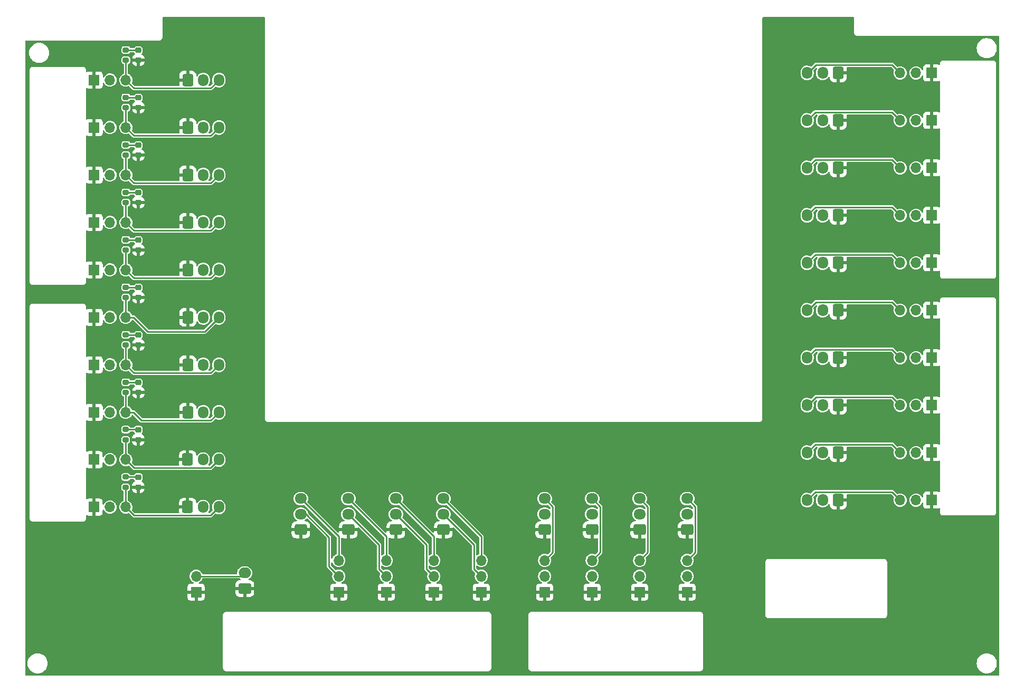
<source format=gbr>
%TF.GenerationSoftware,KiCad,Pcbnew,6.0.11-2627ca5db0~126~ubuntu22.04.1*%
%TF.CreationDate,2023-05-12T19:19:21-07:00*%
%TF.ProjectId,Roborio board,526f626f-7269-46f2-9062-6f6172642e6b,rev?*%
%TF.SameCoordinates,Original*%
%TF.FileFunction,Copper,L1,Top*%
%TF.FilePolarity,Positive*%
%FSLAX46Y46*%
G04 Gerber Fmt 4.6, Leading zero omitted, Abs format (unit mm)*
G04 Created by KiCad (PCBNEW 6.0.11-2627ca5db0~126~ubuntu22.04.1) date 2023-05-12 19:19:21*
%MOMM*%
%LPD*%
G01*
G04 APERTURE LIST*
G04 Aperture macros list*
%AMRoundRect*
0 Rectangle with rounded corners*
0 $1 Rounding radius*
0 $2 $3 $4 $5 $6 $7 $8 $9 X,Y pos of 4 corners*
0 Add a 4 corners polygon primitive as box body*
4,1,4,$2,$3,$4,$5,$6,$7,$8,$9,$2,$3,0*
0 Add four circle primitives for the rounded corners*
1,1,$1+$1,$2,$3*
1,1,$1+$1,$4,$5*
1,1,$1+$1,$6,$7*
1,1,$1+$1,$8,$9*
0 Add four rect primitives between the rounded corners*
20,1,$1+$1,$2,$3,$4,$5,0*
20,1,$1+$1,$4,$5,$6,$7,0*
20,1,$1+$1,$6,$7,$8,$9,0*
20,1,$1+$1,$8,$9,$2,$3,0*%
G04 Aperture macros list end*
%TA.AperFunction,ComponentPad*%
%ADD10RoundRect,0.250000X0.600000X0.725000X-0.600000X0.725000X-0.600000X-0.725000X0.600000X-0.725000X0*%
%TD*%
%TA.AperFunction,ComponentPad*%
%ADD11O,1.700000X1.950000*%
%TD*%
%TA.AperFunction,ComponentPad*%
%ADD12RoundRect,0.250000X-0.600000X-0.725000X0.600000X-0.725000X0.600000X0.725000X-0.600000X0.725000X0*%
%TD*%
%TA.AperFunction,ComponentPad*%
%ADD13RoundRect,0.250000X0.725000X-0.600000X0.725000X0.600000X-0.725000X0.600000X-0.725000X-0.600000X0*%
%TD*%
%TA.AperFunction,ComponentPad*%
%ADD14O,1.950000X1.700000*%
%TD*%
%TA.AperFunction,SMDPad,CuDef*%
%ADD15RoundRect,0.200000X0.275000X-0.200000X0.275000X0.200000X-0.275000X0.200000X-0.275000X-0.200000X0*%
%TD*%
%TA.AperFunction,SMDPad,CuDef*%
%ADD16RoundRect,0.218750X0.256250X-0.218750X0.256250X0.218750X-0.256250X0.218750X-0.256250X-0.218750X0*%
%TD*%
%TA.AperFunction,ComponentPad*%
%ADD17RoundRect,0.250000X0.750000X-0.600000X0.750000X0.600000X-0.750000X0.600000X-0.750000X-0.600000X0*%
%TD*%
%TA.AperFunction,ComponentPad*%
%ADD18O,2.000000X1.700000*%
%TD*%
%TA.AperFunction,ComponentPad*%
%ADD19R,1.700000X1.700000*%
%TD*%
%TA.AperFunction,ComponentPad*%
%ADD20O,1.700000X1.700000*%
%TD*%
%TA.AperFunction,Conductor*%
%ADD21C,0.250000*%
%TD*%
G04 APERTURE END LIST*
D10*
%TO.P,J43,1,Pin_1*%
%TO.N,GND*%
X186434100Y-50221800D03*
D11*
%TO.P,J43,2,Pin_2*%
%TO.N,+6V*%
X183934100Y-50221800D03*
%TO.P,J43,3,Pin_3*%
%TO.N,PWM0*%
X181434100Y-50221800D03*
%TD*%
D12*
%TO.P,J17,1,Pin_1*%
%TO.N,GND*%
X82083100Y-104704400D03*
D11*
%TO.P,J17,2,Pin_2*%
%TO.N,+5V*%
X84583100Y-104704400D03*
%TO.P,J17,3,Pin_3*%
%TO.N,DIO7*%
X87083100Y-104704400D03*
%TD*%
D13*
%TO.P,J37,1,Pin_1*%
%TO.N,GND*%
X162191100Y-123559200D03*
D14*
%TO.P,J37,2,Pin_2*%
%TO.N,+5V*%
X162191100Y-121059200D03*
%TO.P,J37,3,Pin_3*%
%TO.N,A3*%
X162191100Y-118559200D03*
%TD*%
D15*
%TO.P,R2,1*%
%TO.N,DIO2*%
X72163100Y-63429400D03*
%TO.P,R2,2*%
%TO.N,Net-(D2-Pad2)*%
X72163100Y-61779400D03*
%TD*%
D10*
%TO.P,J47,1,Pin_1*%
%TO.N,GND*%
X186434100Y-80701800D03*
D11*
%TO.P,J47,2,Pin_2*%
%TO.N,+6V*%
X183934100Y-80701800D03*
%TO.P,J47,3,Pin_3*%
%TO.N,PWM4*%
X181434100Y-80701800D03*
%TD*%
D10*
%TO.P,J53,1,Pin_1*%
%TO.N,GND*%
X186434100Y-88321800D03*
D11*
%TO.P,J53,2,Pin_2*%
%TO.N,+6V*%
X183934100Y-88321800D03*
%TO.P,J53,3,Pin_3*%
%TO.N,PWM5*%
X181434100Y-88321800D03*
%TD*%
D13*
%TO.P,J26,1,Pin_1*%
%TO.N,GND*%
X100225000Y-123559200D03*
D14*
%TO.P,J26,2,Pin_2*%
%TO.N,R0REV*%
X100225000Y-121059200D03*
%TO.P,J26,3,Pin_3*%
%TO.N,R0FWD*%
X100225000Y-118559200D03*
%TD*%
D13*
%TO.P,J28,1,Pin_1*%
%TO.N,GND*%
X115465000Y-123559200D03*
D14*
%TO.P,J28,2,Pin_2*%
%TO.N,R2REV*%
X115465000Y-121059200D03*
%TO.P,J28,3,Pin_3*%
%TO.N,R2FWD*%
X115465000Y-118559200D03*
%TD*%
D12*
%TO.P,J11,1,Pin_1*%
%TO.N,GND*%
X82083100Y-58984400D03*
D11*
%TO.P,J11,2,Pin_2*%
%TO.N,+5V*%
X84583100Y-58984400D03*
%TO.P,J11,3,Pin_3*%
%TO.N,DIO1*%
X87083100Y-58984400D03*
%TD*%
D10*
%TO.P,J45,1,Pin_1*%
%TO.N,GND*%
X186434100Y-65461800D03*
D11*
%TO.P,J45,2,Pin_2*%
%TO.N,+6V*%
X183934100Y-65461800D03*
%TO.P,J45,3,Pin_3*%
%TO.N,PWM2*%
X181434100Y-65461800D03*
%TD*%
D12*
%TO.P,J16,1,Pin_1*%
%TO.N,GND*%
X82083100Y-97084400D03*
D11*
%TO.P,J16,2,Pin_2*%
%TO.N,+5V*%
X84583100Y-97084400D03*
%TO.P,J16,3,Pin_3*%
%TO.N,DIO6*%
X87083100Y-97084400D03*
%TD*%
D13*
%TO.P,J34,1,Pin_1*%
%TO.N,GND*%
X139331100Y-123559200D03*
D14*
%TO.P,J34,2,Pin_2*%
%TO.N,+5V*%
X139331100Y-121059200D03*
%TO.P,J34,3,Pin_3*%
%TO.N,A0*%
X139331100Y-118559200D03*
%TD*%
D15*
%TO.P,R7,1*%
%TO.N,DIO7*%
X72163100Y-101529400D03*
%TO.P,R7,2*%
%TO.N,Net-(D7-Pad2)*%
X72163100Y-99879400D03*
%TD*%
D10*
%TO.P,J57,1,Pin_1*%
%TO.N,GND*%
X186434100Y-118801800D03*
D11*
%TO.P,J57,2,Pin_2*%
%TO.N,+6V*%
X183934100Y-118801800D03*
%TO.P,J57,3,Pin_3*%
%TO.N,PWM9*%
X181434100Y-118801800D03*
%TD*%
D12*
%TO.P,J18,1,Pin_1*%
%TO.N,GND*%
X82068100Y-112299400D03*
D11*
%TO.P,J18,2,Pin_2*%
%TO.N,+5V*%
X84568100Y-112299400D03*
%TO.P,J18,3,Pin_3*%
%TO.N,DIO8*%
X87068100Y-112299400D03*
%TD*%
D16*
%TO.P,D9,1,K*%
%TO.N,GND*%
X74148100Y-116706900D03*
%TO.P,D9,2,A*%
%TO.N,Net-(D9-Pad2)*%
X74148100Y-115131900D03*
%TD*%
D13*
%TO.P,J27,1,Pin_1*%
%TO.N,GND*%
X107845000Y-123559200D03*
D14*
%TO.P,J27,2,Pin_2*%
%TO.N,R1REV*%
X107845000Y-121059200D03*
%TO.P,J27,3,Pin_3*%
%TO.N,R1FWD*%
X107845000Y-118559200D03*
%TD*%
D15*
%TO.P,R6,1*%
%TO.N,DIO6*%
X72163100Y-93909400D03*
%TO.P,R6,2*%
%TO.N,Net-(D6-Pad2)*%
X72163100Y-92259400D03*
%TD*%
D12*
%TO.P,J12,1,Pin_1*%
%TO.N,GND*%
X82083100Y-66604400D03*
D11*
%TO.P,J12,2,Pin_2*%
%TO.N,+5V*%
X84583100Y-66604400D03*
%TO.P,J12,3,Pin_3*%
%TO.N,DIO2*%
X87083100Y-66604400D03*
%TD*%
D16*
%TO.P,D1,1,K*%
%TO.N,GND*%
X74163100Y-55771900D03*
%TO.P,D1,2,A*%
%TO.N,Net-(D1-Pad2)*%
X74163100Y-54196900D03*
%TD*%
D15*
%TO.P,R1,1*%
%TO.N,DIO1*%
X72163100Y-55809400D03*
%TO.P,R1,2*%
%TO.N,Net-(D1-Pad2)*%
X72163100Y-54159400D03*
%TD*%
D16*
%TO.P,D4,1,K*%
%TO.N,GND*%
X74163100Y-78631900D03*
%TO.P,D4,2,A*%
%TO.N,Net-(D4-Pad2)*%
X74163100Y-77056900D03*
%TD*%
D12*
%TO.P,J19,1,Pin_1*%
%TO.N,GND*%
X82068100Y-119919400D03*
D11*
%TO.P,J19,2,Pin_2*%
%TO.N,+5V*%
X84568100Y-119919400D03*
%TO.P,J19,3,Pin_3*%
%TO.N,DIO9*%
X87068100Y-119919400D03*
%TD*%
D17*
%TO.P,J21,1,Pin_1*%
%TO.N,GND*%
X91225000Y-133000000D03*
D18*
%TO.P,J21,2,Pin_2*%
%TO.N,RSL_SIG*%
X91225000Y-130500000D03*
%TD*%
D12*
%TO.P,J15,1,Pin_1*%
%TO.N,GND*%
X82083100Y-89464400D03*
D11*
%TO.P,J15,2,Pin_2*%
%TO.N,+5V*%
X84583100Y-89464400D03*
%TO.P,J15,3,Pin_3*%
%TO.N,DIO5*%
X87083100Y-89464400D03*
%TD*%
D15*
%TO.P,R5,1*%
%TO.N,DIO5*%
X72163100Y-86289400D03*
%TO.P,R5,2*%
%TO.N,Net-(D5-Pad2)*%
X72163100Y-84639400D03*
%TD*%
D13*
%TO.P,J35,1,Pin_1*%
%TO.N,GND*%
X146951100Y-123559200D03*
D14*
%TO.P,J35,2,Pin_2*%
%TO.N,+5V*%
X146951100Y-121059200D03*
%TO.P,J35,3,Pin_3*%
%TO.N,A1*%
X146951100Y-118559200D03*
%TD*%
D15*
%TO.P,R0,1*%
%TO.N,DIO0*%
X72163100Y-48189400D03*
%TO.P,R0,2*%
%TO.N,Net-(D0-Pad2)*%
X72163100Y-46539400D03*
%TD*%
D16*
%TO.P,D5,1,K*%
%TO.N,GND*%
X74163100Y-86251900D03*
%TO.P,D5,2,A*%
%TO.N,Net-(D5-Pad2)*%
X74163100Y-84676900D03*
%TD*%
D12*
%TO.P,J13,1,Pin_1*%
%TO.N,GND*%
X82083100Y-74224400D03*
D11*
%TO.P,J13,2,Pin_2*%
%TO.N,+5V*%
X84583100Y-74224400D03*
%TO.P,J13,3,Pin_3*%
%TO.N,DIO3*%
X87083100Y-74224400D03*
%TD*%
D15*
%TO.P,R4,1*%
%TO.N,DIO4*%
X72163100Y-78669400D03*
%TO.P,R4,2*%
%TO.N,Net-(D4-Pad2)*%
X72163100Y-77019400D03*
%TD*%
D16*
%TO.P,D8,1,K*%
%TO.N,GND*%
X74148100Y-109086900D03*
%TO.P,D8,2,A*%
%TO.N,Net-(D8-Pad2)*%
X74148100Y-107511900D03*
%TD*%
%TO.P,D7,1,K*%
%TO.N,GND*%
X74163100Y-101491900D03*
%TO.P,D7,2,A*%
%TO.N,Net-(D7-Pad2)*%
X74163100Y-99916900D03*
%TD*%
D10*
%TO.P,J55,1,Pin_1*%
%TO.N,GND*%
X186434100Y-103561800D03*
D11*
%TO.P,J55,2,Pin_2*%
%TO.N,+6V*%
X183934100Y-103561800D03*
%TO.P,J55,3,Pin_3*%
%TO.N,PWM7*%
X181434100Y-103561800D03*
%TD*%
D10*
%TO.P,J46,1,Pin_1*%
%TO.N,GND*%
X186434100Y-73081800D03*
D11*
%TO.P,J46,2,Pin_2*%
%TO.N,+6V*%
X183934100Y-73081800D03*
%TO.P,J46,3,Pin_3*%
%TO.N,PWM3*%
X181434100Y-73081800D03*
%TD*%
D12*
%TO.P,J10,1,Pin_1*%
%TO.N,GND*%
X82083100Y-51364400D03*
D11*
%TO.P,J10,2,Pin_2*%
%TO.N,+5V*%
X84583100Y-51364400D03*
%TO.P,J10,3,Pin_3*%
%TO.N,DIO0*%
X87083100Y-51364400D03*
%TD*%
D16*
%TO.P,D2,1,K*%
%TO.N,GND*%
X74163100Y-63391900D03*
%TO.P,D2,2,A*%
%TO.N,Net-(D2-Pad2)*%
X74163100Y-61816900D03*
%TD*%
%TO.P,D0,1,K*%
%TO.N,GND*%
X74163100Y-48151900D03*
%TO.P,D0,2,A*%
%TO.N,Net-(D0-Pad2)*%
X74163100Y-46576900D03*
%TD*%
%TO.P,D6,1,K*%
%TO.N,GND*%
X74163100Y-93871900D03*
%TO.P,D6,2,A*%
%TO.N,Net-(D6-Pad2)*%
X74163100Y-92296900D03*
%TD*%
D12*
%TO.P,J14,1,Pin_1*%
%TO.N,GND*%
X82083100Y-81844400D03*
D11*
%TO.P,J14,2,Pin_2*%
%TO.N,+5V*%
X84583100Y-81844400D03*
%TO.P,J14,3,Pin_3*%
%TO.N,DIO4*%
X87083100Y-81844400D03*
%TD*%
D15*
%TO.P,R9,1*%
%TO.N,DIO9*%
X72148100Y-116744400D03*
%TO.P,R9,2*%
%TO.N,Net-(D9-Pad2)*%
X72148100Y-115094400D03*
%TD*%
D13*
%TO.P,J29,1,Pin_1*%
%TO.N,GND*%
X123085000Y-123559200D03*
D14*
%TO.P,J29,2,Pin_2*%
%TO.N,R3REV*%
X123085000Y-121059200D03*
%TO.P,J29,3,Pin_3*%
%TO.N,R3FWD*%
X123085000Y-118559200D03*
%TD*%
D16*
%TO.P,D3,1,K*%
%TO.N,GND*%
X74163100Y-71011900D03*
%TO.P,D3,2,A*%
%TO.N,Net-(D3-Pad2)*%
X74163100Y-69436900D03*
%TD*%
D15*
%TO.P,R3,1*%
%TO.N,DIO3*%
X72163100Y-71049400D03*
%TO.P,R3,2*%
%TO.N,Net-(D3-Pad2)*%
X72163100Y-69399400D03*
%TD*%
D10*
%TO.P,J54,1,Pin_1*%
%TO.N,GND*%
X186434100Y-95941800D03*
D11*
%TO.P,J54,2,Pin_2*%
%TO.N,+6V*%
X183934100Y-95941800D03*
%TO.P,J54,3,Pin_3*%
%TO.N,PWM6*%
X181434100Y-95941800D03*
%TD*%
D13*
%TO.P,J36,1,Pin_1*%
%TO.N,GND*%
X154571100Y-123559200D03*
D14*
%TO.P,J36,2,Pin_2*%
%TO.N,+5V*%
X154571100Y-121059200D03*
%TO.P,J36,3,Pin_3*%
%TO.N,A2*%
X154571100Y-118559200D03*
%TD*%
D15*
%TO.P,R8,1*%
%TO.N,DIO8*%
X72148100Y-109124400D03*
%TO.P,R8,2*%
%TO.N,Net-(D8-Pad2)*%
X72148100Y-107474400D03*
%TD*%
D10*
%TO.P,J44,1,Pin_1*%
%TO.N,GND*%
X186434100Y-57841800D03*
D11*
%TO.P,J44,2,Pin_2*%
%TO.N,+6V*%
X183934100Y-57841800D03*
%TO.P,J44,3,Pin_3*%
%TO.N,PWM1*%
X181434100Y-57841800D03*
%TD*%
D10*
%TO.P,J56,1,Pin_1*%
%TO.N,GND*%
X186434100Y-111181800D03*
D11*
%TO.P,J56,2,Pin_2*%
%TO.N,+6V*%
X183934100Y-111181800D03*
%TO.P,J56,3,Pin_3*%
%TO.N,PWM8*%
X181434100Y-111181800D03*
%TD*%
D19*
%TO.P,J7,1,Pin_1*%
%TO.N,GND*%
X67083100Y-104704400D03*
D20*
%TO.P,J7,2,Pin_2*%
%TO.N,+5V*%
X69623100Y-104704400D03*
%TO.P,J7,3,Pin_3*%
%TO.N,DIO7*%
X72163100Y-104704400D03*
%TD*%
D19*
%TO.P,J25,1,Pin_1*%
%TO.N,GND*%
X129171100Y-133559200D03*
D20*
%TO.P,J25,2,Pin_2*%
%TO.N,R3REV*%
X129171100Y-131019200D03*
%TO.P,J25,3,Pin_3*%
%TO.N,R3FWD*%
X129171100Y-128479200D03*
%TD*%
D19*
%TO.P,J8,1,Pin_1*%
%TO.N,GND*%
X67068100Y-112299400D03*
D20*
%TO.P,J8,2,Pin_2*%
%TO.N,+5V*%
X69608100Y-112299400D03*
%TO.P,J8,3,Pin_3*%
%TO.N,DIO8*%
X72148100Y-112299400D03*
%TD*%
D19*
%TO.P,J50,1,Pin_1*%
%TO.N,GND*%
X201434100Y-103561800D03*
D20*
%TO.P,J50,2,Pin_2*%
%TO.N,+6V*%
X198894100Y-103561800D03*
%TO.P,J50,3,Pin_3*%
%TO.N,PWM7*%
X196354100Y-103561800D03*
%TD*%
D19*
%TO.P,J32,1,Pin_1*%
%TO.N,GND*%
X154571100Y-133559200D03*
D20*
%TO.P,J32,2,Pin_2*%
%TO.N,+5V*%
X154571100Y-131019200D03*
%TO.P,J32,3,Pin_3*%
%TO.N,A2*%
X154571100Y-128479200D03*
%TD*%
D19*
%TO.P,J24,1,Pin_1*%
%TO.N,GND*%
X121551100Y-133559200D03*
D20*
%TO.P,J24,2,Pin_2*%
%TO.N,R2REV*%
X121551100Y-131019200D03*
%TO.P,J24,3,Pin_3*%
%TO.N,R2FWD*%
X121551100Y-128479200D03*
%TD*%
D19*
%TO.P,J6,1,Pin_1*%
%TO.N,GND*%
X67083100Y-97084400D03*
D20*
%TO.P,J6,2,Pin_2*%
%TO.N,+5V*%
X69623100Y-97084400D03*
%TO.P,J6,3,Pin_3*%
%TO.N,DIO6*%
X72163100Y-97084400D03*
%TD*%
D19*
%TO.P,J52,1,Pin_1*%
%TO.N,GND*%
X201434100Y-118801800D03*
D20*
%TO.P,J52,2,Pin_2*%
%TO.N,+6V*%
X198894100Y-118801800D03*
%TO.P,J52,3,Pin_3*%
%TO.N,PWM9*%
X196354100Y-118801800D03*
%TD*%
D19*
%TO.P,J33,1,Pin_1*%
%TO.N,GND*%
X162191100Y-133559200D03*
D20*
%TO.P,J33,2,Pin_2*%
%TO.N,+5V*%
X162191100Y-131019200D03*
%TO.P,J33,3,Pin_3*%
%TO.N,A3*%
X162191100Y-128479200D03*
%TD*%
D19*
%TO.P,J49,1,Pin_1*%
%TO.N,GND*%
X201434100Y-95941800D03*
D20*
%TO.P,J49,2,Pin_2*%
%TO.N,+6V*%
X198894100Y-95941800D03*
%TO.P,J49,3,Pin_3*%
%TO.N,PWM6*%
X196354100Y-95941800D03*
%TD*%
D19*
%TO.P,J41,1,Pin_1*%
%TO.N,GND*%
X201434100Y-73081800D03*
D20*
%TO.P,J41,2,Pin_2*%
%TO.N,+6V*%
X198894100Y-73081800D03*
%TO.P,J41,3,Pin_3*%
%TO.N,PWM3*%
X196354100Y-73081800D03*
%TD*%
D19*
%TO.P,J0,1,Pin_1*%
%TO.N,GND*%
X67083100Y-51364400D03*
D20*
%TO.P,J0,2,Pin_2*%
%TO.N,+5V*%
X69623100Y-51364400D03*
%TO.P,J0,3,Pin_3*%
%TO.N,DIO0*%
X72163100Y-51364400D03*
%TD*%
D19*
%TO.P,J1,1,Pin_1*%
%TO.N,GND*%
X67083100Y-58984400D03*
D20*
%TO.P,J1,2,Pin_2*%
%TO.N,+5V*%
X69623100Y-58984400D03*
%TO.P,J1,3,Pin_3*%
%TO.N,DIO1*%
X72163100Y-58984400D03*
%TD*%
D19*
%TO.P,J20,1,Pin_1*%
%TO.N,GND*%
X83425700Y-133559200D03*
D20*
%TO.P,J20,2,Pin_2*%
%TO.N,RSL_SIG*%
X83425700Y-131019200D03*
%TD*%
D19*
%TO.P,J31,1,Pin_1*%
%TO.N,GND*%
X146951100Y-133559200D03*
D20*
%TO.P,J31,2,Pin_2*%
%TO.N,+5V*%
X146951100Y-131019200D03*
%TO.P,J31,3,Pin_3*%
%TO.N,A1*%
X146951100Y-128479200D03*
%TD*%
D19*
%TO.P,J42,1,Pin_1*%
%TO.N,GND*%
X201434100Y-80701800D03*
D20*
%TO.P,J42,2,Pin_2*%
%TO.N,+6V*%
X198894100Y-80701800D03*
%TO.P,J42,3,Pin_3*%
%TO.N,PWM4*%
X196354100Y-80701800D03*
%TD*%
D19*
%TO.P,J23,1,Pin_1*%
%TO.N,GND*%
X113931100Y-133559200D03*
D20*
%TO.P,J23,2,Pin_2*%
%TO.N,R1REV*%
X113931100Y-131019200D03*
%TO.P,J23,3,Pin_3*%
%TO.N,R1FWD*%
X113931100Y-128479200D03*
%TD*%
D19*
%TO.P,J4,1,Pin_1*%
%TO.N,GND*%
X67083100Y-81844400D03*
D20*
%TO.P,J4,2,Pin_2*%
%TO.N,+5V*%
X69623100Y-81844400D03*
%TO.P,J4,3,Pin_3*%
%TO.N,DIO4*%
X72163100Y-81844400D03*
%TD*%
D19*
%TO.P,J38,1,Pin_1*%
%TO.N,GND*%
X201434100Y-50221800D03*
D20*
%TO.P,J38,2,Pin_2*%
%TO.N,+6V*%
X198894100Y-50221800D03*
%TO.P,J38,3,Pin_3*%
%TO.N,PWM0*%
X196354100Y-50221800D03*
%TD*%
D19*
%TO.P,J9,1,Pin_1*%
%TO.N,GND*%
X67068100Y-119919400D03*
D20*
%TO.P,J9,2,Pin_2*%
%TO.N,+5V*%
X69608100Y-119919400D03*
%TO.P,J9,3,Pin_3*%
%TO.N,DIO9*%
X72148100Y-119919400D03*
%TD*%
D19*
%TO.P,J39,1,Pin_1*%
%TO.N,GND*%
X201434100Y-57841800D03*
D20*
%TO.P,J39,2,Pin_2*%
%TO.N,+6V*%
X198894100Y-57841800D03*
%TO.P,J39,3,Pin_3*%
%TO.N,PWM1*%
X196354100Y-57841800D03*
%TD*%
D19*
%TO.P,J30,1,Pin_1*%
%TO.N,GND*%
X139331100Y-133559200D03*
D20*
%TO.P,J30,2,Pin_2*%
%TO.N,+5V*%
X139331100Y-131019200D03*
%TO.P,J30,3,Pin_3*%
%TO.N,A0*%
X139331100Y-128479200D03*
%TD*%
D19*
%TO.P,J3,1,Pin_1*%
%TO.N,GND*%
X67083100Y-74224400D03*
D20*
%TO.P,J3,2,Pin_2*%
%TO.N,+5V*%
X69623100Y-74224400D03*
%TO.P,J3,3,Pin_3*%
%TO.N,DIO3*%
X72163100Y-74224400D03*
%TD*%
D19*
%TO.P,J48,1,Pin_1*%
%TO.N,GND*%
X201434100Y-88321800D03*
D20*
%TO.P,J48,2,Pin_2*%
%TO.N,+6V*%
X198894100Y-88321800D03*
%TO.P,J48,3,Pin_3*%
%TO.N,PWM5*%
X196354100Y-88321800D03*
%TD*%
D19*
%TO.P,J40,1,Pin_1*%
%TO.N,GND*%
X201434100Y-65461800D03*
D20*
%TO.P,J40,2,Pin_2*%
%TO.N,+6V*%
X198894100Y-65461800D03*
%TO.P,J40,3,Pin_3*%
%TO.N,PWM2*%
X196354100Y-65461800D03*
%TD*%
D19*
%TO.P,J2,1,Pin_1*%
%TO.N,GND*%
X67083100Y-66604400D03*
D20*
%TO.P,J2,2,Pin_2*%
%TO.N,+5V*%
X69623100Y-66604400D03*
%TO.P,J2,3,Pin_3*%
%TO.N,DIO2*%
X72163100Y-66604400D03*
%TD*%
D19*
%TO.P,J51,1,Pin_1*%
%TO.N,GND*%
X201434100Y-111181800D03*
D20*
%TO.P,J51,2,Pin_2*%
%TO.N,+6V*%
X198894100Y-111181800D03*
%TO.P,J51,3,Pin_3*%
%TO.N,PWM8*%
X196354100Y-111181800D03*
%TD*%
D19*
%TO.P,J22,1,Pin_1*%
%TO.N,GND*%
X106311100Y-133559200D03*
D20*
%TO.P,J22,2,Pin_2*%
%TO.N,R0REV*%
X106311100Y-131019200D03*
%TO.P,J22,3,Pin_3*%
%TO.N,R0FWD*%
X106311100Y-128479200D03*
%TD*%
D19*
%TO.P,J5,1,Pin_1*%
%TO.N,GND*%
X67083100Y-89464400D03*
D20*
%TO.P,J5,2,Pin_2*%
%TO.N,+5V*%
X69623100Y-89464400D03*
%TO.P,J5,3,Pin_3*%
%TO.N,DIO5*%
X72163100Y-89464400D03*
%TD*%
D21*
%TO.N,Net-(D1-Pad2)*%
X72163100Y-54159400D02*
X74125600Y-54159400D01*
%TO.N,Net-(D2-Pad2)*%
X72163100Y-61779400D02*
X74125600Y-61779400D01*
%TO.N,Net-(D3-Pad2)*%
X72163100Y-69399400D02*
X74125600Y-69399400D01*
%TO.N,Net-(D4-Pad2)*%
X72163100Y-77019400D02*
X74125600Y-77019400D01*
%TO.N,Net-(D5-Pad2)*%
X72163100Y-84639400D02*
X74125600Y-84639400D01*
%TO.N,Net-(D6-Pad2)*%
X72163100Y-92259400D02*
X74125600Y-92259400D01*
%TO.N,Net-(D7-Pad2)*%
X72163100Y-99879400D02*
X74125600Y-99879400D01*
%TO.N,Net-(D8-Pad2)*%
X72148100Y-107474400D02*
X74110600Y-107474400D01*
%TO.N,Net-(D9-Pad2)*%
X72148100Y-115094400D02*
X74110600Y-115094400D01*
%TO.N,DIO9*%
X85763100Y-121224400D02*
X87068100Y-119919400D01*
X73453100Y-121224400D02*
X85763100Y-121224400D01*
X72148100Y-116744400D02*
X72148100Y-119919400D01*
X72148100Y-119919400D02*
X73453100Y-121224400D01*
%TO.N,DIO8*%
X72148100Y-112299400D02*
X72148100Y-109124400D01*
X73453100Y-113604400D02*
X85763100Y-113604400D01*
X85763100Y-113604400D02*
X87068100Y-112299400D01*
X72148100Y-112299400D02*
X73453100Y-113604400D01*
%TO.N,DIO6*%
X72163100Y-97084400D02*
X73468100Y-98389400D01*
X72163100Y-93909400D02*
X72163100Y-97084400D01*
X85778100Y-98389400D02*
X87083100Y-97084400D01*
X73468100Y-98389400D02*
X85778100Y-98389400D01*
%TO.N,DIO7*%
X72163100Y-104704400D02*
X73365181Y-104704400D01*
X72163100Y-104704400D02*
X72163100Y-101529400D01*
X74670181Y-106009400D02*
X85778100Y-106009400D01*
X85778100Y-106009400D02*
X87083100Y-104704400D01*
X73365181Y-104704400D02*
X74670181Y-106009400D01*
%TO.N,DIO3*%
X73468100Y-75529400D02*
X85778100Y-75529400D01*
X72163100Y-74224400D02*
X73468100Y-75529400D01*
X72148100Y-71024400D02*
X72148100Y-74199400D01*
X85778100Y-75529400D02*
X87083100Y-74224400D01*
%TO.N,DIO1*%
X73468100Y-60289400D02*
X85778100Y-60289400D01*
X72148100Y-58959400D02*
X72148100Y-55784400D01*
X72163100Y-58984400D02*
X73468100Y-60289400D01*
X85778100Y-60289400D02*
X87083100Y-58984400D01*
%TO.N,DIO2*%
X73468100Y-67909400D02*
X85778100Y-67909400D01*
X72163100Y-66604400D02*
X73468100Y-67909400D01*
X85778100Y-67909400D02*
X87083100Y-66604400D01*
X72148100Y-63404400D02*
X72148100Y-66579400D01*
%TO.N,DIO4*%
X73468100Y-83149400D02*
X85778100Y-83149400D01*
X85778100Y-83149400D02*
X87083100Y-81844400D01*
X72148100Y-78644400D02*
X72148100Y-81819400D01*
X72163100Y-81844400D02*
X73468100Y-83149400D01*
%TO.N,DIO5*%
X72163100Y-89464400D02*
X73365181Y-89464400D01*
X73365181Y-89464400D02*
X75650781Y-91750000D01*
X72148100Y-86264400D02*
X72148100Y-89439400D01*
X75650781Y-91750000D02*
X84797500Y-91750000D01*
X84797500Y-91750000D02*
X87083100Y-89464400D01*
%TO.N,DIO0*%
X85778100Y-52669400D02*
X87083100Y-51364400D01*
X73468100Y-52669400D02*
X85778100Y-52669400D01*
X72163100Y-48189400D02*
X72163100Y-51364400D01*
X72163100Y-51364400D02*
X73468100Y-52669400D01*
%TO.N,Net-(D0-Pad2)*%
X72163100Y-46539400D02*
X74125600Y-46539400D01*
%TO.N,RSL_SIG*%
X83425700Y-131019200D02*
X90705800Y-131019200D01*
%TO.N,R0REV*%
X104750000Y-129458100D02*
X106311100Y-131019200D01*
X104750000Y-124750000D02*
X104750000Y-129458100D01*
X101059200Y-121059200D02*
X104750000Y-124750000D01*
%TO.N,R0FWD*%
X106311100Y-128479200D02*
X106311100Y-124645300D01*
X106311100Y-124645300D02*
X100225000Y-118559200D01*
%TO.N,R1REV*%
X112751100Y-125965300D02*
X112751100Y-129839200D01*
X112751100Y-129839200D02*
X113931100Y-131019200D01*
X107845000Y-121059200D02*
X112751100Y-125965300D01*
%TO.N,R1FWD*%
X107845000Y-118559200D02*
X113931100Y-124645300D01*
X113931100Y-124645300D02*
X113931100Y-128479200D01*
%TO.N,R2REV*%
X115465000Y-121059200D02*
X120371100Y-125965300D01*
X120371100Y-125965300D02*
X120371100Y-129839200D01*
X120371100Y-129839200D02*
X121551100Y-131019200D01*
%TO.N,R2FWD*%
X115465000Y-118559200D02*
X121551100Y-124645300D01*
X121551100Y-124645300D02*
X121551100Y-128479200D01*
%TO.N,R3REV*%
X123085000Y-121059200D02*
X127991100Y-125965300D01*
X127991100Y-125965300D02*
X127991100Y-129839200D01*
X127991100Y-129839200D02*
X129171100Y-131019200D01*
%TO.N,R3FWD*%
X123085000Y-118559200D02*
X129171100Y-124645300D01*
X129171100Y-124645300D02*
X129171100Y-128479200D01*
%TO.N,A0*%
X140636100Y-127174200D02*
X139331100Y-128479200D01*
X140636100Y-119864200D02*
X140636100Y-127174200D01*
X139331100Y-118559200D02*
X140636100Y-119864200D01*
%TO.N,A1*%
X148256100Y-119864200D02*
X148256100Y-127174200D01*
X146951100Y-118559200D02*
X148256100Y-119864200D01*
X148256100Y-127174200D02*
X146951100Y-128479200D01*
%TO.N,A2*%
X154571100Y-118559200D02*
X155876100Y-119864200D01*
X155876100Y-119864200D02*
X155876100Y-127174200D01*
X155876100Y-127174200D02*
X154571100Y-128479200D01*
%TO.N,A3*%
X162191100Y-118559200D02*
X163496100Y-119864200D01*
X163496100Y-119864200D02*
X163496100Y-127174200D01*
X163496100Y-127174200D02*
X162191100Y-128479200D01*
%TO.N,PWM0*%
X182864100Y-48916800D02*
X195049100Y-48916800D01*
X195049100Y-48916800D02*
X196354100Y-50221800D01*
X181559100Y-50221800D02*
X182864100Y-48916800D01*
%TO.N,PWM1*%
X182739100Y-56536800D02*
X195049100Y-56536800D01*
X181434100Y-57841800D02*
X182739100Y-56536800D01*
X195049100Y-56536800D02*
X196354100Y-57841800D01*
%TO.N,PWM2*%
X195049100Y-64156800D02*
X196354100Y-65461800D01*
X181434100Y-65461800D02*
X182739100Y-64156800D01*
X182739100Y-64156800D02*
X195049100Y-64156800D01*
%TO.N,PWM3*%
X181434100Y-73081800D02*
X182739100Y-71776800D01*
X182739100Y-71776800D02*
X195049100Y-71776800D01*
X195049100Y-71776800D02*
X196354100Y-73081800D01*
%TO.N,PWM4*%
X181434100Y-80701800D02*
X182739100Y-79396800D01*
X182739100Y-79396800D02*
X195049100Y-79396800D01*
X195049100Y-79396800D02*
X196354100Y-80701800D01*
%TO.N,PWM5*%
X181559100Y-88321800D02*
X182864100Y-87016800D01*
X182864100Y-87016800D02*
X195049100Y-87016800D01*
X195049100Y-87016800D02*
X196354100Y-88321800D01*
%TO.N,PWM6*%
X181434100Y-95941800D02*
X182739100Y-94636800D01*
X182739100Y-94636800D02*
X195049100Y-94636800D01*
X195049100Y-94636800D02*
X196354100Y-95941800D01*
%TO.N,PWM7*%
X195049100Y-102256800D02*
X196354100Y-103561800D01*
X181559100Y-103561800D02*
X182864100Y-102256800D01*
X182864100Y-102256800D02*
X195049100Y-102256800D01*
%TO.N,PWM8*%
X182739100Y-109876800D02*
X195049100Y-109876800D01*
X181434100Y-111181800D02*
X182739100Y-109876800D01*
X195049100Y-109876800D02*
X196354100Y-111181800D01*
%TO.N,PWM9*%
X181434100Y-118801800D02*
X182739100Y-117496800D01*
X195049100Y-117496800D02*
X196354100Y-118801800D01*
X182739100Y-117496800D02*
X195049100Y-117496800D01*
%TD*%
%TA.AperFunction,Conductor*%
%TO.N,GND*%
G36*
X94433328Y-41278502D02*
G01*
X94479821Y-41332158D01*
X94491207Y-41384557D01*
X94477179Y-71778476D01*
X94461504Y-105740781D01*
X94461502Y-105741493D01*
X94461024Y-105819721D01*
X94463491Y-105828352D01*
X94463491Y-105828354D01*
X94469110Y-105848014D01*
X94472696Y-105864830D01*
X94476854Y-105893959D01*
X94480565Y-105902132D01*
X94480566Y-105902134D01*
X94487530Y-105917469D01*
X94493955Y-105934944D01*
X94498583Y-105951138D01*
X94498585Y-105951142D01*
X94501051Y-105959771D01*
X94505841Y-105967363D01*
X94505842Y-105967365D01*
X94516749Y-105984651D01*
X94524911Y-105999784D01*
X94537080Y-106026582D01*
X94542934Y-106033382D01*
X94542935Y-106033384D01*
X94553930Y-106046156D01*
X94564999Y-106061123D01*
X94578776Y-106082958D01*
X94585505Y-106088900D01*
X94585505Y-106088901D01*
X94600827Y-106102433D01*
X94612910Y-106114670D01*
X94632108Y-106136971D01*
X94653775Y-106151029D01*
X94668597Y-106162285D01*
X94687951Y-106179378D01*
X94696074Y-106183192D01*
X94696079Y-106183195D01*
X94714584Y-106191883D01*
X94729614Y-106200236D01*
X94746767Y-106211365D01*
X94746770Y-106211366D01*
X94754300Y-106216252D01*
X94779036Y-106223662D01*
X94796430Y-106230309D01*
X94811673Y-106237466D01*
X94811677Y-106237467D01*
X94819800Y-106241281D01*
X94828665Y-106242661D01*
X94828667Y-106242662D01*
X94848872Y-106245808D01*
X94865641Y-106249607D01*
X94885229Y-106255474D01*
X94893832Y-106258051D01*
X94902810Y-106258110D01*
X94903065Y-106258112D01*
X94928310Y-106258278D01*
X94929196Y-106258315D01*
X94930386Y-106258500D01*
X94961798Y-106258500D01*
X94962625Y-106258503D01*
X95039486Y-106259008D01*
X95040927Y-106258597D01*
X95042358Y-106258500D01*
X173741377Y-106258500D01*
X173742148Y-106258502D01*
X173819721Y-106258976D01*
X173848152Y-106250850D01*
X173864915Y-106247272D01*
X173894187Y-106243080D01*
X173906535Y-106237466D01*
X173917562Y-106232452D01*
X173935087Y-106226004D01*
X173959771Y-106218949D01*
X173967365Y-106214157D01*
X173967368Y-106214156D01*
X173984780Y-106203170D01*
X173999865Y-106195030D01*
X174026782Y-106182792D01*
X174046235Y-106166030D01*
X174061239Y-106154927D01*
X174082958Y-106141224D01*
X174088897Y-106134499D01*
X174088901Y-106134496D01*
X174102532Y-106119062D01*
X174114724Y-106107018D01*
X174130327Y-106093573D01*
X174130329Y-106093570D01*
X174137127Y-106087713D01*
X174151094Y-106066165D01*
X174162385Y-106051291D01*
X174173431Y-106038783D01*
X174173432Y-106038782D01*
X174179378Y-106032049D01*
X174191943Y-106005287D01*
X174200263Y-105990309D01*
X174211471Y-105973017D01*
X174211473Y-105973012D01*
X174216352Y-105965485D01*
X174218922Y-105956892D01*
X174218924Y-105956887D01*
X174223711Y-105940880D01*
X174230372Y-105923436D01*
X174237467Y-105908324D01*
X174237468Y-105908322D01*
X174241281Y-105900200D01*
X174245830Y-105870983D01*
X174249613Y-105854268D01*
X174255515Y-105834534D01*
X174255516Y-105834528D01*
X174258086Y-105825934D01*
X174258296Y-105791494D01*
X174258329Y-105790711D01*
X174258500Y-105789614D01*
X174258500Y-105758623D01*
X174258502Y-105757853D01*
X174258952Y-105684215D01*
X174258952Y-105684214D01*
X174258976Y-105680279D01*
X174258592Y-105678935D01*
X174258500Y-105677590D01*
X174258500Y-103738885D01*
X180378600Y-103738885D01*
X180393692Y-103892806D01*
X180453520Y-104090966D01*
X180474734Y-104130863D01*
X180536803Y-104247598D01*
X180550698Y-104273731D01*
X180554589Y-104278501D01*
X180554591Y-104278505D01*
X180677629Y-104429365D01*
X180677632Y-104429368D01*
X180681524Y-104434140D01*
X180686271Y-104438067D01*
X180686273Y-104438069D01*
X180836266Y-104562154D01*
X180836269Y-104562156D01*
X180841016Y-104566083D01*
X181023098Y-104664535D01*
X181104045Y-104689592D01*
X181214948Y-104723922D01*
X181214951Y-104723923D01*
X181220835Y-104725744D01*
X181226960Y-104726388D01*
X181226961Y-104726388D01*
X181420568Y-104746737D01*
X181420569Y-104746737D01*
X181426696Y-104747381D01*
X181513635Y-104739469D01*
X181626699Y-104729180D01*
X181626702Y-104729179D01*
X181632838Y-104728621D01*
X181831410Y-104670178D01*
X181924136Y-104621702D01*
X182009389Y-104577133D01*
X182009393Y-104577130D01*
X182014849Y-104574278D01*
X182176168Y-104444575D01*
X182309221Y-104286008D01*
X182312185Y-104280616D01*
X182312188Y-104280612D01*
X182405975Y-104110013D01*
X182408941Y-104104618D01*
X182411546Y-104096408D01*
X182469668Y-103913183D01*
X182469668Y-103913182D01*
X182471530Y-103907313D01*
X182489600Y-103746219D01*
X182489600Y-103384715D01*
X182480525Y-103292161D01*
X182475110Y-103236930D01*
X182475109Y-103236926D01*
X182474508Y-103230794D01*
X182469169Y-103213110D01*
X182468629Y-103142118D01*
X182500697Y-103087601D01*
X182809367Y-102778931D01*
X182871679Y-102744905D01*
X182942494Y-102749970D01*
X182999330Y-102792517D01*
X183024141Y-102859037D01*
X183008877Y-102928727D01*
X182959259Y-103018982D01*
X182957398Y-103024849D01*
X182957397Y-103024851D01*
X182898532Y-103210417D01*
X182896670Y-103216287D01*
X182878600Y-103377381D01*
X182878600Y-103738885D01*
X182893692Y-103892806D01*
X182953520Y-104090966D01*
X182974734Y-104130863D01*
X183036803Y-104247598D01*
X183050698Y-104273731D01*
X183054589Y-104278501D01*
X183054591Y-104278505D01*
X183177629Y-104429365D01*
X183177632Y-104429368D01*
X183181524Y-104434140D01*
X183186271Y-104438067D01*
X183186273Y-104438069D01*
X183336266Y-104562154D01*
X183336269Y-104562156D01*
X183341016Y-104566083D01*
X183523098Y-104664535D01*
X183604045Y-104689592D01*
X183714948Y-104723922D01*
X183714951Y-104723923D01*
X183720835Y-104725744D01*
X183726960Y-104726388D01*
X183726961Y-104726388D01*
X183920568Y-104746737D01*
X183920569Y-104746737D01*
X183926696Y-104747381D01*
X184013635Y-104739469D01*
X184126699Y-104729180D01*
X184126702Y-104729179D01*
X184132838Y-104728621D01*
X184331410Y-104670178D01*
X184424136Y-104621702D01*
X184509389Y-104577133D01*
X184509393Y-104577130D01*
X184514849Y-104574278D01*
X184676168Y-104444575D01*
X184809221Y-104286008D01*
X184839686Y-104230592D01*
X184890031Y-104180534D01*
X184959448Y-104165640D01*
X185025897Y-104190641D01*
X185068282Y-104247598D01*
X185076101Y-104291293D01*
X185076101Y-104333895D01*
X185076438Y-104340414D01*
X185086357Y-104436006D01*
X185089249Y-104449400D01*
X185140688Y-104603584D01*
X185146861Y-104616762D01*
X185232163Y-104754607D01*
X185241199Y-104766008D01*
X185355929Y-104880539D01*
X185367340Y-104889551D01*
X185505343Y-104974616D01*
X185518524Y-104980763D01*
X185672810Y-105031938D01*
X185686186Y-105034805D01*
X185780538Y-105044472D01*
X185786954Y-105044800D01*
X186161985Y-105044800D01*
X186177224Y-105040325D01*
X186178429Y-105038935D01*
X186180100Y-105031252D01*
X186180100Y-105026684D01*
X186688100Y-105026684D01*
X186692575Y-105041923D01*
X186693965Y-105043128D01*
X186701648Y-105044799D01*
X187081195Y-105044799D01*
X187087714Y-105044462D01*
X187183306Y-105034543D01*
X187196700Y-105031651D01*
X187350884Y-104980212D01*
X187364062Y-104974039D01*
X187501907Y-104888737D01*
X187513308Y-104879701D01*
X187627839Y-104764971D01*
X187636851Y-104753560D01*
X187721916Y-104615557D01*
X187728063Y-104602376D01*
X187779238Y-104448090D01*
X187782105Y-104434714D01*
X187791772Y-104340362D01*
X187792100Y-104333946D01*
X187792100Y-103833915D01*
X187787625Y-103818676D01*
X187786235Y-103817471D01*
X187778552Y-103815800D01*
X186706215Y-103815800D01*
X186690976Y-103820275D01*
X186689771Y-103821665D01*
X186688100Y-103829348D01*
X186688100Y-105026684D01*
X186180100Y-105026684D01*
X186180100Y-103433800D01*
X186200102Y-103365679D01*
X186253758Y-103319186D01*
X186306100Y-103307800D01*
X187773984Y-103307800D01*
X187789223Y-103303325D01*
X187790428Y-103301935D01*
X187792099Y-103294252D01*
X187792099Y-102789705D01*
X187791762Y-102783186D01*
X187785860Y-102726303D01*
X187798725Y-102656482D01*
X187847296Y-102604700D01*
X187911187Y-102587300D01*
X194860012Y-102587300D01*
X194928133Y-102607302D01*
X194949107Y-102624205D01*
X195346672Y-103021770D01*
X195380698Y-103084082D01*
X195377679Y-103148963D01*
X195316670Y-103341287D01*
X195293596Y-103546992D01*
X195295135Y-103565322D01*
X195310326Y-103746219D01*
X195310917Y-103753260D01*
X195312615Y-103759181D01*
X195312615Y-103759182D01*
X195365258Y-103942766D01*
X195367973Y-103952235D01*
X195391447Y-103997911D01*
X195455688Y-104122911D01*
X195462589Y-104136340D01*
X195591163Y-104298560D01*
X195595856Y-104302554D01*
X195595857Y-104302555D01*
X195710643Y-104400245D01*
X195748797Y-104432717D01*
X195754175Y-104435723D01*
X195754177Y-104435724D01*
X195780437Y-104450400D01*
X195929487Y-104533701D01*
X196126350Y-104597665D01*
X196331888Y-104622174D01*
X196338023Y-104621702D01*
X196338025Y-104621702D01*
X196532130Y-104606767D01*
X196532134Y-104606766D01*
X196538272Y-104606294D01*
X196544205Y-104604638D01*
X196544208Y-104604637D01*
X196731707Y-104552286D01*
X196731706Y-104552286D01*
X196737642Y-104550629D01*
X196922402Y-104457300D01*
X196933373Y-104448729D01*
X197080659Y-104333656D01*
X197085515Y-104329862D01*
X197089541Y-104325198D01*
X197216741Y-104177836D01*
X197216742Y-104177834D01*
X197220770Y-104173168D01*
X197223816Y-104167807D01*
X197319965Y-103998553D01*
X197323013Y-103993188D01*
X197388350Y-103796776D01*
X197414293Y-103591414D01*
X197414707Y-103561800D01*
X197413255Y-103546992D01*
X197833596Y-103546992D01*
X197835135Y-103565322D01*
X197850326Y-103746219D01*
X197850917Y-103753260D01*
X197852615Y-103759181D01*
X197852615Y-103759182D01*
X197905258Y-103942766D01*
X197907973Y-103952235D01*
X197931447Y-103997911D01*
X197995688Y-104122911D01*
X198002589Y-104136340D01*
X198131163Y-104298560D01*
X198135856Y-104302554D01*
X198135857Y-104302555D01*
X198250643Y-104400245D01*
X198288797Y-104432717D01*
X198294175Y-104435723D01*
X198294177Y-104435724D01*
X198320437Y-104450400D01*
X198469487Y-104533701D01*
X198666350Y-104597665D01*
X198871888Y-104622174D01*
X198878023Y-104621702D01*
X198878025Y-104621702D01*
X199072130Y-104606767D01*
X199072134Y-104606766D01*
X199078272Y-104606294D01*
X199084205Y-104604638D01*
X199084208Y-104604637D01*
X199271707Y-104552286D01*
X199271706Y-104552286D01*
X199277642Y-104550629D01*
X199462402Y-104457300D01*
X199473373Y-104448729D01*
X199620659Y-104333656D01*
X199625515Y-104329862D01*
X199629541Y-104325198D01*
X199756741Y-104177836D01*
X199756742Y-104177834D01*
X199760770Y-104173168D01*
X199840545Y-104032739D01*
X199891584Y-103983388D01*
X199961202Y-103969466D01*
X200027296Y-103995392D01*
X200068881Y-104052935D01*
X200076101Y-104094976D01*
X200076101Y-104456469D01*
X200076471Y-104463290D01*
X200081995Y-104514152D01*
X200085621Y-104529404D01*
X200130776Y-104649854D01*
X200139314Y-104665449D01*
X200215815Y-104767524D01*
X200228376Y-104780085D01*
X200330451Y-104856586D01*
X200346046Y-104865124D01*
X200466494Y-104910278D01*
X200481749Y-104913905D01*
X200532614Y-104919431D01*
X200539428Y-104919800D01*
X201161985Y-104919800D01*
X201177224Y-104915325D01*
X201178429Y-104913935D01*
X201180100Y-104906252D01*
X201180100Y-102221916D01*
X201175625Y-102206677D01*
X201174235Y-102205472D01*
X201166552Y-102203801D01*
X200539431Y-102203801D01*
X200532610Y-102204171D01*
X200481748Y-102209695D01*
X200466496Y-102213321D01*
X200346046Y-102258476D01*
X200330451Y-102267014D01*
X200228376Y-102343515D01*
X200215815Y-102356076D01*
X200139314Y-102458151D01*
X200130776Y-102473746D01*
X200085622Y-102594194D01*
X200081995Y-102609449D01*
X200076469Y-102660314D01*
X200076100Y-102667128D01*
X200076100Y-103031093D01*
X200056098Y-103099214D01*
X200002442Y-103145707D01*
X199932168Y-103155811D01*
X199867588Y-103126317D01*
X199838849Y-103090246D01*
X199780396Y-102980311D01*
X199780394Y-102980308D01*
X199777502Y-102974869D01*
X199773611Y-102970099D01*
X199773609Y-102970095D01*
X199650571Y-102819235D01*
X199650568Y-102819232D01*
X199646676Y-102814460D01*
X199639767Y-102808744D01*
X199491934Y-102686446D01*
X199491931Y-102686444D01*
X199487184Y-102682517D01*
X199305102Y-102584065D01*
X199183641Y-102546467D01*
X199113252Y-102524678D01*
X199113249Y-102524677D01*
X199107365Y-102522856D01*
X199101240Y-102522212D01*
X199101239Y-102522212D01*
X198907632Y-102501863D01*
X198907631Y-102501863D01*
X198901504Y-102501219D01*
X198814565Y-102509131D01*
X198701501Y-102519420D01*
X198701498Y-102519421D01*
X198695362Y-102519979D01*
X198496790Y-102578422D01*
X198479808Y-102587300D01*
X198318811Y-102671467D01*
X198318807Y-102671470D01*
X198313351Y-102674322D01*
X198152032Y-102804025D01*
X198018979Y-102962592D01*
X198016015Y-102967984D01*
X198016012Y-102967988D01*
X197981320Y-103031093D01*
X197919259Y-103143982D01*
X197917398Y-103149849D01*
X197917397Y-103149851D01*
X197891530Y-103231395D01*
X197856670Y-103341287D01*
X197833596Y-103546992D01*
X197413255Y-103546992D01*
X197394508Y-103355794D01*
X197334680Y-103157634D01*
X197262440Y-103021770D01*
X197240396Y-102980311D01*
X197240394Y-102980308D01*
X197237502Y-102974869D01*
X197233611Y-102970099D01*
X197233609Y-102970095D01*
X197110571Y-102819235D01*
X197110568Y-102819232D01*
X197106676Y-102814460D01*
X197099767Y-102808744D01*
X196951934Y-102686446D01*
X196951931Y-102686444D01*
X196947184Y-102682517D01*
X196765102Y-102584065D01*
X196643641Y-102546467D01*
X196573252Y-102524678D01*
X196573249Y-102524677D01*
X196567365Y-102522856D01*
X196561240Y-102522212D01*
X196561239Y-102522212D01*
X196367632Y-102501863D01*
X196367631Y-102501863D01*
X196361504Y-102501219D01*
X196274565Y-102509131D01*
X196161501Y-102519420D01*
X196161498Y-102519421D01*
X196155362Y-102519979D01*
X195956790Y-102578422D01*
X195951324Y-102581280D01*
X195950061Y-102581790D01*
X195879408Y-102588766D01*
X195813760Y-102554062D01*
X195296891Y-102037193D01*
X195289464Y-102029089D01*
X195271904Y-102008162D01*
X195271905Y-102008162D01*
X195264818Y-101999717D01*
X195255273Y-101994206D01*
X195255269Y-101994203D01*
X195231612Y-101980545D01*
X195222342Y-101974639D01*
X195199963Y-101958969D01*
X195199959Y-101958967D01*
X195190930Y-101952645D01*
X195180282Y-101949791D01*
X195176914Y-101948221D01*
X195173427Y-101946952D01*
X195163881Y-101941441D01*
X195153027Y-101939527D01*
X195153024Y-101939526D01*
X195126118Y-101934781D01*
X195115390Y-101932403D01*
X195089002Y-101925333D01*
X195089000Y-101925333D01*
X195078349Y-101922479D01*
X195067365Y-101923440D01*
X195067364Y-101923440D01*
X195040164Y-101925820D01*
X195029182Y-101926300D01*
X182884032Y-101926300D01*
X182873051Y-101925821D01*
X182845827Y-101923439D01*
X182845826Y-101923439D01*
X182834851Y-101922479D01*
X182824208Y-101925331D01*
X182824204Y-101925331D01*
X182797810Y-101932403D01*
X182787082Y-101934781D01*
X182760176Y-101939526D01*
X182760173Y-101939527D01*
X182749319Y-101941441D01*
X182739773Y-101946952D01*
X182736286Y-101948221D01*
X182732918Y-101949791D01*
X182722270Y-101952645D01*
X182713241Y-101958967D01*
X182713237Y-101958969D01*
X182690858Y-101974639D01*
X182681588Y-101980545D01*
X182657931Y-101994203D01*
X182657927Y-101994206D01*
X182648382Y-101999717D01*
X182641295Y-102008162D01*
X182641296Y-102008162D01*
X182623736Y-102029089D01*
X182616309Y-102037193D01*
X182138250Y-102515252D01*
X182075938Y-102549278D01*
X182005123Y-102544213D01*
X181989226Y-102536993D01*
X181961889Y-102522212D01*
X181845102Y-102459065D01*
X181743441Y-102427596D01*
X181653252Y-102399678D01*
X181653249Y-102399677D01*
X181647365Y-102397856D01*
X181641240Y-102397212D01*
X181641239Y-102397212D01*
X181447632Y-102376863D01*
X181447631Y-102376863D01*
X181441504Y-102376219D01*
X181354565Y-102384131D01*
X181241501Y-102394420D01*
X181241498Y-102394421D01*
X181235362Y-102394979D01*
X181036790Y-102453422D01*
X181007399Y-102468787D01*
X180858811Y-102546467D01*
X180858807Y-102546470D01*
X180853351Y-102549322D01*
X180848551Y-102553182D01*
X180848550Y-102553182D01*
X180843158Y-102557517D01*
X180692032Y-102679025D01*
X180558979Y-102837592D01*
X180556015Y-102842984D01*
X180556012Y-102842988D01*
X180508877Y-102928727D01*
X180459259Y-103018982D01*
X180457398Y-103024849D01*
X180457397Y-103024851D01*
X180398532Y-103210417D01*
X180396670Y-103216287D01*
X180378600Y-103377381D01*
X180378600Y-103738885D01*
X174258500Y-103738885D01*
X174258500Y-96118885D01*
X180378600Y-96118885D01*
X180393692Y-96272806D01*
X180453520Y-96470966D01*
X180474734Y-96510863D01*
X180536803Y-96627598D01*
X180550698Y-96653731D01*
X180554589Y-96658501D01*
X180554591Y-96658505D01*
X180677629Y-96809365D01*
X180677632Y-96809368D01*
X180681524Y-96814140D01*
X180686271Y-96818067D01*
X180686273Y-96818069D01*
X180836266Y-96942154D01*
X180836269Y-96942156D01*
X180841016Y-96946083D01*
X181023098Y-97044535D01*
X181104045Y-97069592D01*
X181214948Y-97103922D01*
X181214951Y-97103923D01*
X181220835Y-97105744D01*
X181226960Y-97106388D01*
X181226961Y-97106388D01*
X181420568Y-97126737D01*
X181420569Y-97126737D01*
X181426696Y-97127381D01*
X181513635Y-97119469D01*
X181626699Y-97109180D01*
X181626702Y-97109179D01*
X181632838Y-97108621D01*
X181831410Y-97050178D01*
X181924136Y-97001702D01*
X182009389Y-96957133D01*
X182009393Y-96957130D01*
X182014849Y-96954278D01*
X182176168Y-96824575D01*
X182309221Y-96666008D01*
X182312185Y-96660616D01*
X182312188Y-96660612D01*
X182405975Y-96490013D01*
X182408941Y-96484618D01*
X182411546Y-96476408D01*
X182469668Y-96293183D01*
X182469668Y-96293182D01*
X182471530Y-96287313D01*
X182489600Y-96126219D01*
X182489600Y-95764715D01*
X182474508Y-95610794D01*
X182440182Y-95497100D01*
X182439641Y-95426108D01*
X182471709Y-95371589D01*
X182839093Y-95004205D01*
X182901405Y-94970179D01*
X182928188Y-94967300D01*
X182998791Y-94967300D01*
X183066912Y-94987302D01*
X183113405Y-95040958D01*
X183123509Y-95111232D01*
X183095312Y-95174291D01*
X183062942Y-95212868D01*
X183062938Y-95212874D01*
X183058979Y-95217592D01*
X183056015Y-95222984D01*
X183056012Y-95222988D01*
X182992853Y-95337874D01*
X182959259Y-95398982D01*
X182957398Y-95404849D01*
X182957397Y-95404851D01*
X182898532Y-95590417D01*
X182896670Y-95596287D01*
X182878600Y-95757381D01*
X182878600Y-96118885D01*
X182893692Y-96272806D01*
X182953520Y-96470966D01*
X182974734Y-96510863D01*
X183036803Y-96627598D01*
X183050698Y-96653731D01*
X183054589Y-96658501D01*
X183054591Y-96658505D01*
X183177629Y-96809365D01*
X183177632Y-96809368D01*
X183181524Y-96814140D01*
X183186271Y-96818067D01*
X183186273Y-96818069D01*
X183336266Y-96942154D01*
X183336269Y-96942156D01*
X183341016Y-96946083D01*
X183523098Y-97044535D01*
X183604045Y-97069592D01*
X183714948Y-97103922D01*
X183714951Y-97103923D01*
X183720835Y-97105744D01*
X183726960Y-97106388D01*
X183726961Y-97106388D01*
X183920568Y-97126737D01*
X183920569Y-97126737D01*
X183926696Y-97127381D01*
X184013635Y-97119469D01*
X184126699Y-97109180D01*
X184126702Y-97109179D01*
X184132838Y-97108621D01*
X184331410Y-97050178D01*
X184424136Y-97001702D01*
X184509389Y-96957133D01*
X184509393Y-96957130D01*
X184514849Y-96954278D01*
X184676168Y-96824575D01*
X184809221Y-96666008D01*
X184839686Y-96610592D01*
X184890031Y-96560534D01*
X184959448Y-96545640D01*
X185025897Y-96570641D01*
X185068282Y-96627598D01*
X185076101Y-96671293D01*
X185076101Y-96713895D01*
X185076438Y-96720414D01*
X185086357Y-96816006D01*
X185089249Y-96829400D01*
X185140688Y-96983584D01*
X185146861Y-96996762D01*
X185232163Y-97134607D01*
X185241199Y-97146008D01*
X185355929Y-97260539D01*
X185367340Y-97269551D01*
X185505343Y-97354616D01*
X185518524Y-97360763D01*
X185672810Y-97411938D01*
X185686186Y-97414805D01*
X185780538Y-97424472D01*
X185786954Y-97424800D01*
X186161985Y-97424800D01*
X186177224Y-97420325D01*
X186178429Y-97418935D01*
X186180100Y-97411252D01*
X186180100Y-97406684D01*
X186688100Y-97406684D01*
X186692575Y-97421923D01*
X186693965Y-97423128D01*
X186701648Y-97424799D01*
X187081195Y-97424799D01*
X187087714Y-97424462D01*
X187183306Y-97414543D01*
X187196700Y-97411651D01*
X187350884Y-97360212D01*
X187364062Y-97354039D01*
X187501907Y-97268737D01*
X187513308Y-97259701D01*
X187627839Y-97144971D01*
X187636851Y-97133560D01*
X187721916Y-96995557D01*
X187728063Y-96982376D01*
X187779238Y-96828090D01*
X187782105Y-96814714D01*
X187791772Y-96720362D01*
X187792100Y-96713946D01*
X187792100Y-96213915D01*
X187787625Y-96198676D01*
X187786235Y-96197471D01*
X187778552Y-96195800D01*
X186706215Y-96195800D01*
X186690976Y-96200275D01*
X186689771Y-96201665D01*
X186688100Y-96209348D01*
X186688100Y-97406684D01*
X186180100Y-97406684D01*
X186180100Y-95813800D01*
X186200102Y-95745679D01*
X186253758Y-95699186D01*
X186306100Y-95687800D01*
X187773984Y-95687800D01*
X187789223Y-95683325D01*
X187790428Y-95681935D01*
X187792099Y-95674252D01*
X187792099Y-95169705D01*
X187791762Y-95163186D01*
X187785860Y-95106303D01*
X187798725Y-95036482D01*
X187847296Y-94984700D01*
X187911187Y-94967300D01*
X194860012Y-94967300D01*
X194928133Y-94987302D01*
X194949107Y-95004205D01*
X195346672Y-95401770D01*
X195380698Y-95464082D01*
X195377679Y-95528963D01*
X195316670Y-95721287D01*
X195293596Y-95926992D01*
X195295135Y-95945322D01*
X195310326Y-96126219D01*
X195310917Y-96133260D01*
X195312615Y-96139181D01*
X195312615Y-96139182D01*
X195365258Y-96322766D01*
X195367973Y-96332235D01*
X195391447Y-96377911D01*
X195455688Y-96502911D01*
X195462589Y-96516340D01*
X195591163Y-96678560D01*
X195595856Y-96682554D01*
X195595857Y-96682555D01*
X195622463Y-96705198D01*
X195748797Y-96812717D01*
X195754175Y-96815723D01*
X195754177Y-96815724D01*
X195780437Y-96830400D01*
X195929487Y-96913701D01*
X196126350Y-96977665D01*
X196331888Y-97002174D01*
X196338023Y-97001702D01*
X196338025Y-97001702D01*
X196532130Y-96986767D01*
X196532134Y-96986766D01*
X196538272Y-96986294D01*
X196544205Y-96984638D01*
X196544208Y-96984637D01*
X196731707Y-96932286D01*
X196731706Y-96932286D01*
X196737642Y-96930629D01*
X196922402Y-96837300D01*
X196933373Y-96828729D01*
X197080659Y-96713656D01*
X197085515Y-96709862D01*
X197089541Y-96705198D01*
X197216741Y-96557836D01*
X197216742Y-96557834D01*
X197220770Y-96553168D01*
X197223816Y-96547807D01*
X197319965Y-96378553D01*
X197323013Y-96373188D01*
X197388350Y-96176776D01*
X197414293Y-95971414D01*
X197414707Y-95941800D01*
X197413255Y-95926992D01*
X197833596Y-95926992D01*
X197835135Y-95945322D01*
X197850326Y-96126219D01*
X197850917Y-96133260D01*
X197852615Y-96139181D01*
X197852615Y-96139182D01*
X197905258Y-96322766D01*
X197907973Y-96332235D01*
X197931447Y-96377911D01*
X197995688Y-96502911D01*
X198002589Y-96516340D01*
X198131163Y-96678560D01*
X198135856Y-96682554D01*
X198135857Y-96682555D01*
X198162463Y-96705198D01*
X198288797Y-96812717D01*
X198294175Y-96815723D01*
X198294177Y-96815724D01*
X198320437Y-96830400D01*
X198469487Y-96913701D01*
X198666350Y-96977665D01*
X198871888Y-97002174D01*
X198878023Y-97001702D01*
X198878025Y-97001702D01*
X199072130Y-96986767D01*
X199072134Y-96986766D01*
X199078272Y-96986294D01*
X199084205Y-96984638D01*
X199084208Y-96984637D01*
X199271707Y-96932286D01*
X199271706Y-96932286D01*
X199277642Y-96930629D01*
X199462402Y-96837300D01*
X199473373Y-96828729D01*
X199620659Y-96713656D01*
X199625515Y-96709862D01*
X199629541Y-96705198D01*
X199756741Y-96557836D01*
X199756742Y-96557834D01*
X199760770Y-96553168D01*
X199840545Y-96412739D01*
X199891584Y-96363388D01*
X199961202Y-96349466D01*
X200027296Y-96375392D01*
X200068881Y-96432935D01*
X200076101Y-96474976D01*
X200076101Y-96836469D01*
X200076471Y-96843290D01*
X200081995Y-96894152D01*
X200085621Y-96909404D01*
X200130776Y-97029854D01*
X200139314Y-97045449D01*
X200215815Y-97147524D01*
X200228376Y-97160085D01*
X200330451Y-97236586D01*
X200346046Y-97245124D01*
X200466494Y-97290278D01*
X200481749Y-97293905D01*
X200532614Y-97299431D01*
X200539428Y-97299800D01*
X201161985Y-97299800D01*
X201177224Y-97295325D01*
X201178429Y-97293935D01*
X201180100Y-97286252D01*
X201180100Y-94601916D01*
X201175625Y-94586677D01*
X201174235Y-94585472D01*
X201166552Y-94583801D01*
X200539431Y-94583801D01*
X200532610Y-94584171D01*
X200481748Y-94589695D01*
X200466496Y-94593321D01*
X200346046Y-94638476D01*
X200330451Y-94647014D01*
X200228376Y-94723515D01*
X200215815Y-94736076D01*
X200139314Y-94838151D01*
X200130776Y-94853746D01*
X200085622Y-94974194D01*
X200081995Y-94989449D01*
X200076469Y-95040314D01*
X200076100Y-95047128D01*
X200076100Y-95411093D01*
X200056098Y-95479214D01*
X200002442Y-95525707D01*
X199932168Y-95535811D01*
X199867588Y-95506317D01*
X199838849Y-95470246D01*
X199780396Y-95360311D01*
X199780394Y-95360308D01*
X199777502Y-95354869D01*
X199773611Y-95350099D01*
X199773609Y-95350095D01*
X199650571Y-95199235D01*
X199650568Y-95199232D01*
X199646676Y-95194460D01*
X199639767Y-95188744D01*
X199491934Y-95066446D01*
X199491931Y-95066444D01*
X199487184Y-95062517D01*
X199305102Y-94964065D01*
X199155623Y-94917794D01*
X199113252Y-94904678D01*
X199113249Y-94904677D01*
X199107365Y-94902856D01*
X199101240Y-94902212D01*
X199101239Y-94902212D01*
X198907632Y-94881863D01*
X198907631Y-94881863D01*
X198901504Y-94881219D01*
X198814565Y-94889131D01*
X198701501Y-94899420D01*
X198701498Y-94899421D01*
X198695362Y-94899979D01*
X198496790Y-94958422D01*
X198479808Y-94967300D01*
X198318811Y-95051467D01*
X198318807Y-95051470D01*
X198313351Y-95054322D01*
X198152032Y-95184025D01*
X198018979Y-95342592D01*
X198016015Y-95347984D01*
X198016012Y-95347988D01*
X197952189Y-95464082D01*
X197919259Y-95523982D01*
X197917398Y-95529849D01*
X197917397Y-95529851D01*
X197891530Y-95611395D01*
X197856670Y-95721287D01*
X197833596Y-95926992D01*
X197413255Y-95926992D01*
X197394508Y-95735794D01*
X197334680Y-95537634D01*
X197286091Y-95446252D01*
X197240396Y-95360311D01*
X197240394Y-95360308D01*
X197237502Y-95354869D01*
X197233611Y-95350099D01*
X197233609Y-95350095D01*
X197110571Y-95199235D01*
X197110568Y-95199232D01*
X197106676Y-95194460D01*
X197099767Y-95188744D01*
X196951934Y-95066446D01*
X196951931Y-95066444D01*
X196947184Y-95062517D01*
X196765102Y-94964065D01*
X196615623Y-94917794D01*
X196573252Y-94904678D01*
X196573249Y-94904677D01*
X196567365Y-94902856D01*
X196561240Y-94902212D01*
X196561239Y-94902212D01*
X196367632Y-94881863D01*
X196367631Y-94881863D01*
X196361504Y-94881219D01*
X196274565Y-94889131D01*
X196161501Y-94899420D01*
X196161498Y-94899421D01*
X196155362Y-94899979D01*
X195956790Y-94958422D01*
X195951324Y-94961280D01*
X195950061Y-94961790D01*
X195879408Y-94968766D01*
X195813760Y-94934062D01*
X195296891Y-94417193D01*
X195289464Y-94409089D01*
X195271904Y-94388162D01*
X195271905Y-94388162D01*
X195264818Y-94379717D01*
X195255273Y-94374206D01*
X195255269Y-94374203D01*
X195231612Y-94360545D01*
X195222342Y-94354639D01*
X195199963Y-94338969D01*
X195199959Y-94338967D01*
X195190930Y-94332645D01*
X195180282Y-94329791D01*
X195176914Y-94328221D01*
X195173427Y-94326952D01*
X195163881Y-94321441D01*
X195153027Y-94319527D01*
X195153024Y-94319526D01*
X195126118Y-94314781D01*
X195115390Y-94312403D01*
X195089002Y-94305333D01*
X195089000Y-94305333D01*
X195078349Y-94302479D01*
X195067365Y-94303440D01*
X195067364Y-94303440D01*
X195040164Y-94305820D01*
X195029182Y-94306300D01*
X182759032Y-94306300D01*
X182748051Y-94305821D01*
X182720827Y-94303439D01*
X182720826Y-94303439D01*
X182709851Y-94302479D01*
X182699208Y-94305331D01*
X182699204Y-94305331D01*
X182672810Y-94312403D01*
X182662082Y-94314781D01*
X182635176Y-94319526D01*
X182635173Y-94319527D01*
X182624319Y-94321441D01*
X182614773Y-94326952D01*
X182611286Y-94328221D01*
X182607918Y-94329791D01*
X182597270Y-94332645D01*
X182588241Y-94338967D01*
X182588237Y-94338969D01*
X182565858Y-94354639D01*
X182556588Y-94360545D01*
X182532931Y-94374203D01*
X182532927Y-94374206D01*
X182523382Y-94379717D01*
X182516295Y-94388162D01*
X182516296Y-94388162D01*
X182498736Y-94409089D01*
X182491309Y-94417193D01*
X182057118Y-94851384D01*
X181994806Y-94885410D01*
X181923991Y-94880345D01*
X181908094Y-94873124D01*
X181850528Y-94841998D01*
X181850521Y-94841995D01*
X181845102Y-94839065D01*
X181743441Y-94807596D01*
X181653252Y-94779678D01*
X181653249Y-94779677D01*
X181647365Y-94777856D01*
X181641240Y-94777212D01*
X181641239Y-94777212D01*
X181447632Y-94756863D01*
X181447631Y-94756863D01*
X181441504Y-94756219D01*
X181354565Y-94764131D01*
X181241501Y-94774420D01*
X181241498Y-94774421D01*
X181235362Y-94774979D01*
X181036790Y-94833422D01*
X181031330Y-94836276D01*
X181031331Y-94836276D01*
X180858811Y-94926467D01*
X180858807Y-94926470D01*
X180853351Y-94929322D01*
X180848551Y-94933182D01*
X180848550Y-94933182D01*
X180819322Y-94956682D01*
X180692032Y-95059025D01*
X180558979Y-95217592D01*
X180556015Y-95222984D01*
X180556012Y-95222988D01*
X180492853Y-95337874D01*
X180459259Y-95398982D01*
X180457398Y-95404849D01*
X180457397Y-95404851D01*
X180398532Y-95590417D01*
X180396670Y-95596287D01*
X180378600Y-95757381D01*
X180378600Y-96118885D01*
X174258500Y-96118885D01*
X174258500Y-88498885D01*
X180378600Y-88498885D01*
X180393692Y-88652806D01*
X180453520Y-88850966D01*
X180474734Y-88890863D01*
X180536803Y-89007598D01*
X180550698Y-89033731D01*
X180554589Y-89038501D01*
X180554591Y-89038505D01*
X180677629Y-89189365D01*
X180677632Y-89189368D01*
X180681524Y-89194140D01*
X180686271Y-89198067D01*
X180686273Y-89198069D01*
X180836266Y-89322154D01*
X180836269Y-89322156D01*
X180841016Y-89326083D01*
X181023098Y-89424535D01*
X181104045Y-89449592D01*
X181214948Y-89483922D01*
X181214951Y-89483923D01*
X181220835Y-89485744D01*
X181226960Y-89486388D01*
X181226961Y-89486388D01*
X181420568Y-89506737D01*
X181420569Y-89506737D01*
X181426696Y-89507381D01*
X181513635Y-89499469D01*
X181626699Y-89489180D01*
X181626702Y-89489179D01*
X181632838Y-89488621D01*
X181831410Y-89430178D01*
X181924136Y-89381702D01*
X182009389Y-89337133D01*
X182009393Y-89337130D01*
X182014849Y-89334278D01*
X182176168Y-89204575D01*
X182309221Y-89046008D01*
X182312185Y-89040616D01*
X182312188Y-89040612D01*
X182405975Y-88870013D01*
X182408941Y-88864618D01*
X182411546Y-88856408D01*
X182469668Y-88673183D01*
X182469668Y-88673182D01*
X182471530Y-88667313D01*
X182489600Y-88506219D01*
X182489600Y-88144715D01*
X182480525Y-88052161D01*
X182475110Y-87996930D01*
X182475109Y-87996926D01*
X182474508Y-87990794D01*
X182469169Y-87973110D01*
X182468629Y-87902118D01*
X182500697Y-87847601D01*
X182809367Y-87538931D01*
X182871679Y-87504905D01*
X182942494Y-87509970D01*
X182999330Y-87552517D01*
X183024141Y-87619037D01*
X183008877Y-87688727D01*
X182959259Y-87778982D01*
X182957398Y-87784849D01*
X182957397Y-87784851D01*
X182898532Y-87970417D01*
X182896670Y-87976287D01*
X182878600Y-88137381D01*
X182878600Y-88498885D01*
X182893692Y-88652806D01*
X182953520Y-88850966D01*
X182974734Y-88890863D01*
X183036803Y-89007598D01*
X183050698Y-89033731D01*
X183054589Y-89038501D01*
X183054591Y-89038505D01*
X183177629Y-89189365D01*
X183177632Y-89189368D01*
X183181524Y-89194140D01*
X183186271Y-89198067D01*
X183186273Y-89198069D01*
X183336266Y-89322154D01*
X183336269Y-89322156D01*
X183341016Y-89326083D01*
X183523098Y-89424535D01*
X183604045Y-89449592D01*
X183714948Y-89483922D01*
X183714951Y-89483923D01*
X183720835Y-89485744D01*
X183726960Y-89486388D01*
X183726961Y-89486388D01*
X183920568Y-89506737D01*
X183920569Y-89506737D01*
X183926696Y-89507381D01*
X184013635Y-89499469D01*
X184126699Y-89489180D01*
X184126702Y-89489179D01*
X184132838Y-89488621D01*
X184331410Y-89430178D01*
X184424136Y-89381702D01*
X184509389Y-89337133D01*
X184509393Y-89337130D01*
X184514849Y-89334278D01*
X184676168Y-89204575D01*
X184809221Y-89046008D01*
X184839686Y-88990592D01*
X184890031Y-88940534D01*
X184959448Y-88925640D01*
X185025897Y-88950641D01*
X185068282Y-89007598D01*
X185076101Y-89051293D01*
X185076101Y-89093895D01*
X185076438Y-89100414D01*
X185086357Y-89196006D01*
X185089249Y-89209400D01*
X185140688Y-89363584D01*
X185146861Y-89376762D01*
X185232163Y-89514607D01*
X185241199Y-89526008D01*
X185355929Y-89640539D01*
X185367340Y-89649551D01*
X185505343Y-89734616D01*
X185518524Y-89740763D01*
X185672810Y-89791938D01*
X185686186Y-89794805D01*
X185780538Y-89804472D01*
X185786954Y-89804800D01*
X186161985Y-89804800D01*
X186177224Y-89800325D01*
X186178429Y-89798935D01*
X186180100Y-89791252D01*
X186180100Y-89786684D01*
X186688100Y-89786684D01*
X186692575Y-89801923D01*
X186693965Y-89803128D01*
X186701648Y-89804799D01*
X187081195Y-89804799D01*
X187087714Y-89804462D01*
X187183306Y-89794543D01*
X187196700Y-89791651D01*
X187350884Y-89740212D01*
X187364062Y-89734039D01*
X187501907Y-89648737D01*
X187513308Y-89639701D01*
X187627839Y-89524971D01*
X187636851Y-89513560D01*
X187721916Y-89375557D01*
X187728063Y-89362376D01*
X187779238Y-89208090D01*
X187782105Y-89194714D01*
X187791772Y-89100362D01*
X187792100Y-89093946D01*
X187792100Y-88593915D01*
X187787625Y-88578676D01*
X187786235Y-88577471D01*
X187778552Y-88575800D01*
X186706215Y-88575800D01*
X186690976Y-88580275D01*
X186689771Y-88581665D01*
X186688100Y-88589348D01*
X186688100Y-89786684D01*
X186180100Y-89786684D01*
X186180100Y-88193800D01*
X186200102Y-88125679D01*
X186253758Y-88079186D01*
X186306100Y-88067800D01*
X187773984Y-88067800D01*
X187789223Y-88063325D01*
X187790428Y-88061935D01*
X187792099Y-88054252D01*
X187792099Y-87549705D01*
X187791762Y-87543186D01*
X187785860Y-87486303D01*
X187798725Y-87416482D01*
X187847296Y-87364700D01*
X187911187Y-87347300D01*
X194860012Y-87347300D01*
X194928133Y-87367302D01*
X194949107Y-87384205D01*
X195346672Y-87781770D01*
X195380698Y-87844082D01*
X195377679Y-87908963D01*
X195316670Y-88101287D01*
X195293596Y-88306992D01*
X195295135Y-88325322D01*
X195310326Y-88506219D01*
X195310917Y-88513260D01*
X195312615Y-88519181D01*
X195312615Y-88519182D01*
X195365258Y-88702766D01*
X195367973Y-88712235D01*
X195391447Y-88757911D01*
X195455688Y-88882911D01*
X195462589Y-88896340D01*
X195591163Y-89058560D01*
X195595856Y-89062554D01*
X195595857Y-89062555D01*
X195710643Y-89160245D01*
X195748797Y-89192717D01*
X195754175Y-89195723D01*
X195754177Y-89195724D01*
X195780437Y-89210400D01*
X195929487Y-89293701D01*
X196126350Y-89357665D01*
X196331888Y-89382174D01*
X196338023Y-89381702D01*
X196338025Y-89381702D01*
X196532130Y-89366767D01*
X196532134Y-89366766D01*
X196538272Y-89366294D01*
X196544205Y-89364638D01*
X196544208Y-89364637D01*
X196731707Y-89312286D01*
X196731706Y-89312286D01*
X196737642Y-89310629D01*
X196922402Y-89217300D01*
X196933373Y-89208729D01*
X197080659Y-89093656D01*
X197085515Y-89089862D01*
X197089541Y-89085198D01*
X197216741Y-88937836D01*
X197216742Y-88937834D01*
X197220770Y-88933168D01*
X197223816Y-88927807D01*
X197319965Y-88758553D01*
X197323013Y-88753188D01*
X197388350Y-88556776D01*
X197414293Y-88351414D01*
X197414707Y-88321800D01*
X197413255Y-88306992D01*
X197833596Y-88306992D01*
X197835135Y-88325322D01*
X197850326Y-88506219D01*
X197850917Y-88513260D01*
X197852615Y-88519181D01*
X197852615Y-88519182D01*
X197905258Y-88702766D01*
X197907973Y-88712235D01*
X197931447Y-88757911D01*
X197995688Y-88882911D01*
X198002589Y-88896340D01*
X198131163Y-89058560D01*
X198135856Y-89062554D01*
X198135857Y-89062555D01*
X198250643Y-89160245D01*
X198288797Y-89192717D01*
X198294175Y-89195723D01*
X198294177Y-89195724D01*
X198320437Y-89210400D01*
X198469487Y-89293701D01*
X198666350Y-89357665D01*
X198871888Y-89382174D01*
X198878023Y-89381702D01*
X198878025Y-89381702D01*
X199072130Y-89366767D01*
X199072134Y-89366766D01*
X199078272Y-89366294D01*
X199084205Y-89364638D01*
X199084208Y-89364637D01*
X199271707Y-89312286D01*
X199271706Y-89312286D01*
X199277642Y-89310629D01*
X199462402Y-89217300D01*
X199473373Y-89208729D01*
X199620659Y-89093656D01*
X199625515Y-89089862D01*
X199629541Y-89085198D01*
X199756741Y-88937836D01*
X199756742Y-88937834D01*
X199760770Y-88933168D01*
X199840545Y-88792739D01*
X199891584Y-88743388D01*
X199961202Y-88729466D01*
X200027296Y-88755392D01*
X200068881Y-88812935D01*
X200076101Y-88854976D01*
X200076101Y-89216469D01*
X200076471Y-89223290D01*
X200081995Y-89274152D01*
X200085621Y-89289404D01*
X200130776Y-89409854D01*
X200139314Y-89425449D01*
X200215815Y-89527524D01*
X200228376Y-89540085D01*
X200330451Y-89616586D01*
X200346046Y-89625124D01*
X200466494Y-89670278D01*
X200481749Y-89673905D01*
X200532614Y-89679431D01*
X200539428Y-89679800D01*
X201161985Y-89679800D01*
X201177224Y-89675325D01*
X201178429Y-89673935D01*
X201180100Y-89666252D01*
X201180100Y-86981916D01*
X201175625Y-86966677D01*
X201174235Y-86965472D01*
X201166552Y-86963801D01*
X200539431Y-86963801D01*
X200532610Y-86964171D01*
X200481748Y-86969695D01*
X200466496Y-86973321D01*
X200346046Y-87018476D01*
X200330451Y-87027014D01*
X200228376Y-87103515D01*
X200215815Y-87116076D01*
X200139314Y-87218151D01*
X200130776Y-87233746D01*
X200085622Y-87354194D01*
X200081995Y-87369449D01*
X200076469Y-87420314D01*
X200076100Y-87427128D01*
X200076100Y-87791093D01*
X200056098Y-87859214D01*
X200002442Y-87905707D01*
X199932168Y-87915811D01*
X199867588Y-87886317D01*
X199838849Y-87850246D01*
X199780396Y-87740311D01*
X199780394Y-87740308D01*
X199777502Y-87734869D01*
X199773611Y-87730099D01*
X199773609Y-87730095D01*
X199650571Y-87579235D01*
X199650568Y-87579232D01*
X199646676Y-87574460D01*
X199635136Y-87564913D01*
X199491934Y-87446446D01*
X199491931Y-87446444D01*
X199487184Y-87442517D01*
X199305102Y-87344065D01*
X199176983Y-87304406D01*
X199113252Y-87284678D01*
X199113249Y-87284677D01*
X199107365Y-87282856D01*
X199101240Y-87282212D01*
X199101239Y-87282212D01*
X198907632Y-87261863D01*
X198907631Y-87261863D01*
X198901504Y-87261219D01*
X198831959Y-87267548D01*
X198701501Y-87279420D01*
X198701498Y-87279421D01*
X198695362Y-87279979D01*
X198496790Y-87338422D01*
X198479808Y-87347300D01*
X198318811Y-87431467D01*
X198318807Y-87431470D01*
X198313351Y-87434322D01*
X198152032Y-87564025D01*
X198018979Y-87722592D01*
X198016015Y-87727984D01*
X198016012Y-87727988D01*
X197952189Y-87844082D01*
X197919259Y-87903982D01*
X197917398Y-87909849D01*
X197917397Y-87909851D01*
X197891530Y-87991395D01*
X197856670Y-88101287D01*
X197833596Y-88306992D01*
X197413255Y-88306992D01*
X197394508Y-88115794D01*
X197334680Y-87917634D01*
X197262440Y-87781770D01*
X197240396Y-87740311D01*
X197240394Y-87740308D01*
X197237502Y-87734869D01*
X197233611Y-87730099D01*
X197233609Y-87730095D01*
X197110571Y-87579235D01*
X197110568Y-87579232D01*
X197106676Y-87574460D01*
X197095136Y-87564913D01*
X196951934Y-87446446D01*
X196951931Y-87446444D01*
X196947184Y-87442517D01*
X196765102Y-87344065D01*
X196636983Y-87304406D01*
X196573252Y-87284678D01*
X196573249Y-87284677D01*
X196567365Y-87282856D01*
X196561240Y-87282212D01*
X196561239Y-87282212D01*
X196367632Y-87261863D01*
X196367631Y-87261863D01*
X196361504Y-87261219D01*
X196291959Y-87267548D01*
X196161501Y-87279420D01*
X196161498Y-87279421D01*
X196155362Y-87279979D01*
X195956790Y-87338422D01*
X195951324Y-87341280D01*
X195950061Y-87341790D01*
X195879408Y-87348766D01*
X195813760Y-87314062D01*
X195296891Y-86797193D01*
X195289464Y-86789089D01*
X195271904Y-86768162D01*
X195271905Y-86768162D01*
X195264818Y-86759717D01*
X195255273Y-86754206D01*
X195255269Y-86754203D01*
X195231612Y-86740545D01*
X195222342Y-86734639D01*
X195199963Y-86718969D01*
X195199959Y-86718967D01*
X195190930Y-86712645D01*
X195180282Y-86709791D01*
X195176914Y-86708221D01*
X195173427Y-86706952D01*
X195163881Y-86701441D01*
X195153027Y-86699527D01*
X195153024Y-86699526D01*
X195126118Y-86694781D01*
X195115390Y-86692403D01*
X195089002Y-86685333D01*
X195089000Y-86685333D01*
X195078349Y-86682479D01*
X195067365Y-86683440D01*
X195067364Y-86683440D01*
X195040164Y-86685820D01*
X195029182Y-86686300D01*
X182884032Y-86686300D01*
X182873051Y-86685821D01*
X182845827Y-86683439D01*
X182845826Y-86683439D01*
X182834851Y-86682479D01*
X182824208Y-86685331D01*
X182824204Y-86685331D01*
X182797810Y-86692403D01*
X182787082Y-86694781D01*
X182760176Y-86699526D01*
X182760173Y-86699527D01*
X182749319Y-86701441D01*
X182739773Y-86706952D01*
X182736286Y-86708221D01*
X182732918Y-86709791D01*
X182722270Y-86712645D01*
X182713241Y-86718967D01*
X182713237Y-86718969D01*
X182690858Y-86734639D01*
X182681588Y-86740545D01*
X182657931Y-86754203D01*
X182657927Y-86754206D01*
X182648382Y-86759717D01*
X182641295Y-86768162D01*
X182641296Y-86768162D01*
X182623736Y-86789089D01*
X182616309Y-86797193D01*
X182138250Y-87275252D01*
X182075938Y-87309278D01*
X182005123Y-87304213D01*
X181989226Y-87296993D01*
X181961889Y-87282212D01*
X181845102Y-87219065D01*
X181743441Y-87187596D01*
X181653252Y-87159678D01*
X181653249Y-87159677D01*
X181647365Y-87157856D01*
X181641240Y-87157212D01*
X181641239Y-87157212D01*
X181447632Y-87136863D01*
X181447631Y-87136863D01*
X181441504Y-87136219D01*
X181354565Y-87144131D01*
X181241501Y-87154420D01*
X181241498Y-87154421D01*
X181235362Y-87154979D01*
X181036790Y-87213422D01*
X181007399Y-87228787D01*
X180858811Y-87306467D01*
X180858807Y-87306470D01*
X180853351Y-87309322D01*
X180848551Y-87313182D01*
X180848550Y-87313182D01*
X180836253Y-87323069D01*
X180692032Y-87439025D01*
X180558979Y-87597592D01*
X180556015Y-87602984D01*
X180556012Y-87602988D01*
X180479689Y-87741820D01*
X180459259Y-87778982D01*
X180457398Y-87784849D01*
X180457397Y-87784851D01*
X180398532Y-87970417D01*
X180396670Y-87976287D01*
X180378600Y-88137381D01*
X180378600Y-88498885D01*
X174258500Y-88498885D01*
X174258500Y-80878885D01*
X180378600Y-80878885D01*
X180393692Y-81032806D01*
X180453520Y-81230966D01*
X180474734Y-81270863D01*
X180536803Y-81387598D01*
X180550698Y-81413731D01*
X180554589Y-81418501D01*
X180554591Y-81418505D01*
X180677629Y-81569365D01*
X180677632Y-81569368D01*
X180681524Y-81574140D01*
X180686271Y-81578067D01*
X180686273Y-81578069D01*
X180836266Y-81702154D01*
X180836269Y-81702156D01*
X180841016Y-81706083D01*
X181023098Y-81804535D01*
X181104045Y-81829592D01*
X181214948Y-81863922D01*
X181214951Y-81863923D01*
X181220835Y-81865744D01*
X181226960Y-81866388D01*
X181226961Y-81866388D01*
X181420568Y-81886737D01*
X181420569Y-81886737D01*
X181426696Y-81887381D01*
X181513635Y-81879469D01*
X181626699Y-81869180D01*
X181626702Y-81869179D01*
X181632838Y-81868621D01*
X181831410Y-81810178D01*
X181924136Y-81761702D01*
X182009389Y-81717133D01*
X182009393Y-81717130D01*
X182014849Y-81714278D01*
X182176168Y-81584575D01*
X182309221Y-81426008D01*
X182312185Y-81420616D01*
X182312188Y-81420612D01*
X182405975Y-81250013D01*
X182408941Y-81244618D01*
X182411546Y-81236408D01*
X182469668Y-81053183D01*
X182469668Y-81053182D01*
X182471530Y-81047313D01*
X182489600Y-80886219D01*
X182489600Y-80524715D01*
X182474508Y-80370794D01*
X182440182Y-80257100D01*
X182439641Y-80186108D01*
X182471709Y-80131589D01*
X182839093Y-79764205D01*
X182901405Y-79730179D01*
X182928188Y-79727300D01*
X182998791Y-79727300D01*
X183066912Y-79747302D01*
X183113405Y-79800958D01*
X183123509Y-79871232D01*
X183095312Y-79934291D01*
X183062942Y-79972868D01*
X183062938Y-79972874D01*
X183058979Y-79977592D01*
X183056015Y-79982984D01*
X183056012Y-79982988D01*
X182992853Y-80097874D01*
X182959259Y-80158982D01*
X182957398Y-80164849D01*
X182957397Y-80164851D01*
X182898532Y-80350417D01*
X182896670Y-80356287D01*
X182878600Y-80517381D01*
X182878600Y-80878885D01*
X182893692Y-81032806D01*
X182953520Y-81230966D01*
X182974734Y-81270863D01*
X183036803Y-81387598D01*
X183050698Y-81413731D01*
X183054589Y-81418501D01*
X183054591Y-81418505D01*
X183177629Y-81569365D01*
X183177632Y-81569368D01*
X183181524Y-81574140D01*
X183186271Y-81578067D01*
X183186273Y-81578069D01*
X183336266Y-81702154D01*
X183336269Y-81702156D01*
X183341016Y-81706083D01*
X183523098Y-81804535D01*
X183604045Y-81829592D01*
X183714948Y-81863922D01*
X183714951Y-81863923D01*
X183720835Y-81865744D01*
X183726960Y-81866388D01*
X183726961Y-81866388D01*
X183920568Y-81886737D01*
X183920569Y-81886737D01*
X183926696Y-81887381D01*
X184013635Y-81879469D01*
X184126699Y-81869180D01*
X184126702Y-81869179D01*
X184132838Y-81868621D01*
X184331410Y-81810178D01*
X184424136Y-81761702D01*
X184509389Y-81717133D01*
X184509393Y-81717130D01*
X184514849Y-81714278D01*
X184676168Y-81584575D01*
X184809221Y-81426008D01*
X184839686Y-81370592D01*
X184890031Y-81320534D01*
X184959448Y-81305640D01*
X185025897Y-81330641D01*
X185068282Y-81387598D01*
X185076101Y-81431293D01*
X185076101Y-81473895D01*
X185076438Y-81480414D01*
X185086357Y-81576006D01*
X185089249Y-81589400D01*
X185140688Y-81743584D01*
X185146861Y-81756762D01*
X185232163Y-81894607D01*
X185241199Y-81906008D01*
X185355929Y-82020539D01*
X185367340Y-82029551D01*
X185505343Y-82114616D01*
X185518524Y-82120763D01*
X185672810Y-82171938D01*
X185686186Y-82174805D01*
X185780538Y-82184472D01*
X185786954Y-82184800D01*
X186161985Y-82184800D01*
X186177224Y-82180325D01*
X186178429Y-82178935D01*
X186180100Y-82171252D01*
X186180100Y-82166684D01*
X186688100Y-82166684D01*
X186692575Y-82181923D01*
X186693965Y-82183128D01*
X186701648Y-82184799D01*
X187081195Y-82184799D01*
X187087714Y-82184462D01*
X187183306Y-82174543D01*
X187196700Y-82171651D01*
X187350884Y-82120212D01*
X187364062Y-82114039D01*
X187501907Y-82028737D01*
X187513308Y-82019701D01*
X187627839Y-81904971D01*
X187636851Y-81893560D01*
X187721916Y-81755557D01*
X187728063Y-81742376D01*
X187779238Y-81588090D01*
X187782105Y-81574714D01*
X187791772Y-81480362D01*
X187792100Y-81473946D01*
X187792100Y-80973915D01*
X187787625Y-80958676D01*
X187786235Y-80957471D01*
X187778552Y-80955800D01*
X186706215Y-80955800D01*
X186690976Y-80960275D01*
X186689771Y-80961665D01*
X186688100Y-80969348D01*
X186688100Y-82166684D01*
X186180100Y-82166684D01*
X186180100Y-80573800D01*
X186200102Y-80505679D01*
X186253758Y-80459186D01*
X186306100Y-80447800D01*
X187773984Y-80447800D01*
X187789223Y-80443325D01*
X187790428Y-80441935D01*
X187792099Y-80434252D01*
X187792099Y-79929705D01*
X187791762Y-79923186D01*
X187785860Y-79866303D01*
X187798725Y-79796482D01*
X187847296Y-79744700D01*
X187911187Y-79727300D01*
X194860012Y-79727300D01*
X194928133Y-79747302D01*
X194949107Y-79764205D01*
X195346672Y-80161770D01*
X195380698Y-80224082D01*
X195377679Y-80288963D01*
X195316670Y-80481287D01*
X195293596Y-80686992D01*
X195295135Y-80705322D01*
X195310326Y-80886219D01*
X195310917Y-80893260D01*
X195312615Y-80899181D01*
X195312615Y-80899182D01*
X195365258Y-81082766D01*
X195367973Y-81092235D01*
X195391447Y-81137911D01*
X195455688Y-81262911D01*
X195462589Y-81276340D01*
X195591163Y-81438560D01*
X195595856Y-81442554D01*
X195595857Y-81442555D01*
X195622463Y-81465198D01*
X195748797Y-81572717D01*
X195754175Y-81575723D01*
X195754177Y-81575724D01*
X195780437Y-81590400D01*
X195929487Y-81673701D01*
X196126350Y-81737665D01*
X196331888Y-81762174D01*
X196338023Y-81761702D01*
X196338025Y-81761702D01*
X196532130Y-81746767D01*
X196532134Y-81746766D01*
X196538272Y-81746294D01*
X196544205Y-81744638D01*
X196544208Y-81744637D01*
X196731707Y-81692286D01*
X196731706Y-81692286D01*
X196737642Y-81690629D01*
X196922402Y-81597300D01*
X196933373Y-81588729D01*
X197080659Y-81473656D01*
X197085515Y-81469862D01*
X197089541Y-81465198D01*
X197216741Y-81317836D01*
X197216742Y-81317834D01*
X197220770Y-81313168D01*
X197223816Y-81307807D01*
X197319965Y-81138553D01*
X197323013Y-81133188D01*
X197388350Y-80936776D01*
X197414293Y-80731414D01*
X197414707Y-80701800D01*
X197413255Y-80686992D01*
X197833596Y-80686992D01*
X197835135Y-80705322D01*
X197850326Y-80886219D01*
X197850917Y-80893260D01*
X197852615Y-80899181D01*
X197852615Y-80899182D01*
X197905258Y-81082766D01*
X197907973Y-81092235D01*
X197931447Y-81137911D01*
X197995688Y-81262911D01*
X198002589Y-81276340D01*
X198131163Y-81438560D01*
X198135856Y-81442554D01*
X198135857Y-81442555D01*
X198162463Y-81465198D01*
X198288797Y-81572717D01*
X198294175Y-81575723D01*
X198294177Y-81575724D01*
X198320437Y-81590400D01*
X198469487Y-81673701D01*
X198666350Y-81737665D01*
X198871888Y-81762174D01*
X198878023Y-81761702D01*
X198878025Y-81761702D01*
X199072130Y-81746767D01*
X199072134Y-81746766D01*
X199078272Y-81746294D01*
X199084205Y-81744638D01*
X199084208Y-81744637D01*
X199271707Y-81692286D01*
X199271706Y-81692286D01*
X199277642Y-81690629D01*
X199462402Y-81597300D01*
X199473373Y-81588729D01*
X199620659Y-81473656D01*
X199625515Y-81469862D01*
X199629541Y-81465198D01*
X199756741Y-81317836D01*
X199756742Y-81317834D01*
X199760770Y-81313168D01*
X199840545Y-81172739D01*
X199891584Y-81123388D01*
X199961202Y-81109466D01*
X200027296Y-81135392D01*
X200068881Y-81192935D01*
X200076101Y-81234976D01*
X200076101Y-81596469D01*
X200076471Y-81603290D01*
X200081995Y-81654152D01*
X200085621Y-81669404D01*
X200130776Y-81789854D01*
X200139314Y-81805449D01*
X200215815Y-81907524D01*
X200228376Y-81920085D01*
X200330451Y-81996586D01*
X200346046Y-82005124D01*
X200466494Y-82050278D01*
X200481749Y-82053905D01*
X200532614Y-82059431D01*
X200539428Y-82059800D01*
X201161985Y-82059800D01*
X201177224Y-82055325D01*
X201178429Y-82053935D01*
X201180100Y-82046252D01*
X201180100Y-82041684D01*
X201688100Y-82041684D01*
X201692575Y-82056923D01*
X201693965Y-82058128D01*
X201701648Y-82059799D01*
X202328769Y-82059799D01*
X202335590Y-82059429D01*
X202386452Y-82053905D01*
X202401704Y-82050279D01*
X202522154Y-82005124D01*
X202537745Y-81996588D01*
X202539933Y-81994948D01*
X202542475Y-81993998D01*
X202545617Y-81992278D01*
X202545865Y-81992731D01*
X202606439Y-81970099D01*
X202675821Y-81985151D01*
X202726053Y-82035324D01*
X202741500Y-82095773D01*
X202741500Y-82741377D01*
X202741498Y-82742147D01*
X202741024Y-82819721D01*
X202743491Y-82828352D01*
X202749150Y-82848153D01*
X202752728Y-82864915D01*
X202756920Y-82894187D01*
X202760634Y-82902355D01*
X202760634Y-82902356D01*
X202767548Y-82917562D01*
X202773996Y-82935086D01*
X202781051Y-82959771D01*
X202785843Y-82967365D01*
X202785844Y-82967368D01*
X202796830Y-82984780D01*
X202804969Y-82999863D01*
X202817208Y-83026782D01*
X202823069Y-83033584D01*
X202833970Y-83046235D01*
X202845073Y-83061239D01*
X202858776Y-83082958D01*
X202865501Y-83088897D01*
X202865504Y-83088901D01*
X202880938Y-83102532D01*
X202892982Y-83114724D01*
X202906427Y-83130327D01*
X202906430Y-83130329D01*
X202912287Y-83137127D01*
X202919816Y-83142007D01*
X202919817Y-83142008D01*
X202933835Y-83151094D01*
X202948709Y-83162385D01*
X202961217Y-83173431D01*
X202967951Y-83179378D01*
X202994711Y-83191942D01*
X203009691Y-83200263D01*
X203026983Y-83211471D01*
X203026988Y-83211473D01*
X203034515Y-83216352D01*
X203043108Y-83218922D01*
X203043113Y-83218924D01*
X203059120Y-83223711D01*
X203076564Y-83230372D01*
X203091676Y-83237467D01*
X203091678Y-83237468D01*
X203099800Y-83241281D01*
X203108667Y-83242662D01*
X203108668Y-83242662D01*
X203111353Y-83243080D01*
X203129017Y-83245830D01*
X203145732Y-83249613D01*
X203165466Y-83255515D01*
X203165472Y-83255516D01*
X203174066Y-83258086D01*
X203183037Y-83258141D01*
X203183038Y-83258141D01*
X203193097Y-83258202D01*
X203208506Y-83258296D01*
X203209289Y-83258329D01*
X203210386Y-83258500D01*
X203241377Y-83258500D01*
X203242147Y-83258502D01*
X203315785Y-83258952D01*
X203315786Y-83258952D01*
X203319721Y-83258976D01*
X203321065Y-83258592D01*
X203322410Y-83258500D01*
X211241377Y-83258500D01*
X211242148Y-83258502D01*
X211319721Y-83258976D01*
X211348152Y-83250850D01*
X211364915Y-83247272D01*
X211365753Y-83247152D01*
X211394187Y-83243080D01*
X211417564Y-83232451D01*
X211435087Y-83226004D01*
X211436910Y-83225483D01*
X211459771Y-83218949D01*
X211467365Y-83214157D01*
X211467368Y-83214156D01*
X211484780Y-83203170D01*
X211499865Y-83195030D01*
X211504596Y-83192879D01*
X211526782Y-83182792D01*
X211546235Y-83166030D01*
X211561239Y-83154927D01*
X211582958Y-83141224D01*
X211588897Y-83134499D01*
X211588901Y-83134496D01*
X211602532Y-83119062D01*
X211614724Y-83107018D01*
X211630327Y-83093573D01*
X211630329Y-83093570D01*
X211637127Y-83087713D01*
X211651094Y-83066165D01*
X211662385Y-83051291D01*
X211673431Y-83038783D01*
X211673432Y-83038782D01*
X211679378Y-83032049D01*
X211691943Y-83005287D01*
X211700263Y-82990309D01*
X211711471Y-82973017D01*
X211711473Y-82973012D01*
X211716352Y-82965485D01*
X211718922Y-82956892D01*
X211718924Y-82956887D01*
X211723711Y-82940880D01*
X211730372Y-82923436D01*
X211737467Y-82908324D01*
X211737468Y-82908322D01*
X211741281Y-82900200D01*
X211743042Y-82888894D01*
X211745830Y-82870985D01*
X211749613Y-82854268D01*
X211755515Y-82834534D01*
X211755516Y-82834528D01*
X211758086Y-82825934D01*
X211758152Y-82815216D01*
X211758296Y-82791503D01*
X211758329Y-82790711D01*
X211758500Y-82789614D01*
X211758500Y-82758623D01*
X211758502Y-82757853D01*
X211758952Y-82684215D01*
X211758952Y-82684214D01*
X211758976Y-82680279D01*
X211758592Y-82678935D01*
X211758500Y-82677590D01*
X211758500Y-48758623D01*
X211758502Y-48757853D01*
X211758800Y-48709102D01*
X211758976Y-48680279D01*
X211750850Y-48651847D01*
X211747272Y-48635085D01*
X211744352Y-48614698D01*
X211743080Y-48605813D01*
X211732451Y-48582436D01*
X211726004Y-48564913D01*
X211721416Y-48548862D01*
X211718949Y-48540229D01*
X211714156Y-48532632D01*
X211703170Y-48515220D01*
X211695030Y-48500135D01*
X211692564Y-48494711D01*
X211682792Y-48473218D01*
X211666030Y-48453765D01*
X211654927Y-48438761D01*
X211641224Y-48417042D01*
X211634499Y-48411103D01*
X211634496Y-48411099D01*
X211619062Y-48397468D01*
X211607018Y-48385276D01*
X211593573Y-48369673D01*
X211593570Y-48369671D01*
X211587713Y-48362873D01*
X211574009Y-48353990D01*
X211566165Y-48348906D01*
X211551291Y-48337615D01*
X211538783Y-48326569D01*
X211538782Y-48326568D01*
X211532049Y-48320622D01*
X211505287Y-48308057D01*
X211490309Y-48299737D01*
X211473017Y-48288529D01*
X211473012Y-48288527D01*
X211465485Y-48283648D01*
X211456892Y-48281078D01*
X211456887Y-48281076D01*
X211440880Y-48276289D01*
X211423436Y-48269628D01*
X211408324Y-48262533D01*
X211408322Y-48262532D01*
X211400200Y-48258719D01*
X211391333Y-48257338D01*
X211391332Y-48257338D01*
X211380478Y-48255648D01*
X211370983Y-48254170D01*
X211354268Y-48250387D01*
X211334534Y-48244485D01*
X211334528Y-48244484D01*
X211325934Y-48241914D01*
X211316963Y-48241859D01*
X211316962Y-48241859D01*
X211306903Y-48241798D01*
X211291494Y-48241704D01*
X211290711Y-48241671D01*
X211289614Y-48241500D01*
X211258623Y-48241500D01*
X211257853Y-48241498D01*
X211184215Y-48241048D01*
X211184214Y-48241048D01*
X211180279Y-48241024D01*
X211178935Y-48241408D01*
X211177590Y-48241500D01*
X203258623Y-48241500D01*
X203257853Y-48241498D01*
X203257037Y-48241493D01*
X203180279Y-48241024D01*
X203157918Y-48247415D01*
X203151847Y-48249150D01*
X203135085Y-48252728D01*
X203105813Y-48256920D01*
X203097645Y-48260634D01*
X203097644Y-48260634D01*
X203082438Y-48267548D01*
X203064914Y-48273996D01*
X203040229Y-48281051D01*
X203032635Y-48285843D01*
X203032632Y-48285844D01*
X203015220Y-48296830D01*
X203000137Y-48304969D01*
X202973218Y-48317208D01*
X202966416Y-48323069D01*
X202953765Y-48333970D01*
X202938761Y-48345073D01*
X202917042Y-48358776D01*
X202911103Y-48365501D01*
X202911099Y-48365504D01*
X202897468Y-48380938D01*
X202885276Y-48392982D01*
X202869673Y-48406427D01*
X202869671Y-48406430D01*
X202862873Y-48412287D01*
X202857993Y-48419816D01*
X202857992Y-48419817D01*
X202848906Y-48433835D01*
X202837615Y-48448709D01*
X202826569Y-48461217D01*
X202820622Y-48467951D01*
X202814312Y-48481391D01*
X202808058Y-48494711D01*
X202799737Y-48509691D01*
X202788529Y-48526983D01*
X202788527Y-48526988D01*
X202783648Y-48534515D01*
X202781078Y-48543108D01*
X202781076Y-48543113D01*
X202776289Y-48559120D01*
X202769628Y-48576564D01*
X202765282Y-48585821D01*
X202758719Y-48599800D01*
X202757338Y-48608667D01*
X202757338Y-48608668D01*
X202754170Y-48629015D01*
X202750387Y-48645732D01*
X202744485Y-48665466D01*
X202744484Y-48665472D01*
X202741914Y-48674066D01*
X202741859Y-48683037D01*
X202741859Y-48683038D01*
X202741704Y-48708497D01*
X202741671Y-48709289D01*
X202741500Y-48710386D01*
X202741500Y-48741377D01*
X202741498Y-48742147D01*
X202741024Y-48819721D01*
X202741408Y-48821065D01*
X202741500Y-48822410D01*
X202741500Y-48827827D01*
X202721498Y-48895948D01*
X202667842Y-48942441D01*
X202597568Y-48952545D01*
X202545757Y-48931066D01*
X202545617Y-48931322D01*
X202543258Y-48930030D01*
X202539933Y-48928652D01*
X202537745Y-48927012D01*
X202522154Y-48918476D01*
X202401706Y-48873322D01*
X202386451Y-48869695D01*
X202335586Y-48864169D01*
X202328772Y-48863800D01*
X201706215Y-48863800D01*
X201690976Y-48868275D01*
X201689771Y-48869665D01*
X201688100Y-48877348D01*
X201688100Y-51561684D01*
X201692575Y-51576923D01*
X201693965Y-51578128D01*
X201701648Y-51579799D01*
X202328769Y-51579799D01*
X202335590Y-51579429D01*
X202386452Y-51573905D01*
X202401704Y-51570279D01*
X202522154Y-51525124D01*
X202537745Y-51516588D01*
X202539933Y-51514948D01*
X202542475Y-51513998D01*
X202545617Y-51512278D01*
X202545865Y-51512731D01*
X202606439Y-51490099D01*
X202675821Y-51505151D01*
X202726053Y-51555324D01*
X202741500Y-51615773D01*
X202741500Y-56447827D01*
X202721498Y-56515948D01*
X202667842Y-56562441D01*
X202597568Y-56572545D01*
X202545757Y-56551066D01*
X202545617Y-56551322D01*
X202543258Y-56550030D01*
X202539933Y-56548652D01*
X202537745Y-56547012D01*
X202522154Y-56538476D01*
X202401706Y-56493322D01*
X202386451Y-56489695D01*
X202335586Y-56484169D01*
X202328772Y-56483800D01*
X201706215Y-56483800D01*
X201690976Y-56488275D01*
X201689771Y-56489665D01*
X201688100Y-56497348D01*
X201688100Y-59181684D01*
X201692575Y-59196923D01*
X201693965Y-59198128D01*
X201701648Y-59199799D01*
X202328769Y-59199799D01*
X202335590Y-59199429D01*
X202386452Y-59193905D01*
X202401704Y-59190279D01*
X202522154Y-59145124D01*
X202537745Y-59136588D01*
X202539933Y-59134948D01*
X202542475Y-59133998D01*
X202545617Y-59132278D01*
X202545865Y-59132731D01*
X202606439Y-59110099D01*
X202675821Y-59125151D01*
X202726053Y-59175324D01*
X202741500Y-59235773D01*
X202741500Y-64067827D01*
X202721498Y-64135948D01*
X202667842Y-64182441D01*
X202597568Y-64192545D01*
X202545757Y-64171066D01*
X202545617Y-64171322D01*
X202543258Y-64170030D01*
X202539933Y-64168652D01*
X202537745Y-64167012D01*
X202522154Y-64158476D01*
X202401706Y-64113322D01*
X202386451Y-64109695D01*
X202335586Y-64104169D01*
X202328772Y-64103800D01*
X201706215Y-64103800D01*
X201690976Y-64108275D01*
X201689771Y-64109665D01*
X201688100Y-64117348D01*
X201688100Y-66801684D01*
X201692575Y-66816923D01*
X201693965Y-66818128D01*
X201701648Y-66819799D01*
X202328769Y-66819799D01*
X202335590Y-66819429D01*
X202386452Y-66813905D01*
X202401704Y-66810279D01*
X202522154Y-66765124D01*
X202537745Y-66756588D01*
X202539933Y-66754948D01*
X202542475Y-66753998D01*
X202545617Y-66752278D01*
X202545865Y-66752731D01*
X202606439Y-66730099D01*
X202675821Y-66745151D01*
X202726053Y-66795324D01*
X202741500Y-66855773D01*
X202741500Y-71687827D01*
X202721498Y-71755948D01*
X202667842Y-71802441D01*
X202597568Y-71812545D01*
X202545757Y-71791066D01*
X202545617Y-71791322D01*
X202543258Y-71790030D01*
X202539933Y-71788652D01*
X202537745Y-71787012D01*
X202522154Y-71778476D01*
X202401706Y-71733322D01*
X202386451Y-71729695D01*
X202335586Y-71724169D01*
X202328772Y-71723800D01*
X201706215Y-71723800D01*
X201690976Y-71728275D01*
X201689771Y-71729665D01*
X201688100Y-71737348D01*
X201688100Y-74421684D01*
X201692575Y-74436923D01*
X201693965Y-74438128D01*
X201701648Y-74439799D01*
X202328769Y-74439799D01*
X202335590Y-74439429D01*
X202386452Y-74433905D01*
X202401704Y-74430279D01*
X202522154Y-74385124D01*
X202537745Y-74376588D01*
X202539933Y-74374948D01*
X202542475Y-74373998D01*
X202545617Y-74372278D01*
X202545865Y-74372731D01*
X202606439Y-74350099D01*
X202675821Y-74365151D01*
X202726053Y-74415324D01*
X202741500Y-74475773D01*
X202741500Y-79307827D01*
X202721498Y-79375948D01*
X202667842Y-79422441D01*
X202597568Y-79432545D01*
X202545757Y-79411066D01*
X202545617Y-79411322D01*
X202543258Y-79410030D01*
X202539933Y-79408652D01*
X202537745Y-79407012D01*
X202522154Y-79398476D01*
X202401706Y-79353322D01*
X202386451Y-79349695D01*
X202335586Y-79344169D01*
X202328772Y-79343800D01*
X201706215Y-79343800D01*
X201690976Y-79348275D01*
X201689771Y-79349665D01*
X201688100Y-79357348D01*
X201688100Y-82041684D01*
X201180100Y-82041684D01*
X201180100Y-79361916D01*
X201175625Y-79346677D01*
X201174235Y-79345472D01*
X201166552Y-79343801D01*
X200539431Y-79343801D01*
X200532610Y-79344171D01*
X200481748Y-79349695D01*
X200466496Y-79353321D01*
X200346046Y-79398476D01*
X200330451Y-79407014D01*
X200228376Y-79483515D01*
X200215815Y-79496076D01*
X200139314Y-79598151D01*
X200130776Y-79613746D01*
X200085622Y-79734194D01*
X200081995Y-79749449D01*
X200076469Y-79800314D01*
X200076100Y-79807128D01*
X200076100Y-80171093D01*
X200056098Y-80239214D01*
X200002442Y-80285707D01*
X199932168Y-80295811D01*
X199867588Y-80266317D01*
X199838849Y-80230246D01*
X199780396Y-80120311D01*
X199780394Y-80120308D01*
X199777502Y-80114869D01*
X199773611Y-80110099D01*
X199773609Y-80110095D01*
X199650571Y-79959235D01*
X199650568Y-79959232D01*
X199646676Y-79954460D01*
X199639767Y-79948744D01*
X199491934Y-79826446D01*
X199491931Y-79826444D01*
X199487184Y-79822517D01*
X199305102Y-79724065D01*
X199155623Y-79677794D01*
X199113252Y-79664678D01*
X199113249Y-79664677D01*
X199107365Y-79662856D01*
X199101240Y-79662212D01*
X199101239Y-79662212D01*
X198907632Y-79641863D01*
X198907631Y-79641863D01*
X198901504Y-79641219D01*
X198814565Y-79649131D01*
X198701501Y-79659420D01*
X198701498Y-79659421D01*
X198695362Y-79659979D01*
X198496790Y-79718422D01*
X198479808Y-79727300D01*
X198318811Y-79811467D01*
X198318807Y-79811470D01*
X198313351Y-79814322D01*
X198152032Y-79944025D01*
X198018979Y-80102592D01*
X198016015Y-80107984D01*
X198016012Y-80107988D01*
X197952189Y-80224082D01*
X197919259Y-80283982D01*
X197917398Y-80289849D01*
X197917397Y-80289851D01*
X197891530Y-80371395D01*
X197856670Y-80481287D01*
X197833596Y-80686992D01*
X197413255Y-80686992D01*
X197394508Y-80495794D01*
X197334680Y-80297634D01*
X197286091Y-80206251D01*
X197240396Y-80120311D01*
X197240394Y-80120308D01*
X197237502Y-80114869D01*
X197233611Y-80110099D01*
X197233609Y-80110095D01*
X197110571Y-79959235D01*
X197110568Y-79959232D01*
X197106676Y-79954460D01*
X197099767Y-79948744D01*
X196951934Y-79826446D01*
X196951931Y-79826444D01*
X196947184Y-79822517D01*
X196765102Y-79724065D01*
X196615623Y-79677794D01*
X196573252Y-79664678D01*
X196573249Y-79664677D01*
X196567365Y-79662856D01*
X196561240Y-79662212D01*
X196561239Y-79662212D01*
X196367632Y-79641863D01*
X196367631Y-79641863D01*
X196361504Y-79641219D01*
X196274565Y-79649131D01*
X196161501Y-79659420D01*
X196161498Y-79659421D01*
X196155362Y-79659979D01*
X195956790Y-79718422D01*
X195951324Y-79721280D01*
X195950061Y-79721790D01*
X195879408Y-79728766D01*
X195813760Y-79694062D01*
X195296891Y-79177193D01*
X195289464Y-79169089D01*
X195271904Y-79148162D01*
X195271905Y-79148162D01*
X195264818Y-79139717D01*
X195255273Y-79134206D01*
X195255269Y-79134203D01*
X195231612Y-79120545D01*
X195222342Y-79114639D01*
X195199963Y-79098969D01*
X195199959Y-79098967D01*
X195190930Y-79092645D01*
X195180282Y-79089791D01*
X195176914Y-79088221D01*
X195173427Y-79086952D01*
X195163881Y-79081441D01*
X195153027Y-79079527D01*
X195153024Y-79079526D01*
X195126118Y-79074781D01*
X195115390Y-79072403D01*
X195089002Y-79065333D01*
X195089000Y-79065333D01*
X195078349Y-79062479D01*
X195067365Y-79063440D01*
X195067364Y-79063440D01*
X195040164Y-79065820D01*
X195029182Y-79066300D01*
X182759032Y-79066300D01*
X182748051Y-79065821D01*
X182720827Y-79063439D01*
X182720826Y-79063439D01*
X182709851Y-79062479D01*
X182699208Y-79065331D01*
X182699204Y-79065331D01*
X182672810Y-79072403D01*
X182662082Y-79074781D01*
X182635176Y-79079526D01*
X182635173Y-79079527D01*
X182624319Y-79081441D01*
X182614773Y-79086952D01*
X182611286Y-79088221D01*
X182607918Y-79089791D01*
X182597270Y-79092645D01*
X182588241Y-79098967D01*
X182588237Y-79098969D01*
X182565858Y-79114639D01*
X182556588Y-79120545D01*
X182532931Y-79134203D01*
X182532927Y-79134206D01*
X182523382Y-79139717D01*
X182516295Y-79148162D01*
X182516296Y-79148162D01*
X182498736Y-79169089D01*
X182491309Y-79177193D01*
X182057118Y-79611384D01*
X181994806Y-79645410D01*
X181923991Y-79640345D01*
X181908094Y-79633124D01*
X181850528Y-79601998D01*
X181850521Y-79601995D01*
X181845102Y-79599065D01*
X181743441Y-79567596D01*
X181653252Y-79539678D01*
X181653249Y-79539677D01*
X181647365Y-79537856D01*
X181641240Y-79537212D01*
X181641239Y-79537212D01*
X181447632Y-79516863D01*
X181447631Y-79516863D01*
X181441504Y-79516219D01*
X181354565Y-79524131D01*
X181241501Y-79534420D01*
X181241498Y-79534421D01*
X181235362Y-79534979D01*
X181036790Y-79593422D01*
X181031330Y-79596276D01*
X181031331Y-79596276D01*
X180858811Y-79686467D01*
X180858807Y-79686470D01*
X180853351Y-79689322D01*
X180848551Y-79693182D01*
X180848550Y-79693182D01*
X180819322Y-79716682D01*
X180692032Y-79819025D01*
X180558979Y-79977592D01*
X180556015Y-79982984D01*
X180556012Y-79982988D01*
X180492853Y-80097874D01*
X180459259Y-80158982D01*
X180457398Y-80164849D01*
X180457397Y-80164851D01*
X180398532Y-80350417D01*
X180396670Y-80356287D01*
X180378600Y-80517381D01*
X180378600Y-80878885D01*
X174258500Y-80878885D01*
X174258500Y-73258885D01*
X180378600Y-73258885D01*
X180393692Y-73412806D01*
X180453520Y-73610966D01*
X180474734Y-73650863D01*
X180536803Y-73767598D01*
X180550698Y-73793731D01*
X180554589Y-73798501D01*
X180554591Y-73798505D01*
X180677629Y-73949365D01*
X180677632Y-73949368D01*
X180681524Y-73954140D01*
X180686271Y-73958067D01*
X180686273Y-73958069D01*
X180836266Y-74082154D01*
X180836269Y-74082156D01*
X180841016Y-74086083D01*
X181023098Y-74184535D01*
X181104045Y-74209592D01*
X181214948Y-74243922D01*
X181214951Y-74243923D01*
X181220835Y-74245744D01*
X181226960Y-74246388D01*
X181226961Y-74246388D01*
X181420568Y-74266737D01*
X181420569Y-74266737D01*
X181426696Y-74267381D01*
X181513635Y-74259469D01*
X181626699Y-74249180D01*
X181626702Y-74249179D01*
X181632838Y-74248621D01*
X181831410Y-74190178D01*
X181924136Y-74141702D01*
X182009389Y-74097133D01*
X182009393Y-74097130D01*
X182014849Y-74094278D01*
X182176168Y-73964575D01*
X182309221Y-73806008D01*
X182312185Y-73800616D01*
X182312188Y-73800612D01*
X182405975Y-73630013D01*
X182408941Y-73624618D01*
X182411546Y-73616408D01*
X182469668Y-73433183D01*
X182469668Y-73433182D01*
X182471530Y-73427313D01*
X182489600Y-73266219D01*
X182489600Y-72904715D01*
X182474508Y-72750794D01*
X182440182Y-72637100D01*
X182439641Y-72566108D01*
X182471709Y-72511589D01*
X182839093Y-72144205D01*
X182901405Y-72110179D01*
X182928188Y-72107300D01*
X182998791Y-72107300D01*
X183066912Y-72127302D01*
X183113405Y-72180958D01*
X183123509Y-72251232D01*
X183095312Y-72314291D01*
X183062942Y-72352868D01*
X183062938Y-72352874D01*
X183058979Y-72357592D01*
X183056015Y-72362984D01*
X183056012Y-72362988D01*
X182992853Y-72477874D01*
X182959259Y-72538982D01*
X182957398Y-72544849D01*
X182957397Y-72544851D01*
X182898532Y-72730417D01*
X182896670Y-72736287D01*
X182878600Y-72897381D01*
X182878600Y-73258885D01*
X182893692Y-73412806D01*
X182953520Y-73610966D01*
X182974734Y-73650863D01*
X183036803Y-73767598D01*
X183050698Y-73793731D01*
X183054589Y-73798501D01*
X183054591Y-73798505D01*
X183177629Y-73949365D01*
X183177632Y-73949368D01*
X183181524Y-73954140D01*
X183186271Y-73958067D01*
X183186273Y-73958069D01*
X183336266Y-74082154D01*
X183336269Y-74082156D01*
X183341016Y-74086083D01*
X183523098Y-74184535D01*
X183604045Y-74209592D01*
X183714948Y-74243922D01*
X183714951Y-74243923D01*
X183720835Y-74245744D01*
X183726960Y-74246388D01*
X183726961Y-74246388D01*
X183920568Y-74266737D01*
X183920569Y-74266737D01*
X183926696Y-74267381D01*
X184013635Y-74259469D01*
X184126699Y-74249180D01*
X184126702Y-74249179D01*
X184132838Y-74248621D01*
X184331410Y-74190178D01*
X184424136Y-74141702D01*
X184509389Y-74097133D01*
X184509393Y-74097130D01*
X184514849Y-74094278D01*
X184676168Y-73964575D01*
X184809221Y-73806008D01*
X184839686Y-73750592D01*
X184890031Y-73700534D01*
X184959448Y-73685640D01*
X185025897Y-73710641D01*
X185068282Y-73767598D01*
X185076101Y-73811293D01*
X185076101Y-73853895D01*
X185076438Y-73860414D01*
X185086357Y-73956006D01*
X185089249Y-73969400D01*
X185140688Y-74123584D01*
X185146861Y-74136762D01*
X185232163Y-74274607D01*
X185241199Y-74286008D01*
X185355929Y-74400539D01*
X185367340Y-74409551D01*
X185505343Y-74494616D01*
X185518524Y-74500763D01*
X185672810Y-74551938D01*
X185686186Y-74554805D01*
X185780538Y-74564472D01*
X185786954Y-74564800D01*
X186161985Y-74564800D01*
X186177224Y-74560325D01*
X186178429Y-74558935D01*
X186180100Y-74551252D01*
X186180100Y-74546684D01*
X186688100Y-74546684D01*
X186692575Y-74561923D01*
X186693965Y-74563128D01*
X186701648Y-74564799D01*
X187081195Y-74564799D01*
X187087714Y-74564462D01*
X187183306Y-74554543D01*
X187196700Y-74551651D01*
X187350884Y-74500212D01*
X187364062Y-74494039D01*
X187501907Y-74408737D01*
X187513308Y-74399701D01*
X187627839Y-74284971D01*
X187636851Y-74273560D01*
X187721916Y-74135557D01*
X187728063Y-74122376D01*
X187779238Y-73968090D01*
X187782105Y-73954714D01*
X187791772Y-73860362D01*
X187792100Y-73853946D01*
X187792100Y-73353915D01*
X187787625Y-73338676D01*
X187786235Y-73337471D01*
X187778552Y-73335800D01*
X186706215Y-73335800D01*
X186690976Y-73340275D01*
X186689771Y-73341665D01*
X186688100Y-73349348D01*
X186688100Y-74546684D01*
X186180100Y-74546684D01*
X186180100Y-72953800D01*
X186200102Y-72885679D01*
X186253758Y-72839186D01*
X186306100Y-72827800D01*
X187773984Y-72827800D01*
X187789223Y-72823325D01*
X187790428Y-72821935D01*
X187792099Y-72814252D01*
X187792099Y-72309705D01*
X187791762Y-72303186D01*
X187785860Y-72246303D01*
X187798725Y-72176482D01*
X187847296Y-72124700D01*
X187911187Y-72107300D01*
X194860012Y-72107300D01*
X194928133Y-72127302D01*
X194949107Y-72144205D01*
X195346672Y-72541770D01*
X195380698Y-72604082D01*
X195377679Y-72668963D01*
X195316670Y-72861287D01*
X195293596Y-73066992D01*
X195295135Y-73085322D01*
X195310326Y-73266219D01*
X195310917Y-73273260D01*
X195312615Y-73279181D01*
X195312615Y-73279182D01*
X195365258Y-73462766D01*
X195367973Y-73472235D01*
X195391447Y-73517911D01*
X195455688Y-73642911D01*
X195462589Y-73656340D01*
X195591163Y-73818560D01*
X195595856Y-73822554D01*
X195595857Y-73822555D01*
X195622463Y-73845198D01*
X195748797Y-73952717D01*
X195754175Y-73955723D01*
X195754177Y-73955724D01*
X195780437Y-73970400D01*
X195929487Y-74053701D01*
X196126350Y-74117665D01*
X196331888Y-74142174D01*
X196338023Y-74141702D01*
X196338025Y-74141702D01*
X196532130Y-74126767D01*
X196532134Y-74126766D01*
X196538272Y-74126294D01*
X196544205Y-74124638D01*
X196544208Y-74124637D01*
X196731707Y-74072286D01*
X196731706Y-74072286D01*
X196737642Y-74070629D01*
X196922402Y-73977300D01*
X196933373Y-73968729D01*
X197080659Y-73853656D01*
X197085515Y-73849862D01*
X197089541Y-73845198D01*
X197216741Y-73697836D01*
X197216742Y-73697834D01*
X197220770Y-73693168D01*
X197223816Y-73687807D01*
X197319965Y-73518553D01*
X197323013Y-73513188D01*
X197388350Y-73316776D01*
X197414293Y-73111414D01*
X197414707Y-73081800D01*
X197413255Y-73066992D01*
X197833596Y-73066992D01*
X197835135Y-73085322D01*
X197850326Y-73266219D01*
X197850917Y-73273260D01*
X197852615Y-73279181D01*
X197852615Y-73279182D01*
X197905258Y-73462766D01*
X197907973Y-73472235D01*
X197931447Y-73517911D01*
X197995688Y-73642911D01*
X198002589Y-73656340D01*
X198131163Y-73818560D01*
X198135856Y-73822554D01*
X198135857Y-73822555D01*
X198162463Y-73845198D01*
X198288797Y-73952717D01*
X198294175Y-73955723D01*
X198294177Y-73955724D01*
X198320437Y-73970400D01*
X198469487Y-74053701D01*
X198666350Y-74117665D01*
X198871888Y-74142174D01*
X198878023Y-74141702D01*
X198878025Y-74141702D01*
X199072130Y-74126767D01*
X199072134Y-74126766D01*
X199078272Y-74126294D01*
X199084205Y-74124638D01*
X199084208Y-74124637D01*
X199271707Y-74072286D01*
X199271706Y-74072286D01*
X199277642Y-74070629D01*
X199462402Y-73977300D01*
X199473373Y-73968729D01*
X199620659Y-73853656D01*
X199625515Y-73849862D01*
X199629541Y-73845198D01*
X199756741Y-73697836D01*
X199756742Y-73697834D01*
X199760770Y-73693168D01*
X199840545Y-73552739D01*
X199891584Y-73503388D01*
X199961202Y-73489466D01*
X200027296Y-73515392D01*
X200068881Y-73572935D01*
X200076101Y-73614976D01*
X200076101Y-73976469D01*
X200076471Y-73983290D01*
X200081995Y-74034152D01*
X200085621Y-74049404D01*
X200130776Y-74169854D01*
X200139314Y-74185449D01*
X200215815Y-74287524D01*
X200228376Y-74300085D01*
X200330451Y-74376586D01*
X200346046Y-74385124D01*
X200466494Y-74430278D01*
X200481749Y-74433905D01*
X200532614Y-74439431D01*
X200539428Y-74439800D01*
X201161985Y-74439800D01*
X201177224Y-74435325D01*
X201178429Y-74433935D01*
X201180100Y-74426252D01*
X201180100Y-71741916D01*
X201175625Y-71726677D01*
X201174235Y-71725472D01*
X201166552Y-71723801D01*
X200539431Y-71723801D01*
X200532610Y-71724171D01*
X200481748Y-71729695D01*
X200466496Y-71733321D01*
X200346046Y-71778476D01*
X200330451Y-71787014D01*
X200228376Y-71863515D01*
X200215815Y-71876076D01*
X200139314Y-71978151D01*
X200130776Y-71993746D01*
X200085622Y-72114194D01*
X200081995Y-72129449D01*
X200076469Y-72180314D01*
X200076100Y-72187128D01*
X200076100Y-72551093D01*
X200056098Y-72619214D01*
X200002442Y-72665707D01*
X199932168Y-72675811D01*
X199867588Y-72646317D01*
X199838849Y-72610246D01*
X199780396Y-72500311D01*
X199780394Y-72500308D01*
X199777502Y-72494869D01*
X199773611Y-72490099D01*
X199773609Y-72490095D01*
X199650571Y-72339235D01*
X199650568Y-72339232D01*
X199646676Y-72334460D01*
X199639767Y-72328744D01*
X199491934Y-72206446D01*
X199491931Y-72206444D01*
X199487184Y-72202517D01*
X199305102Y-72104065D01*
X199155623Y-72057794D01*
X199113252Y-72044678D01*
X199113249Y-72044677D01*
X199107365Y-72042856D01*
X199101240Y-72042212D01*
X199101239Y-72042212D01*
X198907632Y-72021863D01*
X198907631Y-72021863D01*
X198901504Y-72021219D01*
X198814565Y-72029131D01*
X198701501Y-72039420D01*
X198701498Y-72039421D01*
X198695362Y-72039979D01*
X198496790Y-72098422D01*
X198479808Y-72107300D01*
X198318811Y-72191467D01*
X198318807Y-72191470D01*
X198313351Y-72194322D01*
X198152032Y-72324025D01*
X198018979Y-72482592D01*
X198016015Y-72487984D01*
X198016012Y-72487988D01*
X197952189Y-72604082D01*
X197919259Y-72663982D01*
X197917398Y-72669849D01*
X197917397Y-72669851D01*
X197891530Y-72751395D01*
X197856670Y-72861287D01*
X197833596Y-73066992D01*
X197413255Y-73066992D01*
X197394508Y-72875794D01*
X197334680Y-72677634D01*
X197286091Y-72586252D01*
X197240396Y-72500311D01*
X197240394Y-72500308D01*
X197237502Y-72494869D01*
X197233611Y-72490099D01*
X197233609Y-72490095D01*
X197110571Y-72339235D01*
X197110568Y-72339232D01*
X197106676Y-72334460D01*
X197099767Y-72328744D01*
X196951934Y-72206446D01*
X196951931Y-72206444D01*
X196947184Y-72202517D01*
X196765102Y-72104065D01*
X196615623Y-72057794D01*
X196573252Y-72044678D01*
X196573249Y-72044677D01*
X196567365Y-72042856D01*
X196561240Y-72042212D01*
X196561239Y-72042212D01*
X196367632Y-72021863D01*
X196367631Y-72021863D01*
X196361504Y-72021219D01*
X196274565Y-72029131D01*
X196161501Y-72039420D01*
X196161498Y-72039421D01*
X196155362Y-72039979D01*
X195956790Y-72098422D01*
X195951324Y-72101280D01*
X195950061Y-72101790D01*
X195879408Y-72108766D01*
X195813760Y-72074062D01*
X195296891Y-71557193D01*
X195289464Y-71549089D01*
X195271904Y-71528162D01*
X195271905Y-71528162D01*
X195264818Y-71519717D01*
X195255273Y-71514206D01*
X195255269Y-71514203D01*
X195231612Y-71500545D01*
X195222342Y-71494639D01*
X195199963Y-71478969D01*
X195199959Y-71478967D01*
X195190930Y-71472645D01*
X195180282Y-71469791D01*
X195176914Y-71468221D01*
X195173427Y-71466952D01*
X195163881Y-71461441D01*
X195153027Y-71459527D01*
X195153024Y-71459526D01*
X195126118Y-71454781D01*
X195115390Y-71452403D01*
X195089002Y-71445333D01*
X195089000Y-71445333D01*
X195078349Y-71442479D01*
X195067365Y-71443440D01*
X195067364Y-71443440D01*
X195040164Y-71445820D01*
X195029182Y-71446300D01*
X182759032Y-71446300D01*
X182748051Y-71445821D01*
X182720827Y-71443439D01*
X182720826Y-71443439D01*
X182709851Y-71442479D01*
X182699208Y-71445331D01*
X182699204Y-71445331D01*
X182672810Y-71452403D01*
X182662082Y-71454781D01*
X182635176Y-71459526D01*
X182635173Y-71459527D01*
X182624319Y-71461441D01*
X182614773Y-71466952D01*
X182611286Y-71468221D01*
X182607918Y-71469791D01*
X182597270Y-71472645D01*
X182588241Y-71478967D01*
X182588237Y-71478969D01*
X182565858Y-71494639D01*
X182556588Y-71500545D01*
X182532931Y-71514203D01*
X182532927Y-71514206D01*
X182523382Y-71519717D01*
X182516295Y-71528162D01*
X182516296Y-71528162D01*
X182498736Y-71549089D01*
X182491309Y-71557193D01*
X182057118Y-71991384D01*
X181994806Y-72025410D01*
X181923991Y-72020345D01*
X181908094Y-72013124D01*
X181850528Y-71981998D01*
X181850521Y-71981995D01*
X181845102Y-71979065D01*
X181743441Y-71947596D01*
X181653252Y-71919678D01*
X181653249Y-71919677D01*
X181647365Y-71917856D01*
X181641240Y-71917212D01*
X181641239Y-71917212D01*
X181447632Y-71896863D01*
X181447631Y-71896863D01*
X181441504Y-71896219D01*
X181354565Y-71904131D01*
X181241501Y-71914420D01*
X181241498Y-71914421D01*
X181235362Y-71914979D01*
X181036790Y-71973422D01*
X181031330Y-71976276D01*
X181031331Y-71976276D01*
X180858811Y-72066467D01*
X180858807Y-72066470D01*
X180853351Y-72069322D01*
X180848551Y-72073182D01*
X180848550Y-72073182D01*
X180819322Y-72096682D01*
X180692032Y-72199025D01*
X180558979Y-72357592D01*
X180556015Y-72362984D01*
X180556012Y-72362988D01*
X180492853Y-72477874D01*
X180459259Y-72538982D01*
X180457398Y-72544849D01*
X180457397Y-72544851D01*
X180398532Y-72730417D01*
X180396670Y-72736287D01*
X180378600Y-72897381D01*
X180378600Y-73258885D01*
X174258500Y-73258885D01*
X174258500Y-65638885D01*
X180378600Y-65638885D01*
X180393692Y-65792806D01*
X180453520Y-65990966D01*
X180474734Y-66030863D01*
X180536803Y-66147598D01*
X180550698Y-66173731D01*
X180554589Y-66178501D01*
X180554591Y-66178505D01*
X180677629Y-66329365D01*
X180677632Y-66329368D01*
X180681524Y-66334140D01*
X180686271Y-66338067D01*
X180686273Y-66338069D01*
X180836266Y-66462154D01*
X180836269Y-66462156D01*
X180841016Y-66466083D01*
X181023098Y-66564535D01*
X181104045Y-66589592D01*
X181214948Y-66623922D01*
X181214951Y-66623923D01*
X181220835Y-66625744D01*
X181226960Y-66626388D01*
X181226961Y-66626388D01*
X181420568Y-66646737D01*
X181420569Y-66646737D01*
X181426696Y-66647381D01*
X181513635Y-66639469D01*
X181626699Y-66629180D01*
X181626702Y-66629179D01*
X181632838Y-66628621D01*
X181831410Y-66570178D01*
X181924136Y-66521702D01*
X182009389Y-66477133D01*
X182009393Y-66477130D01*
X182014849Y-66474278D01*
X182176168Y-66344575D01*
X182309221Y-66186008D01*
X182312185Y-66180616D01*
X182312188Y-66180612D01*
X182405975Y-66010013D01*
X182408941Y-66004618D01*
X182411546Y-65996408D01*
X182469668Y-65813183D01*
X182469668Y-65813182D01*
X182471530Y-65807313D01*
X182489600Y-65646219D01*
X182489600Y-65284715D01*
X182474508Y-65130794D01*
X182440182Y-65017100D01*
X182439641Y-64946108D01*
X182471709Y-64891589D01*
X182839093Y-64524205D01*
X182901405Y-64490179D01*
X182928188Y-64487300D01*
X182998791Y-64487300D01*
X183066912Y-64507302D01*
X183113405Y-64560958D01*
X183123509Y-64631232D01*
X183095312Y-64694291D01*
X183062942Y-64732868D01*
X183062938Y-64732874D01*
X183058979Y-64737592D01*
X183056015Y-64742984D01*
X183056012Y-64742988D01*
X182992853Y-64857874D01*
X182959259Y-64918982D01*
X182957398Y-64924849D01*
X182957397Y-64924851D01*
X182898532Y-65110417D01*
X182896670Y-65116287D01*
X182878600Y-65277381D01*
X182878600Y-65638885D01*
X182893692Y-65792806D01*
X182953520Y-65990966D01*
X182974734Y-66030863D01*
X183036803Y-66147598D01*
X183050698Y-66173731D01*
X183054589Y-66178501D01*
X183054591Y-66178505D01*
X183177629Y-66329365D01*
X183177632Y-66329368D01*
X183181524Y-66334140D01*
X183186271Y-66338067D01*
X183186273Y-66338069D01*
X183336266Y-66462154D01*
X183336269Y-66462156D01*
X183341016Y-66466083D01*
X183523098Y-66564535D01*
X183604045Y-66589592D01*
X183714948Y-66623922D01*
X183714951Y-66623923D01*
X183720835Y-66625744D01*
X183726960Y-66626388D01*
X183726961Y-66626388D01*
X183920568Y-66646737D01*
X183920569Y-66646737D01*
X183926696Y-66647381D01*
X184013635Y-66639469D01*
X184126699Y-66629180D01*
X184126702Y-66629179D01*
X184132838Y-66628621D01*
X184331410Y-66570178D01*
X184424136Y-66521702D01*
X184509389Y-66477133D01*
X184509393Y-66477130D01*
X184514849Y-66474278D01*
X184676168Y-66344575D01*
X184809221Y-66186008D01*
X184839686Y-66130592D01*
X184890031Y-66080534D01*
X184959448Y-66065640D01*
X185025897Y-66090641D01*
X185068282Y-66147598D01*
X185076101Y-66191293D01*
X185076101Y-66233895D01*
X185076438Y-66240414D01*
X185086357Y-66336006D01*
X185089249Y-66349400D01*
X185140688Y-66503584D01*
X185146861Y-66516762D01*
X185232163Y-66654607D01*
X185241199Y-66666008D01*
X185355929Y-66780539D01*
X185367340Y-66789551D01*
X185505343Y-66874616D01*
X185518524Y-66880763D01*
X185672810Y-66931938D01*
X185686186Y-66934805D01*
X185780538Y-66944472D01*
X185786954Y-66944800D01*
X186161985Y-66944800D01*
X186177224Y-66940325D01*
X186178429Y-66938935D01*
X186180100Y-66931252D01*
X186180100Y-66926684D01*
X186688100Y-66926684D01*
X186692575Y-66941923D01*
X186693965Y-66943128D01*
X186701648Y-66944799D01*
X187081195Y-66944799D01*
X187087714Y-66944462D01*
X187183306Y-66934543D01*
X187196700Y-66931651D01*
X187350884Y-66880212D01*
X187364062Y-66874039D01*
X187501907Y-66788737D01*
X187513308Y-66779701D01*
X187627839Y-66664971D01*
X187636851Y-66653560D01*
X187721916Y-66515557D01*
X187728063Y-66502376D01*
X187779238Y-66348090D01*
X187782105Y-66334714D01*
X187791772Y-66240362D01*
X187792100Y-66233946D01*
X187792100Y-65733915D01*
X187787625Y-65718676D01*
X187786235Y-65717471D01*
X187778552Y-65715800D01*
X186706215Y-65715800D01*
X186690976Y-65720275D01*
X186689771Y-65721665D01*
X186688100Y-65729348D01*
X186688100Y-66926684D01*
X186180100Y-66926684D01*
X186180100Y-65333800D01*
X186200102Y-65265679D01*
X186253758Y-65219186D01*
X186306100Y-65207800D01*
X187773984Y-65207800D01*
X187789223Y-65203325D01*
X187790428Y-65201935D01*
X187792099Y-65194252D01*
X187792099Y-64689705D01*
X187791762Y-64683186D01*
X187785860Y-64626303D01*
X187798725Y-64556482D01*
X187847296Y-64504700D01*
X187911187Y-64487300D01*
X194860012Y-64487300D01*
X194928133Y-64507302D01*
X194949107Y-64524205D01*
X195346672Y-64921770D01*
X195380698Y-64984082D01*
X195377679Y-65048963D01*
X195316670Y-65241287D01*
X195293596Y-65446992D01*
X195295135Y-65465322D01*
X195310326Y-65646219D01*
X195310917Y-65653260D01*
X195312615Y-65659181D01*
X195312615Y-65659182D01*
X195365258Y-65842766D01*
X195367973Y-65852235D01*
X195391447Y-65897911D01*
X195455688Y-66022911D01*
X195462589Y-66036340D01*
X195591163Y-66198560D01*
X195595856Y-66202554D01*
X195595857Y-66202555D01*
X195622463Y-66225198D01*
X195748797Y-66332717D01*
X195754175Y-66335723D01*
X195754177Y-66335724D01*
X195780437Y-66350400D01*
X195929487Y-66433701D01*
X196126350Y-66497665D01*
X196331888Y-66522174D01*
X196338023Y-66521702D01*
X196338025Y-66521702D01*
X196532130Y-66506767D01*
X196532134Y-66506766D01*
X196538272Y-66506294D01*
X196544205Y-66504638D01*
X196544208Y-66504637D01*
X196731707Y-66452286D01*
X196731706Y-66452286D01*
X196737642Y-66450629D01*
X196922402Y-66357300D01*
X196933373Y-66348729D01*
X197080659Y-66233656D01*
X197085515Y-66229862D01*
X197089541Y-66225198D01*
X197216741Y-66077836D01*
X197216742Y-66077834D01*
X197220770Y-66073168D01*
X197223816Y-66067807D01*
X197319965Y-65898553D01*
X197323013Y-65893188D01*
X197388350Y-65696776D01*
X197414293Y-65491414D01*
X197414707Y-65461800D01*
X197413255Y-65446992D01*
X197833596Y-65446992D01*
X197835135Y-65465322D01*
X197850326Y-65646219D01*
X197850917Y-65653260D01*
X197852615Y-65659181D01*
X197852615Y-65659182D01*
X197905258Y-65842766D01*
X197907973Y-65852235D01*
X197931447Y-65897911D01*
X197995688Y-66022911D01*
X198002589Y-66036340D01*
X198131163Y-66198560D01*
X198135856Y-66202554D01*
X198135857Y-66202555D01*
X198162463Y-66225198D01*
X198288797Y-66332717D01*
X198294175Y-66335723D01*
X198294177Y-66335724D01*
X198320437Y-66350400D01*
X198469487Y-66433701D01*
X198666350Y-66497665D01*
X198871888Y-66522174D01*
X198878023Y-66521702D01*
X198878025Y-66521702D01*
X199072130Y-66506767D01*
X199072134Y-66506766D01*
X199078272Y-66506294D01*
X199084205Y-66504638D01*
X199084208Y-66504637D01*
X199271707Y-66452286D01*
X199271706Y-66452286D01*
X199277642Y-66450629D01*
X199462402Y-66357300D01*
X199473373Y-66348729D01*
X199620659Y-66233656D01*
X199625515Y-66229862D01*
X199629541Y-66225198D01*
X199756741Y-66077836D01*
X199756742Y-66077834D01*
X199760770Y-66073168D01*
X199840545Y-65932739D01*
X199891584Y-65883388D01*
X199961202Y-65869466D01*
X200027296Y-65895392D01*
X200068881Y-65952935D01*
X200076101Y-65994976D01*
X200076101Y-66356469D01*
X200076471Y-66363290D01*
X200081995Y-66414152D01*
X200085621Y-66429404D01*
X200130776Y-66549854D01*
X200139314Y-66565449D01*
X200215815Y-66667524D01*
X200228376Y-66680085D01*
X200330451Y-66756586D01*
X200346046Y-66765124D01*
X200466494Y-66810278D01*
X200481749Y-66813905D01*
X200532614Y-66819431D01*
X200539428Y-66819800D01*
X201161985Y-66819800D01*
X201177224Y-66815325D01*
X201178429Y-66813935D01*
X201180100Y-66806252D01*
X201180100Y-64121916D01*
X201175625Y-64106677D01*
X201174235Y-64105472D01*
X201166552Y-64103801D01*
X200539431Y-64103801D01*
X200532610Y-64104171D01*
X200481748Y-64109695D01*
X200466496Y-64113321D01*
X200346046Y-64158476D01*
X200330451Y-64167014D01*
X200228376Y-64243515D01*
X200215815Y-64256076D01*
X200139314Y-64358151D01*
X200130776Y-64373746D01*
X200085622Y-64494194D01*
X200081995Y-64509449D01*
X200076469Y-64560314D01*
X200076100Y-64567128D01*
X200076100Y-64931093D01*
X200056098Y-64999214D01*
X200002442Y-65045707D01*
X199932168Y-65055811D01*
X199867588Y-65026317D01*
X199838849Y-64990246D01*
X199780396Y-64880311D01*
X199780394Y-64880308D01*
X199777502Y-64874869D01*
X199773611Y-64870099D01*
X199773609Y-64870095D01*
X199650571Y-64719235D01*
X199650568Y-64719232D01*
X199646676Y-64714460D01*
X199639767Y-64708744D01*
X199491934Y-64586446D01*
X199491931Y-64586444D01*
X199487184Y-64582517D01*
X199305102Y-64484065D01*
X199155623Y-64437794D01*
X199113252Y-64424678D01*
X199113249Y-64424677D01*
X199107365Y-64422856D01*
X199101240Y-64422212D01*
X199101239Y-64422212D01*
X198907632Y-64401863D01*
X198907631Y-64401863D01*
X198901504Y-64401219D01*
X198814565Y-64409131D01*
X198701501Y-64419420D01*
X198701498Y-64419421D01*
X198695362Y-64419979D01*
X198496790Y-64478422D01*
X198479808Y-64487300D01*
X198318811Y-64571467D01*
X198318807Y-64571470D01*
X198313351Y-64574322D01*
X198152032Y-64704025D01*
X198018979Y-64862592D01*
X198016015Y-64867984D01*
X198016012Y-64867988D01*
X197952189Y-64984082D01*
X197919259Y-65043982D01*
X197917398Y-65049849D01*
X197917397Y-65049851D01*
X197891530Y-65131395D01*
X197856670Y-65241287D01*
X197833596Y-65446992D01*
X197413255Y-65446992D01*
X197394508Y-65255794D01*
X197334680Y-65057634D01*
X197286091Y-64966251D01*
X197240396Y-64880311D01*
X197240394Y-64880308D01*
X197237502Y-64874869D01*
X197233611Y-64870099D01*
X197233609Y-64870095D01*
X197110571Y-64719235D01*
X197110568Y-64719232D01*
X197106676Y-64714460D01*
X197099767Y-64708744D01*
X196951934Y-64586446D01*
X196951931Y-64586444D01*
X196947184Y-64582517D01*
X196765102Y-64484065D01*
X196615623Y-64437794D01*
X196573252Y-64424678D01*
X196573249Y-64424677D01*
X196567365Y-64422856D01*
X196561240Y-64422212D01*
X196561239Y-64422212D01*
X196367632Y-64401863D01*
X196367631Y-64401863D01*
X196361504Y-64401219D01*
X196274565Y-64409131D01*
X196161501Y-64419420D01*
X196161498Y-64419421D01*
X196155362Y-64419979D01*
X195956790Y-64478422D01*
X195951324Y-64481280D01*
X195950061Y-64481790D01*
X195879408Y-64488766D01*
X195813760Y-64454062D01*
X195296891Y-63937193D01*
X195289464Y-63929089D01*
X195271904Y-63908162D01*
X195271905Y-63908162D01*
X195264818Y-63899717D01*
X195255273Y-63894206D01*
X195255269Y-63894203D01*
X195231612Y-63880545D01*
X195222342Y-63874639D01*
X195199963Y-63858969D01*
X195199959Y-63858967D01*
X195190930Y-63852645D01*
X195180282Y-63849791D01*
X195176914Y-63848221D01*
X195173427Y-63846952D01*
X195163881Y-63841441D01*
X195153027Y-63839527D01*
X195153024Y-63839526D01*
X195126118Y-63834781D01*
X195115390Y-63832403D01*
X195089002Y-63825333D01*
X195089000Y-63825333D01*
X195078349Y-63822479D01*
X195067365Y-63823440D01*
X195067364Y-63823440D01*
X195040164Y-63825820D01*
X195029182Y-63826300D01*
X182759032Y-63826300D01*
X182748051Y-63825821D01*
X182720827Y-63823439D01*
X182720826Y-63823439D01*
X182709851Y-63822479D01*
X182699208Y-63825331D01*
X182699204Y-63825331D01*
X182672810Y-63832403D01*
X182662082Y-63834781D01*
X182635176Y-63839526D01*
X182635173Y-63839527D01*
X182624319Y-63841441D01*
X182614773Y-63846952D01*
X182611286Y-63848221D01*
X182607918Y-63849791D01*
X182597270Y-63852645D01*
X182588241Y-63858967D01*
X182588237Y-63858969D01*
X182565858Y-63874639D01*
X182556588Y-63880545D01*
X182532931Y-63894203D01*
X182532927Y-63894206D01*
X182523382Y-63899717D01*
X182516295Y-63908162D01*
X182516296Y-63908162D01*
X182498736Y-63929089D01*
X182491309Y-63937193D01*
X182057118Y-64371384D01*
X181994806Y-64405410D01*
X181923991Y-64400345D01*
X181908094Y-64393124D01*
X181850528Y-64361998D01*
X181850521Y-64361995D01*
X181845102Y-64359065D01*
X181743441Y-64327596D01*
X181653252Y-64299678D01*
X181653249Y-64299677D01*
X181647365Y-64297856D01*
X181641240Y-64297212D01*
X181641239Y-64297212D01*
X181447632Y-64276863D01*
X181447631Y-64276863D01*
X181441504Y-64276219D01*
X181354565Y-64284131D01*
X181241501Y-64294420D01*
X181241498Y-64294421D01*
X181235362Y-64294979D01*
X181036790Y-64353422D01*
X181031330Y-64356276D01*
X181031331Y-64356276D01*
X180858811Y-64446467D01*
X180858807Y-64446470D01*
X180853351Y-64449322D01*
X180848551Y-64453182D01*
X180848550Y-64453182D01*
X180819322Y-64476682D01*
X180692032Y-64579025D01*
X180558979Y-64737592D01*
X180556015Y-64742984D01*
X180556012Y-64742988D01*
X180492853Y-64857874D01*
X180459259Y-64918982D01*
X180457398Y-64924849D01*
X180457397Y-64924851D01*
X180398532Y-65110417D01*
X180396670Y-65116287D01*
X180378600Y-65277381D01*
X180378600Y-65638885D01*
X174258500Y-65638885D01*
X174258500Y-58018885D01*
X180378600Y-58018885D01*
X180393692Y-58172806D01*
X180453520Y-58370966D01*
X180474734Y-58410863D01*
X180536803Y-58527598D01*
X180550698Y-58553731D01*
X180554589Y-58558501D01*
X180554591Y-58558505D01*
X180677629Y-58709365D01*
X180677632Y-58709368D01*
X180681524Y-58714140D01*
X180686271Y-58718067D01*
X180686273Y-58718069D01*
X180836266Y-58842154D01*
X180836269Y-58842156D01*
X180841016Y-58846083D01*
X181023098Y-58944535D01*
X181104045Y-58969592D01*
X181214948Y-59003922D01*
X181214951Y-59003923D01*
X181220835Y-59005744D01*
X181226960Y-59006388D01*
X181226961Y-59006388D01*
X181420568Y-59026737D01*
X181420569Y-59026737D01*
X181426696Y-59027381D01*
X181513635Y-59019469D01*
X181626699Y-59009180D01*
X181626702Y-59009179D01*
X181632838Y-59008621D01*
X181831410Y-58950178D01*
X181924136Y-58901702D01*
X182009389Y-58857133D01*
X182009393Y-58857130D01*
X182014849Y-58854278D01*
X182176168Y-58724575D01*
X182309221Y-58566008D01*
X182312185Y-58560616D01*
X182312188Y-58560612D01*
X182405975Y-58390013D01*
X182408941Y-58384618D01*
X182411546Y-58376408D01*
X182469668Y-58193183D01*
X182469668Y-58193182D01*
X182471530Y-58187313D01*
X182489600Y-58026219D01*
X182489600Y-57664715D01*
X182474508Y-57510794D01*
X182440182Y-57397100D01*
X182439641Y-57326108D01*
X182471709Y-57271589D01*
X182839093Y-56904205D01*
X182901405Y-56870179D01*
X182928188Y-56867300D01*
X182998791Y-56867300D01*
X183066912Y-56887302D01*
X183113405Y-56940958D01*
X183123509Y-57011232D01*
X183095312Y-57074291D01*
X183062942Y-57112868D01*
X183062938Y-57112874D01*
X183058979Y-57117592D01*
X183056015Y-57122984D01*
X183056012Y-57122988D01*
X182992853Y-57237874D01*
X182959259Y-57298982D01*
X182957398Y-57304849D01*
X182957397Y-57304851D01*
X182898532Y-57490417D01*
X182896670Y-57496287D01*
X182878600Y-57657381D01*
X182878600Y-58018885D01*
X182893692Y-58172806D01*
X182953520Y-58370966D01*
X182974734Y-58410863D01*
X183036803Y-58527598D01*
X183050698Y-58553731D01*
X183054589Y-58558501D01*
X183054591Y-58558505D01*
X183177629Y-58709365D01*
X183177632Y-58709368D01*
X183181524Y-58714140D01*
X183186271Y-58718067D01*
X183186273Y-58718069D01*
X183336266Y-58842154D01*
X183336269Y-58842156D01*
X183341016Y-58846083D01*
X183523098Y-58944535D01*
X183604045Y-58969592D01*
X183714948Y-59003922D01*
X183714951Y-59003923D01*
X183720835Y-59005744D01*
X183726960Y-59006388D01*
X183726961Y-59006388D01*
X183920568Y-59026737D01*
X183920569Y-59026737D01*
X183926696Y-59027381D01*
X184013635Y-59019469D01*
X184126699Y-59009180D01*
X184126702Y-59009179D01*
X184132838Y-59008621D01*
X184331410Y-58950178D01*
X184424136Y-58901702D01*
X184509389Y-58857133D01*
X184509393Y-58857130D01*
X184514849Y-58854278D01*
X184676168Y-58724575D01*
X184809221Y-58566008D01*
X184839686Y-58510592D01*
X184890031Y-58460534D01*
X184959448Y-58445640D01*
X185025897Y-58470641D01*
X185068282Y-58527598D01*
X185076101Y-58571293D01*
X185076101Y-58613895D01*
X185076438Y-58620414D01*
X185086357Y-58716006D01*
X185089249Y-58729400D01*
X185140688Y-58883584D01*
X185146861Y-58896762D01*
X185232163Y-59034607D01*
X185241199Y-59046008D01*
X185355929Y-59160539D01*
X185367340Y-59169551D01*
X185505343Y-59254616D01*
X185518524Y-59260763D01*
X185672810Y-59311938D01*
X185686186Y-59314805D01*
X185780538Y-59324472D01*
X185786954Y-59324800D01*
X186161985Y-59324800D01*
X186177224Y-59320325D01*
X186178429Y-59318935D01*
X186180100Y-59311252D01*
X186180100Y-59306684D01*
X186688100Y-59306684D01*
X186692575Y-59321923D01*
X186693965Y-59323128D01*
X186701648Y-59324799D01*
X187081195Y-59324799D01*
X187087714Y-59324462D01*
X187183306Y-59314543D01*
X187196700Y-59311651D01*
X187350884Y-59260212D01*
X187364062Y-59254039D01*
X187501907Y-59168737D01*
X187513308Y-59159701D01*
X187627839Y-59044971D01*
X187636851Y-59033560D01*
X187721916Y-58895557D01*
X187728063Y-58882376D01*
X187779238Y-58728090D01*
X187782105Y-58714714D01*
X187791772Y-58620362D01*
X187792100Y-58613946D01*
X187792100Y-58113915D01*
X187787625Y-58098676D01*
X187786235Y-58097471D01*
X187778552Y-58095800D01*
X186706215Y-58095800D01*
X186690976Y-58100275D01*
X186689771Y-58101665D01*
X186688100Y-58109348D01*
X186688100Y-59306684D01*
X186180100Y-59306684D01*
X186180100Y-57713800D01*
X186200102Y-57645679D01*
X186253758Y-57599186D01*
X186306100Y-57587800D01*
X187773984Y-57587800D01*
X187789223Y-57583325D01*
X187790428Y-57581935D01*
X187792099Y-57574252D01*
X187792099Y-57069705D01*
X187791762Y-57063186D01*
X187785860Y-57006303D01*
X187798725Y-56936482D01*
X187847296Y-56884700D01*
X187911187Y-56867300D01*
X194860012Y-56867300D01*
X194928133Y-56887302D01*
X194949107Y-56904205D01*
X195346672Y-57301770D01*
X195380698Y-57364082D01*
X195377679Y-57428963D01*
X195316670Y-57621287D01*
X195293596Y-57826992D01*
X195295135Y-57845322D01*
X195310326Y-58026219D01*
X195310917Y-58033260D01*
X195312615Y-58039181D01*
X195312615Y-58039182D01*
X195365258Y-58222766D01*
X195367973Y-58232235D01*
X195391447Y-58277911D01*
X195455688Y-58402911D01*
X195462589Y-58416340D01*
X195591163Y-58578560D01*
X195595856Y-58582554D01*
X195595857Y-58582555D01*
X195622463Y-58605198D01*
X195748797Y-58712717D01*
X195754175Y-58715723D01*
X195754177Y-58715724D01*
X195780437Y-58730400D01*
X195929487Y-58813701D01*
X196126350Y-58877665D01*
X196331888Y-58902174D01*
X196338023Y-58901702D01*
X196338025Y-58901702D01*
X196532130Y-58886767D01*
X196532134Y-58886766D01*
X196538272Y-58886294D01*
X196544205Y-58884638D01*
X196544208Y-58884637D01*
X196731707Y-58832286D01*
X196731706Y-58832286D01*
X196737642Y-58830629D01*
X196922402Y-58737300D01*
X196933373Y-58728729D01*
X197080659Y-58613656D01*
X197085515Y-58609862D01*
X197089541Y-58605198D01*
X197216741Y-58457836D01*
X197216742Y-58457834D01*
X197220770Y-58453168D01*
X197223816Y-58447807D01*
X197319965Y-58278553D01*
X197323013Y-58273188D01*
X197388350Y-58076776D01*
X197414293Y-57871414D01*
X197414707Y-57841800D01*
X197413255Y-57826992D01*
X197833596Y-57826992D01*
X197835135Y-57845322D01*
X197850326Y-58026219D01*
X197850917Y-58033260D01*
X197852615Y-58039181D01*
X197852615Y-58039182D01*
X197905258Y-58222766D01*
X197907973Y-58232235D01*
X197931447Y-58277911D01*
X197995688Y-58402911D01*
X198002589Y-58416340D01*
X198131163Y-58578560D01*
X198135856Y-58582554D01*
X198135857Y-58582555D01*
X198162463Y-58605198D01*
X198288797Y-58712717D01*
X198294175Y-58715723D01*
X198294177Y-58715724D01*
X198320437Y-58730400D01*
X198469487Y-58813701D01*
X198666350Y-58877665D01*
X198871888Y-58902174D01*
X198878023Y-58901702D01*
X198878025Y-58901702D01*
X199072130Y-58886767D01*
X199072134Y-58886766D01*
X199078272Y-58886294D01*
X199084205Y-58884638D01*
X199084208Y-58884637D01*
X199271707Y-58832286D01*
X199271706Y-58832286D01*
X199277642Y-58830629D01*
X199462402Y-58737300D01*
X199473373Y-58728729D01*
X199620659Y-58613656D01*
X199625515Y-58609862D01*
X199629541Y-58605198D01*
X199756741Y-58457836D01*
X199756742Y-58457834D01*
X199760770Y-58453168D01*
X199840545Y-58312739D01*
X199891584Y-58263388D01*
X199961202Y-58249466D01*
X200027296Y-58275392D01*
X200068881Y-58332935D01*
X200076101Y-58374976D01*
X200076101Y-58736469D01*
X200076471Y-58743290D01*
X200081995Y-58794152D01*
X200085621Y-58809404D01*
X200130776Y-58929854D01*
X200139314Y-58945449D01*
X200215815Y-59047524D01*
X200228376Y-59060085D01*
X200330451Y-59136586D01*
X200346046Y-59145124D01*
X200466494Y-59190278D01*
X200481749Y-59193905D01*
X200532614Y-59199431D01*
X200539428Y-59199800D01*
X201161985Y-59199800D01*
X201177224Y-59195325D01*
X201178429Y-59193935D01*
X201180100Y-59186252D01*
X201180100Y-56501916D01*
X201175625Y-56486677D01*
X201174235Y-56485472D01*
X201166552Y-56483801D01*
X200539431Y-56483801D01*
X200532610Y-56484171D01*
X200481748Y-56489695D01*
X200466496Y-56493321D01*
X200346046Y-56538476D01*
X200330451Y-56547014D01*
X200228376Y-56623515D01*
X200215815Y-56636076D01*
X200139314Y-56738151D01*
X200130776Y-56753746D01*
X200085622Y-56874194D01*
X200081995Y-56889449D01*
X200076469Y-56940314D01*
X200076100Y-56947128D01*
X200076100Y-57311093D01*
X200056098Y-57379214D01*
X200002442Y-57425707D01*
X199932168Y-57435811D01*
X199867588Y-57406317D01*
X199838849Y-57370246D01*
X199780396Y-57260311D01*
X199780394Y-57260308D01*
X199777502Y-57254869D01*
X199773611Y-57250099D01*
X199773609Y-57250095D01*
X199650571Y-57099235D01*
X199650568Y-57099232D01*
X199646676Y-57094460D01*
X199639767Y-57088744D01*
X199491934Y-56966446D01*
X199491931Y-56966444D01*
X199487184Y-56962517D01*
X199305102Y-56864065D01*
X199155623Y-56817794D01*
X199113252Y-56804678D01*
X199113249Y-56804677D01*
X199107365Y-56802856D01*
X199101240Y-56802212D01*
X199101239Y-56802212D01*
X198907632Y-56781863D01*
X198907631Y-56781863D01*
X198901504Y-56781219D01*
X198814565Y-56789131D01*
X198701501Y-56799420D01*
X198701498Y-56799421D01*
X198695362Y-56799979D01*
X198496790Y-56858422D01*
X198479808Y-56867300D01*
X198318811Y-56951467D01*
X198318807Y-56951470D01*
X198313351Y-56954322D01*
X198152032Y-57084025D01*
X198018979Y-57242592D01*
X198016015Y-57247984D01*
X198016012Y-57247988D01*
X197952189Y-57364082D01*
X197919259Y-57423982D01*
X197917398Y-57429849D01*
X197917397Y-57429851D01*
X197891530Y-57511395D01*
X197856670Y-57621287D01*
X197833596Y-57826992D01*
X197413255Y-57826992D01*
X197394508Y-57635794D01*
X197334680Y-57437634D01*
X197286091Y-57346252D01*
X197240396Y-57260311D01*
X197240394Y-57260308D01*
X197237502Y-57254869D01*
X197233611Y-57250099D01*
X197233609Y-57250095D01*
X197110571Y-57099235D01*
X197110568Y-57099232D01*
X197106676Y-57094460D01*
X197099767Y-57088744D01*
X196951934Y-56966446D01*
X196951931Y-56966444D01*
X196947184Y-56962517D01*
X196765102Y-56864065D01*
X196615623Y-56817794D01*
X196573252Y-56804678D01*
X196573249Y-56804677D01*
X196567365Y-56802856D01*
X196561240Y-56802212D01*
X196561239Y-56802212D01*
X196367632Y-56781863D01*
X196367631Y-56781863D01*
X196361504Y-56781219D01*
X196274565Y-56789131D01*
X196161501Y-56799420D01*
X196161498Y-56799421D01*
X196155362Y-56799979D01*
X195956790Y-56858422D01*
X195951324Y-56861280D01*
X195950061Y-56861790D01*
X195879408Y-56868766D01*
X195813760Y-56834062D01*
X195296891Y-56317193D01*
X195289464Y-56309089D01*
X195271904Y-56288162D01*
X195271905Y-56288162D01*
X195264818Y-56279717D01*
X195255273Y-56274206D01*
X195255269Y-56274203D01*
X195231612Y-56260545D01*
X195222342Y-56254639D01*
X195199963Y-56238969D01*
X195199959Y-56238967D01*
X195190930Y-56232645D01*
X195180282Y-56229791D01*
X195176914Y-56228221D01*
X195173427Y-56226952D01*
X195163881Y-56221441D01*
X195153027Y-56219527D01*
X195153024Y-56219526D01*
X195126118Y-56214781D01*
X195115390Y-56212403D01*
X195089002Y-56205333D01*
X195089000Y-56205333D01*
X195078349Y-56202479D01*
X195067365Y-56203440D01*
X195067364Y-56203440D01*
X195040164Y-56205820D01*
X195029182Y-56206300D01*
X182759032Y-56206300D01*
X182748051Y-56205821D01*
X182720827Y-56203439D01*
X182720826Y-56203439D01*
X182709851Y-56202479D01*
X182699208Y-56205331D01*
X182699204Y-56205331D01*
X182672810Y-56212403D01*
X182662082Y-56214781D01*
X182635176Y-56219526D01*
X182635173Y-56219527D01*
X182624319Y-56221441D01*
X182614773Y-56226952D01*
X182611286Y-56228221D01*
X182607918Y-56229791D01*
X182597270Y-56232645D01*
X182588241Y-56238967D01*
X182588237Y-56238969D01*
X182565858Y-56254639D01*
X182556588Y-56260545D01*
X182532931Y-56274203D01*
X182532927Y-56274206D01*
X182523382Y-56279717D01*
X182516295Y-56288162D01*
X182516296Y-56288162D01*
X182498736Y-56309089D01*
X182491309Y-56317193D01*
X182057118Y-56751384D01*
X181994806Y-56785410D01*
X181923991Y-56780345D01*
X181908094Y-56773124D01*
X181850528Y-56741998D01*
X181850521Y-56741995D01*
X181845102Y-56739065D01*
X181743441Y-56707596D01*
X181653252Y-56679678D01*
X181653249Y-56679677D01*
X181647365Y-56677856D01*
X181641240Y-56677212D01*
X181641239Y-56677212D01*
X181447632Y-56656863D01*
X181447631Y-56656863D01*
X181441504Y-56656219D01*
X181354565Y-56664131D01*
X181241501Y-56674420D01*
X181241498Y-56674421D01*
X181235362Y-56674979D01*
X181036790Y-56733422D01*
X181031330Y-56736276D01*
X181031331Y-56736276D01*
X180858811Y-56826467D01*
X180858807Y-56826470D01*
X180853351Y-56829322D01*
X180848551Y-56833182D01*
X180848550Y-56833182D01*
X180819322Y-56856682D01*
X180692032Y-56959025D01*
X180558979Y-57117592D01*
X180556015Y-57122984D01*
X180556012Y-57122988D01*
X180492853Y-57237874D01*
X180459259Y-57298982D01*
X180457398Y-57304849D01*
X180457397Y-57304851D01*
X180398532Y-57490417D01*
X180396670Y-57496287D01*
X180378600Y-57657381D01*
X180378600Y-58018885D01*
X174258500Y-58018885D01*
X174258500Y-50398885D01*
X180378600Y-50398885D01*
X180393692Y-50552806D01*
X180453520Y-50750966D01*
X180474734Y-50790863D01*
X180536803Y-50907598D01*
X180550698Y-50933731D01*
X180554589Y-50938501D01*
X180554591Y-50938505D01*
X180677629Y-51089365D01*
X180677632Y-51089368D01*
X180681524Y-51094140D01*
X180686271Y-51098067D01*
X180686273Y-51098069D01*
X180836266Y-51222154D01*
X180836269Y-51222156D01*
X180841016Y-51226083D01*
X181023098Y-51324535D01*
X181104045Y-51349592D01*
X181214948Y-51383922D01*
X181214951Y-51383923D01*
X181220835Y-51385744D01*
X181226960Y-51386388D01*
X181226961Y-51386388D01*
X181420568Y-51406737D01*
X181420569Y-51406737D01*
X181426696Y-51407381D01*
X181513635Y-51399469D01*
X181626699Y-51389180D01*
X181626702Y-51389179D01*
X181632838Y-51388621D01*
X181831410Y-51330178D01*
X181924136Y-51281702D01*
X182009389Y-51237133D01*
X182009393Y-51237130D01*
X182014849Y-51234278D01*
X182176168Y-51104575D01*
X182309221Y-50946008D01*
X182312185Y-50940616D01*
X182312188Y-50940612D01*
X182405975Y-50770013D01*
X182408941Y-50764618D01*
X182411546Y-50756408D01*
X182469668Y-50573183D01*
X182469668Y-50573182D01*
X182471530Y-50567313D01*
X182489600Y-50406219D01*
X182489600Y-50044715D01*
X182480525Y-49952161D01*
X182475110Y-49896930D01*
X182475109Y-49896926D01*
X182474508Y-49890794D01*
X182469169Y-49873110D01*
X182468629Y-49802118D01*
X182500697Y-49747601D01*
X182809367Y-49438931D01*
X182871679Y-49404905D01*
X182942494Y-49409970D01*
X182999330Y-49452517D01*
X183024141Y-49519037D01*
X183008877Y-49588727D01*
X182959259Y-49678982D01*
X182957398Y-49684849D01*
X182957397Y-49684851D01*
X182898532Y-49870417D01*
X182896670Y-49876287D01*
X182878600Y-50037381D01*
X182878600Y-50398885D01*
X182893692Y-50552806D01*
X182953520Y-50750966D01*
X182974734Y-50790863D01*
X183036803Y-50907598D01*
X183050698Y-50933731D01*
X183054589Y-50938501D01*
X183054591Y-50938505D01*
X183177629Y-51089365D01*
X183177632Y-51089368D01*
X183181524Y-51094140D01*
X183186271Y-51098067D01*
X183186273Y-51098069D01*
X183336266Y-51222154D01*
X183336269Y-51222156D01*
X183341016Y-51226083D01*
X183523098Y-51324535D01*
X183604045Y-51349592D01*
X183714948Y-51383922D01*
X183714951Y-51383923D01*
X183720835Y-51385744D01*
X183726960Y-51386388D01*
X183726961Y-51386388D01*
X183920568Y-51406737D01*
X183920569Y-51406737D01*
X183926696Y-51407381D01*
X184013635Y-51399469D01*
X184126699Y-51389180D01*
X184126702Y-51389179D01*
X184132838Y-51388621D01*
X184331410Y-51330178D01*
X184424136Y-51281702D01*
X184509389Y-51237133D01*
X184509393Y-51237130D01*
X184514849Y-51234278D01*
X184676168Y-51104575D01*
X184809221Y-50946008D01*
X184839686Y-50890592D01*
X184890031Y-50840534D01*
X184959448Y-50825640D01*
X185025897Y-50850641D01*
X185068282Y-50907598D01*
X185076101Y-50951293D01*
X185076101Y-50993895D01*
X185076438Y-51000414D01*
X185086357Y-51096006D01*
X185089249Y-51109400D01*
X185140688Y-51263584D01*
X185146861Y-51276762D01*
X185232163Y-51414607D01*
X185241199Y-51426008D01*
X185355929Y-51540539D01*
X185367340Y-51549551D01*
X185505343Y-51634616D01*
X185518524Y-51640763D01*
X185672810Y-51691938D01*
X185686186Y-51694805D01*
X185780538Y-51704472D01*
X185786954Y-51704800D01*
X186161985Y-51704800D01*
X186177224Y-51700325D01*
X186178429Y-51698935D01*
X186180100Y-51691252D01*
X186180100Y-51686684D01*
X186688100Y-51686684D01*
X186692575Y-51701923D01*
X186693965Y-51703128D01*
X186701648Y-51704799D01*
X187081195Y-51704799D01*
X187087714Y-51704462D01*
X187183306Y-51694543D01*
X187196700Y-51691651D01*
X187350884Y-51640212D01*
X187364062Y-51634039D01*
X187501907Y-51548737D01*
X187513308Y-51539701D01*
X187627839Y-51424971D01*
X187636851Y-51413560D01*
X187721916Y-51275557D01*
X187728063Y-51262376D01*
X187779238Y-51108090D01*
X187782105Y-51094714D01*
X187791772Y-51000362D01*
X187792100Y-50993946D01*
X187792100Y-50493915D01*
X187787625Y-50478676D01*
X187786235Y-50477471D01*
X187778552Y-50475800D01*
X186706215Y-50475800D01*
X186690976Y-50480275D01*
X186689771Y-50481665D01*
X186688100Y-50489348D01*
X186688100Y-51686684D01*
X186180100Y-51686684D01*
X186180100Y-50093800D01*
X186200102Y-50025679D01*
X186253758Y-49979186D01*
X186306100Y-49967800D01*
X187773984Y-49967800D01*
X187789223Y-49963325D01*
X187790428Y-49961935D01*
X187792099Y-49954252D01*
X187792099Y-49449705D01*
X187791762Y-49443186D01*
X187785860Y-49386303D01*
X187798725Y-49316482D01*
X187847296Y-49264700D01*
X187911187Y-49247300D01*
X194860012Y-49247300D01*
X194928133Y-49267302D01*
X194949107Y-49284205D01*
X195346672Y-49681770D01*
X195380698Y-49744082D01*
X195377679Y-49808963D01*
X195316670Y-50001287D01*
X195293596Y-50206992D01*
X195295135Y-50225322D01*
X195310326Y-50406219D01*
X195310917Y-50413260D01*
X195312615Y-50419181D01*
X195312615Y-50419182D01*
X195365258Y-50602766D01*
X195367973Y-50612235D01*
X195391447Y-50657911D01*
X195455688Y-50782911D01*
X195462589Y-50796340D01*
X195591163Y-50958560D01*
X195595856Y-50962554D01*
X195595857Y-50962555D01*
X195622463Y-50985198D01*
X195748797Y-51092717D01*
X195754175Y-51095723D01*
X195754177Y-51095724D01*
X195780437Y-51110400D01*
X195929487Y-51193701D01*
X196126350Y-51257665D01*
X196331888Y-51282174D01*
X196338023Y-51281702D01*
X196338025Y-51281702D01*
X196532130Y-51266767D01*
X196532134Y-51266766D01*
X196538272Y-51266294D01*
X196544205Y-51264638D01*
X196544208Y-51264637D01*
X196731707Y-51212286D01*
X196731706Y-51212286D01*
X196737642Y-51210629D01*
X196922402Y-51117300D01*
X196933373Y-51108729D01*
X197080659Y-50993656D01*
X197085515Y-50989862D01*
X197089541Y-50985198D01*
X197216741Y-50837836D01*
X197216742Y-50837834D01*
X197220770Y-50833168D01*
X197223816Y-50827807D01*
X197319965Y-50658553D01*
X197323013Y-50653188D01*
X197388350Y-50456776D01*
X197414293Y-50251414D01*
X197414707Y-50221800D01*
X197413255Y-50206992D01*
X197833596Y-50206992D01*
X197835135Y-50225322D01*
X197850326Y-50406219D01*
X197850917Y-50413260D01*
X197852615Y-50419181D01*
X197852615Y-50419182D01*
X197905258Y-50602766D01*
X197907973Y-50612235D01*
X197931447Y-50657911D01*
X197995688Y-50782911D01*
X198002589Y-50796340D01*
X198131163Y-50958560D01*
X198135856Y-50962554D01*
X198135857Y-50962555D01*
X198162463Y-50985198D01*
X198288797Y-51092717D01*
X198294175Y-51095723D01*
X198294177Y-51095724D01*
X198320437Y-51110400D01*
X198469487Y-51193701D01*
X198666350Y-51257665D01*
X198871888Y-51282174D01*
X198878023Y-51281702D01*
X198878025Y-51281702D01*
X199072130Y-51266767D01*
X199072134Y-51266766D01*
X199078272Y-51266294D01*
X199084205Y-51264638D01*
X199084208Y-51264637D01*
X199271707Y-51212286D01*
X199271706Y-51212286D01*
X199277642Y-51210629D01*
X199462402Y-51117300D01*
X199473373Y-51108729D01*
X199620659Y-50993656D01*
X199625515Y-50989862D01*
X199629541Y-50985198D01*
X199756741Y-50837836D01*
X199756742Y-50837834D01*
X199760770Y-50833168D01*
X199840545Y-50692739D01*
X199891584Y-50643388D01*
X199961202Y-50629466D01*
X200027296Y-50655392D01*
X200068881Y-50712935D01*
X200076101Y-50754976D01*
X200076101Y-51116469D01*
X200076471Y-51123290D01*
X200081995Y-51174152D01*
X200085621Y-51189404D01*
X200130776Y-51309854D01*
X200139314Y-51325449D01*
X200215815Y-51427524D01*
X200228376Y-51440085D01*
X200330451Y-51516586D01*
X200346046Y-51525124D01*
X200466494Y-51570278D01*
X200481749Y-51573905D01*
X200532614Y-51579431D01*
X200539428Y-51579800D01*
X201161985Y-51579800D01*
X201177224Y-51575325D01*
X201178429Y-51573935D01*
X201180100Y-51566252D01*
X201180100Y-48881916D01*
X201175625Y-48866677D01*
X201174235Y-48865472D01*
X201166552Y-48863801D01*
X200539431Y-48863801D01*
X200532610Y-48864171D01*
X200481748Y-48869695D01*
X200466496Y-48873321D01*
X200346046Y-48918476D01*
X200330451Y-48927014D01*
X200228376Y-49003515D01*
X200215815Y-49016076D01*
X200139314Y-49118151D01*
X200130776Y-49133746D01*
X200085622Y-49254194D01*
X200081995Y-49269449D01*
X200076469Y-49320314D01*
X200076100Y-49327128D01*
X200076100Y-49691093D01*
X200056098Y-49759214D01*
X200002442Y-49805707D01*
X199932168Y-49815811D01*
X199867588Y-49786317D01*
X199838849Y-49750246D01*
X199780396Y-49640311D01*
X199780394Y-49640308D01*
X199777502Y-49634869D01*
X199773611Y-49630099D01*
X199773609Y-49630095D01*
X199650571Y-49479235D01*
X199650568Y-49479232D01*
X199646676Y-49474460D01*
X199638808Y-49467951D01*
X199491934Y-49346446D01*
X199491931Y-49346444D01*
X199487184Y-49342517D01*
X199305102Y-49244065D01*
X199183641Y-49206467D01*
X199113252Y-49184678D01*
X199113249Y-49184677D01*
X199107365Y-49182856D01*
X199101240Y-49182212D01*
X199101239Y-49182212D01*
X198907632Y-49161863D01*
X198907631Y-49161863D01*
X198901504Y-49161219D01*
X198814565Y-49169131D01*
X198701501Y-49179420D01*
X198701498Y-49179421D01*
X198695362Y-49179979D01*
X198496790Y-49238422D01*
X198479808Y-49247300D01*
X198318811Y-49331467D01*
X198318807Y-49331470D01*
X198313351Y-49334322D01*
X198152032Y-49464025D01*
X198018979Y-49622592D01*
X198016015Y-49627984D01*
X198016012Y-49627988D01*
X197970714Y-49710386D01*
X197919259Y-49803982D01*
X197917398Y-49809849D01*
X197917397Y-49809851D01*
X197891530Y-49891395D01*
X197856670Y-50001287D01*
X197833596Y-50206992D01*
X197413255Y-50206992D01*
X197394508Y-50015794D01*
X197334680Y-49817634D01*
X197277655Y-49710386D01*
X197240396Y-49640311D01*
X197240394Y-49640308D01*
X197237502Y-49634869D01*
X197233611Y-49630099D01*
X197233609Y-49630095D01*
X197110571Y-49479235D01*
X197110568Y-49479232D01*
X197106676Y-49474460D01*
X197098808Y-49467951D01*
X196951934Y-49346446D01*
X196951931Y-49346444D01*
X196947184Y-49342517D01*
X196765102Y-49244065D01*
X196643641Y-49206467D01*
X196573252Y-49184678D01*
X196573249Y-49184677D01*
X196567365Y-49182856D01*
X196561240Y-49182212D01*
X196561239Y-49182212D01*
X196367632Y-49161863D01*
X196367631Y-49161863D01*
X196361504Y-49161219D01*
X196274565Y-49169131D01*
X196161501Y-49179420D01*
X196161498Y-49179421D01*
X196155362Y-49179979D01*
X195956790Y-49238422D01*
X195951324Y-49241280D01*
X195950061Y-49241790D01*
X195879408Y-49248766D01*
X195813760Y-49214062D01*
X195296891Y-48697193D01*
X195289464Y-48689089D01*
X195271904Y-48668162D01*
X195271905Y-48668162D01*
X195264818Y-48659717D01*
X195255273Y-48654206D01*
X195255269Y-48654203D01*
X195231612Y-48640545D01*
X195222342Y-48634639D01*
X195199963Y-48618969D01*
X195199959Y-48618967D01*
X195190930Y-48612645D01*
X195180282Y-48609791D01*
X195176914Y-48608221D01*
X195173427Y-48606952D01*
X195163881Y-48601441D01*
X195153027Y-48599527D01*
X195153024Y-48599526D01*
X195126118Y-48594781D01*
X195115390Y-48592403D01*
X195089002Y-48585333D01*
X195089000Y-48585333D01*
X195078349Y-48582479D01*
X195067365Y-48583440D01*
X195067364Y-48583440D01*
X195040164Y-48585820D01*
X195029182Y-48586300D01*
X182884032Y-48586300D01*
X182873051Y-48585821D01*
X182845827Y-48583439D01*
X182845826Y-48583439D01*
X182834851Y-48582479D01*
X182824208Y-48585331D01*
X182824204Y-48585331D01*
X182797810Y-48592403D01*
X182787082Y-48594781D01*
X182760176Y-48599526D01*
X182760173Y-48599527D01*
X182749319Y-48601441D01*
X182739773Y-48606952D01*
X182736286Y-48608221D01*
X182732918Y-48609791D01*
X182722270Y-48612645D01*
X182713241Y-48618967D01*
X182713237Y-48618969D01*
X182690858Y-48634639D01*
X182681588Y-48640545D01*
X182657931Y-48654203D01*
X182657927Y-48654206D01*
X182648382Y-48659717D01*
X182641295Y-48668162D01*
X182641296Y-48668162D01*
X182623736Y-48689089D01*
X182616309Y-48697193D01*
X182138250Y-49175252D01*
X182075938Y-49209278D01*
X182005123Y-49204213D01*
X181989226Y-49196993D01*
X181961889Y-49182212D01*
X181845102Y-49119065D01*
X181743441Y-49087596D01*
X181653252Y-49059678D01*
X181653249Y-49059677D01*
X181647365Y-49057856D01*
X181641240Y-49057212D01*
X181641239Y-49057212D01*
X181447632Y-49036863D01*
X181447631Y-49036863D01*
X181441504Y-49036219D01*
X181354565Y-49044131D01*
X181241501Y-49054420D01*
X181241498Y-49054421D01*
X181235362Y-49054979D01*
X181036790Y-49113422D01*
X181007399Y-49128787D01*
X180858811Y-49206467D01*
X180858807Y-49206470D01*
X180853351Y-49209322D01*
X180848551Y-49213182D01*
X180848550Y-49213182D01*
X180843158Y-49217517D01*
X180692032Y-49339025D01*
X180558979Y-49497592D01*
X180556015Y-49502984D01*
X180556012Y-49502988D01*
X180499484Y-49605813D01*
X180459259Y-49678982D01*
X180457398Y-49684849D01*
X180457397Y-49684851D01*
X180398532Y-49870417D01*
X180396670Y-49876287D01*
X180378600Y-50037381D01*
X180378600Y-50398885D01*
X174258500Y-50398885D01*
X174258500Y-46250000D01*
X208636526Y-46250000D01*
X208656391Y-46502403D01*
X208715495Y-46748591D01*
X208717388Y-46753162D01*
X208717389Y-46753164D01*
X208807987Y-46971886D01*
X208812384Y-46982502D01*
X208944672Y-47198376D01*
X209109102Y-47390898D01*
X209301624Y-47555328D01*
X209517498Y-47687616D01*
X209522068Y-47689509D01*
X209522072Y-47689511D01*
X209684798Y-47756914D01*
X209751409Y-47784505D01*
X209781004Y-47791610D01*
X209992784Y-47842454D01*
X209992790Y-47842455D01*
X209997597Y-47843609D01*
X210097416Y-47851465D01*
X210184345Y-47858307D01*
X210184352Y-47858307D01*
X210186801Y-47858500D01*
X210313199Y-47858500D01*
X210315648Y-47858307D01*
X210315655Y-47858307D01*
X210402584Y-47851465D01*
X210502403Y-47843609D01*
X210507210Y-47842455D01*
X210507216Y-47842454D01*
X210718996Y-47791610D01*
X210748591Y-47784505D01*
X210815202Y-47756914D01*
X210977928Y-47689511D01*
X210977932Y-47689509D01*
X210982502Y-47687616D01*
X211198376Y-47555328D01*
X211390898Y-47390898D01*
X211555328Y-47198376D01*
X211687616Y-46982502D01*
X211692014Y-46971886D01*
X211782611Y-46753164D01*
X211782612Y-46753162D01*
X211784505Y-46748591D01*
X211843609Y-46502403D01*
X211863474Y-46250000D01*
X211843609Y-45997597D01*
X211832095Y-45949635D01*
X211785660Y-45756221D01*
X211784505Y-45751409D01*
X211761004Y-45694672D01*
X211689511Y-45522072D01*
X211689509Y-45522068D01*
X211687616Y-45517498D01*
X211555328Y-45301624D01*
X211390898Y-45109102D01*
X211198376Y-44944672D01*
X210982502Y-44812384D01*
X210977932Y-44810491D01*
X210977928Y-44810489D01*
X210753164Y-44717389D01*
X210753162Y-44717388D01*
X210748591Y-44715495D01*
X210608707Y-44681912D01*
X210507216Y-44657546D01*
X210507210Y-44657545D01*
X210502403Y-44656391D01*
X210402584Y-44648535D01*
X210315655Y-44641693D01*
X210315648Y-44641693D01*
X210313199Y-44641500D01*
X210186801Y-44641500D01*
X210184352Y-44641693D01*
X210184345Y-44641693D01*
X210097416Y-44648535D01*
X209997597Y-44656391D01*
X209992790Y-44657545D01*
X209992784Y-44657546D01*
X209891293Y-44681912D01*
X209751409Y-44715495D01*
X209746838Y-44717388D01*
X209746836Y-44717389D01*
X209522072Y-44810489D01*
X209522068Y-44810491D01*
X209517498Y-44812384D01*
X209301624Y-44944672D01*
X209109102Y-45109102D01*
X208944672Y-45301624D01*
X208812384Y-45517498D01*
X208810491Y-45522068D01*
X208810489Y-45522072D01*
X208738996Y-45694672D01*
X208715495Y-45751409D01*
X208714340Y-45756221D01*
X208667906Y-45949635D01*
X208656391Y-45997597D01*
X208636526Y-46250000D01*
X174258500Y-46250000D01*
X174258500Y-41384500D01*
X174278502Y-41316379D01*
X174332158Y-41269886D01*
X174384500Y-41258500D01*
X188865500Y-41258500D01*
X188933621Y-41278502D01*
X188980114Y-41332158D01*
X188991500Y-41384500D01*
X188991500Y-43741377D01*
X188991498Y-43742147D01*
X188991024Y-43819721D01*
X188993491Y-43828352D01*
X188999150Y-43848153D01*
X189002728Y-43864915D01*
X189006920Y-43894187D01*
X189010634Y-43902355D01*
X189010634Y-43902356D01*
X189017548Y-43917562D01*
X189023996Y-43935086D01*
X189031051Y-43959771D01*
X189035843Y-43967365D01*
X189035844Y-43967368D01*
X189046830Y-43984780D01*
X189054969Y-43999863D01*
X189067208Y-44026782D01*
X189073069Y-44033584D01*
X189083970Y-44046235D01*
X189095073Y-44061239D01*
X189108776Y-44082958D01*
X189115501Y-44088897D01*
X189115504Y-44088901D01*
X189130938Y-44102532D01*
X189142982Y-44114724D01*
X189156427Y-44130327D01*
X189156430Y-44130329D01*
X189162287Y-44137127D01*
X189169816Y-44142007D01*
X189169817Y-44142008D01*
X189183835Y-44151094D01*
X189198709Y-44162385D01*
X189211217Y-44173431D01*
X189217951Y-44179378D01*
X189244176Y-44191691D01*
X189244711Y-44191942D01*
X189259691Y-44200263D01*
X189276983Y-44211471D01*
X189276988Y-44211473D01*
X189284515Y-44216352D01*
X189293108Y-44218922D01*
X189293113Y-44218924D01*
X189309120Y-44223711D01*
X189326564Y-44230372D01*
X189341676Y-44237467D01*
X189341678Y-44237468D01*
X189349800Y-44241281D01*
X189358667Y-44242662D01*
X189358668Y-44242662D01*
X189368310Y-44244163D01*
X189379017Y-44245830D01*
X189395732Y-44249613D01*
X189415466Y-44255515D01*
X189415472Y-44255516D01*
X189424066Y-44258086D01*
X189433037Y-44258141D01*
X189433038Y-44258141D01*
X189443097Y-44258202D01*
X189458506Y-44258296D01*
X189459289Y-44258329D01*
X189460386Y-44258500D01*
X189491377Y-44258500D01*
X189492147Y-44258502D01*
X189565785Y-44258952D01*
X189565786Y-44258952D01*
X189569721Y-44258976D01*
X189571065Y-44258592D01*
X189572410Y-44258500D01*
X212115500Y-44258500D01*
X212183621Y-44278502D01*
X212230114Y-44332158D01*
X212241500Y-44384500D01*
X212241500Y-146865500D01*
X212221498Y-146933621D01*
X212167842Y-146980114D01*
X212115500Y-146991500D01*
X56134500Y-146991500D01*
X56066379Y-146971498D01*
X56019886Y-146917842D01*
X56008500Y-146865500D01*
X56008500Y-145000000D01*
X56386526Y-145000000D01*
X56406391Y-145252403D01*
X56465495Y-145498591D01*
X56467388Y-145503162D01*
X56467389Y-145503164D01*
X56540753Y-145680279D01*
X56562384Y-145732502D01*
X56694672Y-145948376D01*
X56859102Y-146140898D01*
X57051624Y-146305328D01*
X57267498Y-146437616D01*
X57272068Y-146439509D01*
X57272072Y-146439511D01*
X57496836Y-146532611D01*
X57501409Y-146534505D01*
X57586032Y-146554821D01*
X57742784Y-146592454D01*
X57742790Y-146592455D01*
X57747597Y-146593609D01*
X57847416Y-146601465D01*
X57934345Y-146608307D01*
X57934352Y-146608307D01*
X57936801Y-146608500D01*
X58063199Y-146608500D01*
X58065648Y-146608307D01*
X58065655Y-146608307D01*
X58152584Y-146601465D01*
X58252403Y-146593609D01*
X58257210Y-146592455D01*
X58257216Y-146592454D01*
X58413968Y-146554821D01*
X58498591Y-146534505D01*
X58503164Y-146532611D01*
X58727928Y-146439511D01*
X58727932Y-146439509D01*
X58732502Y-146437616D01*
X58948376Y-146305328D01*
X59140898Y-146140898D01*
X59305328Y-145948376D01*
X59384168Y-145819721D01*
X87741024Y-145819721D01*
X87743491Y-145828352D01*
X87749150Y-145848153D01*
X87752728Y-145864915D01*
X87756920Y-145894187D01*
X87760634Y-145902355D01*
X87760634Y-145902356D01*
X87767548Y-145917562D01*
X87773996Y-145935086D01*
X87781051Y-145959771D01*
X87785843Y-145967365D01*
X87785844Y-145967368D01*
X87796830Y-145984780D01*
X87804969Y-145999863D01*
X87817208Y-146026782D01*
X87823069Y-146033584D01*
X87833970Y-146046235D01*
X87845073Y-146061239D01*
X87858776Y-146082958D01*
X87865501Y-146088897D01*
X87865504Y-146088901D01*
X87880938Y-146102532D01*
X87892982Y-146114724D01*
X87906427Y-146130327D01*
X87906430Y-146130329D01*
X87912287Y-146137127D01*
X87919816Y-146142007D01*
X87919817Y-146142008D01*
X87933835Y-146151094D01*
X87948709Y-146162385D01*
X87961217Y-146173431D01*
X87967951Y-146179378D01*
X87994711Y-146191942D01*
X88009691Y-146200263D01*
X88026983Y-146211471D01*
X88026988Y-146211473D01*
X88034515Y-146216352D01*
X88043108Y-146218922D01*
X88043113Y-146218924D01*
X88059120Y-146223711D01*
X88076564Y-146230372D01*
X88091676Y-146237467D01*
X88091678Y-146237468D01*
X88099800Y-146241281D01*
X88108667Y-146242662D01*
X88108668Y-146242662D01*
X88111353Y-146243080D01*
X88129017Y-146245830D01*
X88145732Y-146249613D01*
X88165466Y-146255515D01*
X88165472Y-146255516D01*
X88174066Y-146258086D01*
X88183037Y-146258141D01*
X88183038Y-146258141D01*
X88193097Y-146258202D01*
X88208506Y-146258296D01*
X88209289Y-146258329D01*
X88210386Y-146258500D01*
X88241377Y-146258500D01*
X88242147Y-146258502D01*
X88315785Y-146258952D01*
X88315786Y-146258952D01*
X88319721Y-146258976D01*
X88321065Y-146258592D01*
X88322410Y-146258500D01*
X130241377Y-146258500D01*
X130242148Y-146258502D01*
X130319721Y-146258976D01*
X130348152Y-146250850D01*
X130364915Y-146247272D01*
X130365753Y-146247152D01*
X130394187Y-146243080D01*
X130417564Y-146232451D01*
X130435087Y-146226004D01*
X130459771Y-146218949D01*
X130467365Y-146214157D01*
X130467368Y-146214156D01*
X130484780Y-146203170D01*
X130499865Y-146195030D01*
X130526782Y-146182792D01*
X130546235Y-146166030D01*
X130561239Y-146154927D01*
X130582958Y-146141224D01*
X130588897Y-146134499D01*
X130588901Y-146134496D01*
X130602532Y-146119062D01*
X130614724Y-146107018D01*
X130630327Y-146093573D01*
X130630329Y-146093570D01*
X130637127Y-146087713D01*
X130651094Y-146066165D01*
X130662385Y-146051291D01*
X130673431Y-146038783D01*
X130673432Y-146038782D01*
X130679378Y-146032049D01*
X130691943Y-146005287D01*
X130700263Y-145990309D01*
X130711471Y-145973017D01*
X130711473Y-145973012D01*
X130716352Y-145965485D01*
X130718922Y-145956892D01*
X130718924Y-145956887D01*
X130723711Y-145940880D01*
X130730372Y-145923436D01*
X130737467Y-145908324D01*
X130737468Y-145908322D01*
X130741281Y-145900200D01*
X130745830Y-145870983D01*
X130749613Y-145854268D01*
X130755515Y-145834534D01*
X130755516Y-145834528D01*
X130758086Y-145825934D01*
X130758124Y-145819721D01*
X136741024Y-145819721D01*
X136743491Y-145828352D01*
X136749150Y-145848153D01*
X136752728Y-145864915D01*
X136756920Y-145894187D01*
X136760634Y-145902355D01*
X136760634Y-145902356D01*
X136767548Y-145917562D01*
X136773996Y-145935086D01*
X136781051Y-145959771D01*
X136785843Y-145967365D01*
X136785844Y-145967368D01*
X136796830Y-145984780D01*
X136804969Y-145999863D01*
X136817208Y-146026782D01*
X136823069Y-146033584D01*
X136833970Y-146046235D01*
X136845073Y-146061239D01*
X136858776Y-146082958D01*
X136865501Y-146088897D01*
X136865504Y-146088901D01*
X136880938Y-146102532D01*
X136892982Y-146114724D01*
X136906427Y-146130327D01*
X136906430Y-146130329D01*
X136912287Y-146137127D01*
X136919816Y-146142007D01*
X136919817Y-146142008D01*
X136933835Y-146151094D01*
X136948709Y-146162385D01*
X136961217Y-146173431D01*
X136967951Y-146179378D01*
X136994711Y-146191942D01*
X137009691Y-146200263D01*
X137026983Y-146211471D01*
X137026988Y-146211473D01*
X137034515Y-146216352D01*
X137043108Y-146218922D01*
X137043113Y-146218924D01*
X137059120Y-146223711D01*
X137076564Y-146230372D01*
X137091676Y-146237467D01*
X137091678Y-146237468D01*
X137099800Y-146241281D01*
X137108667Y-146242662D01*
X137108668Y-146242662D01*
X137111353Y-146243080D01*
X137129017Y-146245830D01*
X137145732Y-146249613D01*
X137165466Y-146255515D01*
X137165472Y-146255516D01*
X137174066Y-146258086D01*
X137183037Y-146258141D01*
X137183038Y-146258141D01*
X137193097Y-146258202D01*
X137208506Y-146258296D01*
X137209289Y-146258329D01*
X137210386Y-146258500D01*
X137241377Y-146258500D01*
X137242147Y-146258502D01*
X137315785Y-146258952D01*
X137315786Y-146258952D01*
X137319721Y-146258976D01*
X137321065Y-146258592D01*
X137322410Y-146258500D01*
X164241377Y-146258500D01*
X164242148Y-146258502D01*
X164319721Y-146258976D01*
X164348152Y-146250850D01*
X164364915Y-146247272D01*
X164365753Y-146247152D01*
X164394187Y-146243080D01*
X164417564Y-146232451D01*
X164435087Y-146226004D01*
X164459771Y-146218949D01*
X164467365Y-146214157D01*
X164467368Y-146214156D01*
X164484780Y-146203170D01*
X164499865Y-146195030D01*
X164526782Y-146182792D01*
X164546235Y-146166030D01*
X164561239Y-146154927D01*
X164582958Y-146141224D01*
X164588897Y-146134499D01*
X164588901Y-146134496D01*
X164602532Y-146119062D01*
X164614724Y-146107018D01*
X164630327Y-146093573D01*
X164630329Y-146093570D01*
X164637127Y-146087713D01*
X164651094Y-146066165D01*
X164662385Y-146051291D01*
X164673431Y-146038783D01*
X164673432Y-146038782D01*
X164679378Y-146032049D01*
X164691943Y-146005287D01*
X164700263Y-145990309D01*
X164711471Y-145973017D01*
X164711473Y-145973012D01*
X164716352Y-145965485D01*
X164718922Y-145956892D01*
X164718924Y-145956887D01*
X164723711Y-145940880D01*
X164730372Y-145923436D01*
X164737467Y-145908324D01*
X164737468Y-145908322D01*
X164741281Y-145900200D01*
X164745830Y-145870983D01*
X164749613Y-145854268D01*
X164755515Y-145834534D01*
X164755516Y-145834528D01*
X164758086Y-145825934D01*
X164758296Y-145791494D01*
X164758329Y-145790711D01*
X164758500Y-145789614D01*
X164758500Y-145758623D01*
X164758502Y-145757853D01*
X164758952Y-145684215D01*
X164758952Y-145684214D01*
X164758976Y-145680279D01*
X164758592Y-145678935D01*
X164758500Y-145677590D01*
X164758500Y-145000000D01*
X208636526Y-145000000D01*
X208656391Y-145252403D01*
X208715495Y-145498591D01*
X208717388Y-145503162D01*
X208717389Y-145503164D01*
X208790753Y-145680279D01*
X208812384Y-145732502D01*
X208944672Y-145948376D01*
X209109102Y-146140898D01*
X209301624Y-146305328D01*
X209517498Y-146437616D01*
X209522068Y-146439509D01*
X209522072Y-146439511D01*
X209746836Y-146532611D01*
X209751409Y-146534505D01*
X209836032Y-146554821D01*
X209992784Y-146592454D01*
X209992790Y-146592455D01*
X209997597Y-146593609D01*
X210097416Y-146601465D01*
X210184345Y-146608307D01*
X210184352Y-146608307D01*
X210186801Y-146608500D01*
X210313199Y-146608500D01*
X210315648Y-146608307D01*
X210315655Y-146608307D01*
X210402584Y-146601465D01*
X210502403Y-146593609D01*
X210507210Y-146592455D01*
X210507216Y-146592454D01*
X210663968Y-146554821D01*
X210748591Y-146534505D01*
X210753164Y-146532611D01*
X210977928Y-146439511D01*
X210977932Y-146439509D01*
X210982502Y-146437616D01*
X211198376Y-146305328D01*
X211390898Y-146140898D01*
X211555328Y-145948376D01*
X211687616Y-145732502D01*
X211709248Y-145680279D01*
X211782611Y-145503164D01*
X211782612Y-145503162D01*
X211784505Y-145498591D01*
X211843609Y-145252403D01*
X211863474Y-145000000D01*
X211843609Y-144747597D01*
X211784505Y-144501409D01*
X211687616Y-144267498D01*
X211555328Y-144051624D01*
X211390898Y-143859102D01*
X211198376Y-143694672D01*
X210982502Y-143562384D01*
X210977932Y-143560491D01*
X210977928Y-143560489D01*
X210753164Y-143467389D01*
X210753162Y-143467388D01*
X210748591Y-143465495D01*
X210663968Y-143445179D01*
X210507216Y-143407546D01*
X210507210Y-143407545D01*
X210502403Y-143406391D01*
X210402584Y-143398535D01*
X210315655Y-143391693D01*
X210315648Y-143391693D01*
X210313199Y-143391500D01*
X210186801Y-143391500D01*
X210184352Y-143391693D01*
X210184345Y-143391693D01*
X210097416Y-143398535D01*
X209997597Y-143406391D01*
X209992790Y-143407545D01*
X209992784Y-143407546D01*
X209836032Y-143445179D01*
X209751409Y-143465495D01*
X209746838Y-143467388D01*
X209746836Y-143467389D01*
X209522072Y-143560489D01*
X209522068Y-143560491D01*
X209517498Y-143562384D01*
X209301624Y-143694672D01*
X209109102Y-143859102D01*
X208944672Y-144051624D01*
X208812384Y-144267498D01*
X208715495Y-144501409D01*
X208656391Y-144747597D01*
X208636526Y-145000000D01*
X164758500Y-145000000D01*
X164758500Y-137319721D01*
X174741024Y-137319721D01*
X174743491Y-137328352D01*
X174749150Y-137348153D01*
X174752728Y-137364915D01*
X174756920Y-137394187D01*
X174760634Y-137402355D01*
X174760634Y-137402356D01*
X174767548Y-137417562D01*
X174773996Y-137435086D01*
X174781051Y-137459771D01*
X174785843Y-137467365D01*
X174785844Y-137467368D01*
X174796830Y-137484780D01*
X174804969Y-137499863D01*
X174817208Y-137526782D01*
X174823069Y-137533584D01*
X174833970Y-137546235D01*
X174845073Y-137561239D01*
X174858776Y-137582958D01*
X174865501Y-137588897D01*
X174865504Y-137588901D01*
X174880938Y-137602532D01*
X174892982Y-137614724D01*
X174906427Y-137630327D01*
X174906430Y-137630329D01*
X174912287Y-137637127D01*
X174919816Y-137642007D01*
X174919817Y-137642008D01*
X174933835Y-137651094D01*
X174948709Y-137662385D01*
X174961217Y-137673431D01*
X174967951Y-137679378D01*
X174994711Y-137691942D01*
X175009691Y-137700263D01*
X175026983Y-137711471D01*
X175026988Y-137711473D01*
X175034515Y-137716352D01*
X175043108Y-137718922D01*
X175043113Y-137718924D01*
X175059120Y-137723711D01*
X175076564Y-137730372D01*
X175091676Y-137737467D01*
X175091678Y-137737468D01*
X175099800Y-137741281D01*
X175108667Y-137742662D01*
X175108668Y-137742662D01*
X175111353Y-137743080D01*
X175129017Y-137745830D01*
X175145732Y-137749613D01*
X175165466Y-137755515D01*
X175165472Y-137755516D01*
X175174066Y-137758086D01*
X175183037Y-137758141D01*
X175183038Y-137758141D01*
X175193097Y-137758202D01*
X175208506Y-137758296D01*
X175209289Y-137758329D01*
X175210386Y-137758500D01*
X175241377Y-137758500D01*
X175242147Y-137758502D01*
X175315785Y-137758952D01*
X175315786Y-137758952D01*
X175319721Y-137758976D01*
X175321065Y-137758592D01*
X175322410Y-137758500D01*
X193741377Y-137758500D01*
X193742148Y-137758502D01*
X193819721Y-137758976D01*
X193848152Y-137750850D01*
X193864915Y-137747272D01*
X193865753Y-137747152D01*
X193894187Y-137743080D01*
X193917564Y-137732451D01*
X193935087Y-137726004D01*
X193959771Y-137718949D01*
X193967365Y-137714157D01*
X193967368Y-137714156D01*
X193984780Y-137703170D01*
X193999865Y-137695030D01*
X194026782Y-137682792D01*
X194046235Y-137666030D01*
X194061239Y-137654927D01*
X194082958Y-137641224D01*
X194088897Y-137634499D01*
X194088901Y-137634496D01*
X194102532Y-137619062D01*
X194114724Y-137607018D01*
X194130327Y-137593573D01*
X194130329Y-137593570D01*
X194137127Y-137587713D01*
X194151094Y-137566165D01*
X194162385Y-137551291D01*
X194173431Y-137538783D01*
X194173432Y-137538782D01*
X194179378Y-137532049D01*
X194191943Y-137505287D01*
X194200263Y-137490309D01*
X194211471Y-137473017D01*
X194211473Y-137473012D01*
X194216352Y-137465485D01*
X194218922Y-137456892D01*
X194218924Y-137456887D01*
X194223711Y-137440880D01*
X194230372Y-137423436D01*
X194237467Y-137408324D01*
X194237468Y-137408322D01*
X194241281Y-137400200D01*
X194245830Y-137370983D01*
X194249613Y-137354268D01*
X194255515Y-137334534D01*
X194255516Y-137334528D01*
X194258086Y-137325934D01*
X194258296Y-137291494D01*
X194258329Y-137290711D01*
X194258500Y-137289614D01*
X194258500Y-137258623D01*
X194258502Y-137257853D01*
X194258952Y-137184215D01*
X194258952Y-137184214D01*
X194258976Y-137180279D01*
X194258592Y-137178935D01*
X194258500Y-137177590D01*
X194258500Y-128758623D01*
X194258502Y-128757853D01*
X194258800Y-128709102D01*
X194258976Y-128680279D01*
X194250850Y-128651847D01*
X194247272Y-128635085D01*
X194244352Y-128614698D01*
X194243080Y-128605813D01*
X194232451Y-128582436D01*
X194226004Y-128564913D01*
X194221416Y-128548862D01*
X194218949Y-128540229D01*
X194214156Y-128532632D01*
X194203170Y-128515220D01*
X194195030Y-128500135D01*
X194192564Y-128494711D01*
X194182792Y-128473218D01*
X194166030Y-128453765D01*
X194154927Y-128438761D01*
X194141224Y-128417042D01*
X194134499Y-128411103D01*
X194134496Y-128411099D01*
X194119062Y-128397468D01*
X194107018Y-128385276D01*
X194093573Y-128369673D01*
X194093570Y-128369671D01*
X194087713Y-128362873D01*
X194074009Y-128353990D01*
X194066165Y-128348906D01*
X194051291Y-128337615D01*
X194038783Y-128326569D01*
X194038782Y-128326568D01*
X194032049Y-128320622D01*
X194005287Y-128308057D01*
X193990309Y-128299737D01*
X193973017Y-128288529D01*
X193973012Y-128288527D01*
X193965485Y-128283648D01*
X193956892Y-128281078D01*
X193956887Y-128281076D01*
X193940880Y-128276289D01*
X193923436Y-128269628D01*
X193908324Y-128262533D01*
X193908322Y-128262532D01*
X193900200Y-128258719D01*
X193891333Y-128257338D01*
X193891332Y-128257338D01*
X193880478Y-128255648D01*
X193870983Y-128254170D01*
X193854268Y-128250387D01*
X193834534Y-128244485D01*
X193834528Y-128244484D01*
X193825934Y-128241914D01*
X193816963Y-128241859D01*
X193816962Y-128241859D01*
X193806903Y-128241798D01*
X193791494Y-128241704D01*
X193790711Y-128241671D01*
X193789614Y-128241500D01*
X193758623Y-128241500D01*
X193757853Y-128241498D01*
X193684215Y-128241048D01*
X193684214Y-128241048D01*
X193680279Y-128241024D01*
X193678935Y-128241408D01*
X193677590Y-128241500D01*
X175258623Y-128241500D01*
X175257853Y-128241498D01*
X175257037Y-128241493D01*
X175180279Y-128241024D01*
X175157918Y-128247415D01*
X175151847Y-128249150D01*
X175135085Y-128252728D01*
X175105813Y-128256920D01*
X175097645Y-128260634D01*
X175097644Y-128260634D01*
X175082438Y-128267548D01*
X175064914Y-128273996D01*
X175040229Y-128281051D01*
X175032635Y-128285843D01*
X175032632Y-128285844D01*
X175015220Y-128296830D01*
X175000137Y-128304969D01*
X174973218Y-128317208D01*
X174966416Y-128323069D01*
X174953765Y-128333970D01*
X174938761Y-128345073D01*
X174917042Y-128358776D01*
X174911103Y-128365501D01*
X174911099Y-128365504D01*
X174897468Y-128380938D01*
X174885276Y-128392982D01*
X174869673Y-128406427D01*
X174869671Y-128406430D01*
X174862873Y-128412287D01*
X174857993Y-128419816D01*
X174857992Y-128419817D01*
X174848906Y-128433835D01*
X174837615Y-128448709D01*
X174826569Y-128461217D01*
X174820622Y-128467951D01*
X174814312Y-128481391D01*
X174808058Y-128494711D01*
X174799737Y-128509691D01*
X174788529Y-128526983D01*
X174788527Y-128526988D01*
X174783648Y-128534515D01*
X174781078Y-128543108D01*
X174781076Y-128543113D01*
X174776289Y-128559120D01*
X174769628Y-128576564D01*
X174762533Y-128591676D01*
X174758719Y-128599800D01*
X174757338Y-128608667D01*
X174757338Y-128608668D01*
X174754170Y-128629015D01*
X174750387Y-128645732D01*
X174744485Y-128665466D01*
X174744484Y-128665472D01*
X174741914Y-128674066D01*
X174741707Y-128708054D01*
X174741704Y-128708497D01*
X174741671Y-128709289D01*
X174741500Y-128710386D01*
X174741500Y-128741377D01*
X174741498Y-128742147D01*
X174741024Y-128819721D01*
X174741408Y-128821065D01*
X174741500Y-128822410D01*
X174741500Y-137241377D01*
X174741498Y-137242147D01*
X174741024Y-137319721D01*
X164758500Y-137319721D01*
X164758500Y-137258623D01*
X164758502Y-137257853D01*
X164758800Y-137209102D01*
X164758976Y-137180279D01*
X164750850Y-137151847D01*
X164747272Y-137135085D01*
X164744352Y-137114698D01*
X164743080Y-137105813D01*
X164732451Y-137082436D01*
X164726004Y-137064913D01*
X164721416Y-137048862D01*
X164718949Y-137040229D01*
X164714156Y-137032632D01*
X164703170Y-137015220D01*
X164695030Y-137000135D01*
X164692564Y-136994711D01*
X164682792Y-136973218D01*
X164666030Y-136953765D01*
X164654927Y-136938761D01*
X164641224Y-136917042D01*
X164634499Y-136911103D01*
X164634496Y-136911099D01*
X164619062Y-136897468D01*
X164607018Y-136885276D01*
X164593573Y-136869673D01*
X164593570Y-136869671D01*
X164587713Y-136862873D01*
X164574009Y-136853990D01*
X164566165Y-136848906D01*
X164551291Y-136837615D01*
X164538783Y-136826569D01*
X164538782Y-136826568D01*
X164532049Y-136820622D01*
X164505287Y-136808057D01*
X164490309Y-136799737D01*
X164473017Y-136788529D01*
X164473012Y-136788527D01*
X164465485Y-136783648D01*
X164456892Y-136781078D01*
X164456887Y-136781076D01*
X164440880Y-136776289D01*
X164423436Y-136769628D01*
X164408324Y-136762533D01*
X164408322Y-136762532D01*
X164400200Y-136758719D01*
X164391333Y-136757338D01*
X164391332Y-136757338D01*
X164380478Y-136755648D01*
X164370983Y-136754170D01*
X164354268Y-136750387D01*
X164334534Y-136744485D01*
X164334528Y-136744484D01*
X164325934Y-136741914D01*
X164316963Y-136741859D01*
X164316962Y-136741859D01*
X164306903Y-136741798D01*
X164291494Y-136741704D01*
X164290711Y-136741671D01*
X164289614Y-136741500D01*
X164258623Y-136741500D01*
X164257853Y-136741498D01*
X164184215Y-136741048D01*
X164184214Y-136741048D01*
X164180279Y-136741024D01*
X164178935Y-136741408D01*
X164177590Y-136741500D01*
X137258623Y-136741500D01*
X137257853Y-136741498D01*
X137257037Y-136741493D01*
X137180279Y-136741024D01*
X137157918Y-136747415D01*
X137151847Y-136749150D01*
X137135085Y-136752728D01*
X137105813Y-136756920D01*
X137097645Y-136760634D01*
X137097644Y-136760634D01*
X137082438Y-136767548D01*
X137064914Y-136773996D01*
X137040229Y-136781051D01*
X137032635Y-136785843D01*
X137032632Y-136785844D01*
X137015220Y-136796830D01*
X137000137Y-136804969D01*
X136973218Y-136817208D01*
X136966416Y-136823069D01*
X136953765Y-136833970D01*
X136938761Y-136845073D01*
X136917042Y-136858776D01*
X136911103Y-136865501D01*
X136911099Y-136865504D01*
X136897468Y-136880938D01*
X136885276Y-136892982D01*
X136869673Y-136906427D01*
X136869671Y-136906430D01*
X136862873Y-136912287D01*
X136857993Y-136919816D01*
X136857992Y-136919817D01*
X136848906Y-136933835D01*
X136837615Y-136948709D01*
X136826569Y-136961217D01*
X136820622Y-136967951D01*
X136814312Y-136981391D01*
X136808058Y-136994711D01*
X136799737Y-137009691D01*
X136788529Y-137026983D01*
X136788527Y-137026988D01*
X136783648Y-137034515D01*
X136781078Y-137043108D01*
X136781076Y-137043113D01*
X136776289Y-137059120D01*
X136769628Y-137076564D01*
X136762533Y-137091676D01*
X136758719Y-137099800D01*
X136757338Y-137108667D01*
X136757338Y-137108668D01*
X136754170Y-137129015D01*
X136750387Y-137145732D01*
X136744485Y-137165466D01*
X136744484Y-137165472D01*
X136741914Y-137174066D01*
X136741859Y-137183037D01*
X136741859Y-137183038D01*
X136741704Y-137208497D01*
X136741671Y-137209289D01*
X136741500Y-137210386D01*
X136741500Y-137241377D01*
X136741498Y-137242147D01*
X136741024Y-137319721D01*
X136741408Y-137321065D01*
X136741500Y-137322410D01*
X136741500Y-145741377D01*
X136741498Y-145742147D01*
X136741024Y-145819721D01*
X130758124Y-145819721D01*
X130758296Y-145791494D01*
X130758329Y-145790711D01*
X130758500Y-145789614D01*
X130758500Y-145758623D01*
X130758502Y-145757853D01*
X130758952Y-145684215D01*
X130758952Y-145684214D01*
X130758976Y-145680279D01*
X130758592Y-145678935D01*
X130758500Y-145677590D01*
X130758500Y-137258623D01*
X130758502Y-137257853D01*
X130758800Y-137209102D01*
X130758976Y-137180279D01*
X130750850Y-137151847D01*
X130747272Y-137135085D01*
X130744352Y-137114698D01*
X130743080Y-137105813D01*
X130732451Y-137082436D01*
X130726004Y-137064913D01*
X130721416Y-137048862D01*
X130718949Y-137040229D01*
X130714156Y-137032632D01*
X130703170Y-137015220D01*
X130695030Y-137000135D01*
X130692564Y-136994711D01*
X130682792Y-136973218D01*
X130666030Y-136953765D01*
X130654927Y-136938761D01*
X130641224Y-136917042D01*
X130634499Y-136911103D01*
X130634496Y-136911099D01*
X130619062Y-136897468D01*
X130607018Y-136885276D01*
X130593573Y-136869673D01*
X130593570Y-136869671D01*
X130587713Y-136862873D01*
X130574009Y-136853990D01*
X130566165Y-136848906D01*
X130551291Y-136837615D01*
X130538783Y-136826569D01*
X130538782Y-136826568D01*
X130532049Y-136820622D01*
X130505287Y-136808057D01*
X130490309Y-136799737D01*
X130473017Y-136788529D01*
X130473012Y-136788527D01*
X130465485Y-136783648D01*
X130456892Y-136781078D01*
X130456887Y-136781076D01*
X130440880Y-136776289D01*
X130423436Y-136769628D01*
X130408324Y-136762533D01*
X130408322Y-136762532D01*
X130400200Y-136758719D01*
X130391333Y-136757338D01*
X130391332Y-136757338D01*
X130380478Y-136755648D01*
X130370983Y-136754170D01*
X130354268Y-136750387D01*
X130334534Y-136744485D01*
X130334528Y-136744484D01*
X130325934Y-136741914D01*
X130316963Y-136741859D01*
X130316962Y-136741859D01*
X130306903Y-136741798D01*
X130291494Y-136741704D01*
X130290711Y-136741671D01*
X130289614Y-136741500D01*
X130258623Y-136741500D01*
X130257853Y-136741498D01*
X130184215Y-136741048D01*
X130184214Y-136741048D01*
X130180279Y-136741024D01*
X130178935Y-136741408D01*
X130177590Y-136741500D01*
X88258623Y-136741500D01*
X88257853Y-136741498D01*
X88257037Y-136741493D01*
X88180279Y-136741024D01*
X88157918Y-136747415D01*
X88151847Y-136749150D01*
X88135085Y-136752728D01*
X88105813Y-136756920D01*
X88097645Y-136760634D01*
X88097644Y-136760634D01*
X88082438Y-136767548D01*
X88064914Y-136773996D01*
X88040229Y-136781051D01*
X88032635Y-136785843D01*
X88032632Y-136785844D01*
X88015220Y-136796830D01*
X88000137Y-136804969D01*
X87973218Y-136817208D01*
X87966416Y-136823069D01*
X87953765Y-136833970D01*
X87938761Y-136845073D01*
X87917042Y-136858776D01*
X87911103Y-136865501D01*
X87911099Y-136865504D01*
X87897468Y-136880938D01*
X87885276Y-136892982D01*
X87869673Y-136906427D01*
X87869671Y-136906430D01*
X87862873Y-136912287D01*
X87857993Y-136919816D01*
X87857992Y-136919817D01*
X87848906Y-136933835D01*
X87837615Y-136948709D01*
X87826569Y-136961217D01*
X87820622Y-136967951D01*
X87814312Y-136981391D01*
X87808058Y-136994711D01*
X87799737Y-137009691D01*
X87788529Y-137026983D01*
X87788527Y-137026988D01*
X87783648Y-137034515D01*
X87781078Y-137043108D01*
X87781076Y-137043113D01*
X87776289Y-137059120D01*
X87769628Y-137076564D01*
X87762533Y-137091676D01*
X87758719Y-137099800D01*
X87757338Y-137108667D01*
X87757338Y-137108668D01*
X87754170Y-137129015D01*
X87750387Y-137145732D01*
X87744485Y-137165466D01*
X87744484Y-137165472D01*
X87741914Y-137174066D01*
X87741859Y-137183037D01*
X87741859Y-137183038D01*
X87741704Y-137208497D01*
X87741671Y-137209289D01*
X87741500Y-137210386D01*
X87741500Y-137241377D01*
X87741498Y-137242147D01*
X87741024Y-137319721D01*
X87741408Y-137321065D01*
X87741500Y-137322410D01*
X87741500Y-145741377D01*
X87741498Y-145742147D01*
X87741024Y-145819721D01*
X59384168Y-145819721D01*
X59437616Y-145732502D01*
X59459248Y-145680279D01*
X59532611Y-145503164D01*
X59532612Y-145503162D01*
X59534505Y-145498591D01*
X59593609Y-145252403D01*
X59613474Y-145000000D01*
X59593609Y-144747597D01*
X59534505Y-144501409D01*
X59437616Y-144267498D01*
X59305328Y-144051624D01*
X59140898Y-143859102D01*
X58948376Y-143694672D01*
X58732502Y-143562384D01*
X58727932Y-143560491D01*
X58727928Y-143560489D01*
X58503164Y-143467389D01*
X58503162Y-143467388D01*
X58498591Y-143465495D01*
X58413968Y-143445179D01*
X58257216Y-143407546D01*
X58257210Y-143407545D01*
X58252403Y-143406391D01*
X58152584Y-143398535D01*
X58065655Y-143391693D01*
X58065648Y-143391693D01*
X58063199Y-143391500D01*
X57936801Y-143391500D01*
X57934352Y-143391693D01*
X57934345Y-143391693D01*
X57847416Y-143398535D01*
X57747597Y-143406391D01*
X57742790Y-143407545D01*
X57742784Y-143407546D01*
X57586032Y-143445179D01*
X57501409Y-143465495D01*
X57496838Y-143467388D01*
X57496836Y-143467389D01*
X57272072Y-143560489D01*
X57272068Y-143560491D01*
X57267498Y-143562384D01*
X57051624Y-143694672D01*
X56859102Y-143859102D01*
X56694672Y-144051624D01*
X56562384Y-144267498D01*
X56465495Y-144501409D01*
X56406391Y-144747597D01*
X56386526Y-145000000D01*
X56008500Y-145000000D01*
X56008500Y-134453869D01*
X82067701Y-134453869D01*
X82068071Y-134460690D01*
X82073595Y-134511552D01*
X82077221Y-134526804D01*
X82122376Y-134647254D01*
X82130914Y-134662849D01*
X82207415Y-134764924D01*
X82219976Y-134777485D01*
X82322051Y-134853986D01*
X82337646Y-134862524D01*
X82458094Y-134907678D01*
X82473349Y-134911305D01*
X82524214Y-134916831D01*
X82531028Y-134917200D01*
X83153585Y-134917200D01*
X83168824Y-134912725D01*
X83170029Y-134911335D01*
X83171700Y-134903652D01*
X83171700Y-134899084D01*
X83679700Y-134899084D01*
X83684175Y-134914323D01*
X83685565Y-134915528D01*
X83693248Y-134917199D01*
X84320369Y-134917199D01*
X84327190Y-134916829D01*
X84378052Y-134911305D01*
X84393304Y-134907679D01*
X84513754Y-134862524D01*
X84529349Y-134853986D01*
X84631424Y-134777485D01*
X84643985Y-134764924D01*
X84720486Y-134662849D01*
X84729024Y-134647254D01*
X84774178Y-134526806D01*
X84777805Y-134511551D01*
X84783331Y-134460686D01*
X84783700Y-134453872D01*
X84783700Y-134453869D01*
X104953101Y-134453869D01*
X104953471Y-134460690D01*
X104958995Y-134511552D01*
X104962621Y-134526804D01*
X105007776Y-134647254D01*
X105016314Y-134662849D01*
X105092815Y-134764924D01*
X105105376Y-134777485D01*
X105207451Y-134853986D01*
X105223046Y-134862524D01*
X105343494Y-134907678D01*
X105358749Y-134911305D01*
X105409614Y-134916831D01*
X105416428Y-134917200D01*
X106038985Y-134917200D01*
X106054224Y-134912725D01*
X106055429Y-134911335D01*
X106057100Y-134903652D01*
X106057100Y-134899084D01*
X106565100Y-134899084D01*
X106569575Y-134914323D01*
X106570965Y-134915528D01*
X106578648Y-134917199D01*
X107205769Y-134917199D01*
X107212590Y-134916829D01*
X107263452Y-134911305D01*
X107278704Y-134907679D01*
X107399154Y-134862524D01*
X107414749Y-134853986D01*
X107516824Y-134777485D01*
X107529385Y-134764924D01*
X107605886Y-134662849D01*
X107614424Y-134647254D01*
X107659578Y-134526806D01*
X107663205Y-134511551D01*
X107668731Y-134460686D01*
X107669100Y-134453872D01*
X107669100Y-134453869D01*
X112573101Y-134453869D01*
X112573471Y-134460690D01*
X112578995Y-134511552D01*
X112582621Y-134526804D01*
X112627776Y-134647254D01*
X112636314Y-134662849D01*
X112712815Y-134764924D01*
X112725376Y-134777485D01*
X112827451Y-134853986D01*
X112843046Y-134862524D01*
X112963494Y-134907678D01*
X112978749Y-134911305D01*
X113029614Y-134916831D01*
X113036428Y-134917200D01*
X113658985Y-134917200D01*
X113674224Y-134912725D01*
X113675429Y-134911335D01*
X113677100Y-134903652D01*
X113677100Y-134899084D01*
X114185100Y-134899084D01*
X114189575Y-134914323D01*
X114190965Y-134915528D01*
X114198648Y-134917199D01*
X114825769Y-134917199D01*
X114832590Y-134916829D01*
X114883452Y-134911305D01*
X114898704Y-134907679D01*
X115019154Y-134862524D01*
X115034749Y-134853986D01*
X115136824Y-134777485D01*
X115149385Y-134764924D01*
X115225886Y-134662849D01*
X115234424Y-134647254D01*
X115279578Y-134526806D01*
X115283205Y-134511551D01*
X115288731Y-134460686D01*
X115289100Y-134453872D01*
X115289100Y-134453869D01*
X120193101Y-134453869D01*
X120193471Y-134460690D01*
X120198995Y-134511552D01*
X120202621Y-134526804D01*
X120247776Y-134647254D01*
X120256314Y-134662849D01*
X120332815Y-134764924D01*
X120345376Y-134777485D01*
X120447451Y-134853986D01*
X120463046Y-134862524D01*
X120583494Y-134907678D01*
X120598749Y-134911305D01*
X120649614Y-134916831D01*
X120656428Y-134917200D01*
X121278985Y-134917200D01*
X121294224Y-134912725D01*
X121295429Y-134911335D01*
X121297100Y-134903652D01*
X121297100Y-134899084D01*
X121805100Y-134899084D01*
X121809575Y-134914323D01*
X121810965Y-134915528D01*
X121818648Y-134917199D01*
X122445769Y-134917199D01*
X122452590Y-134916829D01*
X122503452Y-134911305D01*
X122518704Y-134907679D01*
X122639154Y-134862524D01*
X122654749Y-134853986D01*
X122756824Y-134777485D01*
X122769385Y-134764924D01*
X122845886Y-134662849D01*
X122854424Y-134647254D01*
X122899578Y-134526806D01*
X122903205Y-134511551D01*
X122908731Y-134460686D01*
X122909100Y-134453872D01*
X122909100Y-134453869D01*
X127813101Y-134453869D01*
X127813471Y-134460690D01*
X127818995Y-134511552D01*
X127822621Y-134526804D01*
X127867776Y-134647254D01*
X127876314Y-134662849D01*
X127952815Y-134764924D01*
X127965376Y-134777485D01*
X128067451Y-134853986D01*
X128083046Y-134862524D01*
X128203494Y-134907678D01*
X128218749Y-134911305D01*
X128269614Y-134916831D01*
X128276428Y-134917200D01*
X128898985Y-134917200D01*
X128914224Y-134912725D01*
X128915429Y-134911335D01*
X128917100Y-134903652D01*
X128917100Y-134899084D01*
X129425100Y-134899084D01*
X129429575Y-134914323D01*
X129430965Y-134915528D01*
X129438648Y-134917199D01*
X130065769Y-134917199D01*
X130072590Y-134916829D01*
X130123452Y-134911305D01*
X130138704Y-134907679D01*
X130259154Y-134862524D01*
X130274749Y-134853986D01*
X130376824Y-134777485D01*
X130389385Y-134764924D01*
X130465886Y-134662849D01*
X130474424Y-134647254D01*
X130519578Y-134526806D01*
X130523205Y-134511551D01*
X130528731Y-134460686D01*
X130529100Y-134453872D01*
X130529100Y-134453869D01*
X137973101Y-134453869D01*
X137973471Y-134460690D01*
X137978995Y-134511552D01*
X137982621Y-134526804D01*
X138027776Y-134647254D01*
X138036314Y-134662849D01*
X138112815Y-134764924D01*
X138125376Y-134777485D01*
X138227451Y-134853986D01*
X138243046Y-134862524D01*
X138363494Y-134907678D01*
X138378749Y-134911305D01*
X138429614Y-134916831D01*
X138436428Y-134917200D01*
X139058985Y-134917200D01*
X139074224Y-134912725D01*
X139075429Y-134911335D01*
X139077100Y-134903652D01*
X139077100Y-134899084D01*
X139585100Y-134899084D01*
X139589575Y-134914323D01*
X139590965Y-134915528D01*
X139598648Y-134917199D01*
X140225769Y-134917199D01*
X140232590Y-134916829D01*
X140283452Y-134911305D01*
X140298704Y-134907679D01*
X140419154Y-134862524D01*
X140434749Y-134853986D01*
X140536824Y-134777485D01*
X140549385Y-134764924D01*
X140625886Y-134662849D01*
X140634424Y-134647254D01*
X140679578Y-134526806D01*
X140683205Y-134511551D01*
X140688731Y-134460686D01*
X140689100Y-134453872D01*
X140689100Y-134453869D01*
X145593101Y-134453869D01*
X145593471Y-134460690D01*
X145598995Y-134511552D01*
X145602621Y-134526804D01*
X145647776Y-134647254D01*
X145656314Y-134662849D01*
X145732815Y-134764924D01*
X145745376Y-134777485D01*
X145847451Y-134853986D01*
X145863046Y-134862524D01*
X145983494Y-134907678D01*
X145998749Y-134911305D01*
X146049614Y-134916831D01*
X146056428Y-134917200D01*
X146678985Y-134917200D01*
X146694224Y-134912725D01*
X146695429Y-134911335D01*
X146697100Y-134903652D01*
X146697100Y-134899084D01*
X147205100Y-134899084D01*
X147209575Y-134914323D01*
X147210965Y-134915528D01*
X147218648Y-134917199D01*
X147845769Y-134917199D01*
X147852590Y-134916829D01*
X147903452Y-134911305D01*
X147918704Y-134907679D01*
X148039154Y-134862524D01*
X148054749Y-134853986D01*
X148156824Y-134777485D01*
X148169385Y-134764924D01*
X148245886Y-134662849D01*
X148254424Y-134647254D01*
X148299578Y-134526806D01*
X148303205Y-134511551D01*
X148308731Y-134460686D01*
X148309100Y-134453872D01*
X148309100Y-134453869D01*
X153213101Y-134453869D01*
X153213471Y-134460690D01*
X153218995Y-134511552D01*
X153222621Y-134526804D01*
X153267776Y-134647254D01*
X153276314Y-134662849D01*
X153352815Y-134764924D01*
X153365376Y-134777485D01*
X153467451Y-134853986D01*
X153483046Y-134862524D01*
X153603494Y-134907678D01*
X153618749Y-134911305D01*
X153669614Y-134916831D01*
X153676428Y-134917200D01*
X154298985Y-134917200D01*
X154314224Y-134912725D01*
X154315429Y-134911335D01*
X154317100Y-134903652D01*
X154317100Y-134899084D01*
X154825100Y-134899084D01*
X154829575Y-134914323D01*
X154830965Y-134915528D01*
X154838648Y-134917199D01*
X155465769Y-134917199D01*
X155472590Y-134916829D01*
X155523452Y-134911305D01*
X155538704Y-134907679D01*
X155659154Y-134862524D01*
X155674749Y-134853986D01*
X155776824Y-134777485D01*
X155789385Y-134764924D01*
X155865886Y-134662849D01*
X155874424Y-134647254D01*
X155919578Y-134526806D01*
X155923205Y-134511551D01*
X155928731Y-134460686D01*
X155929100Y-134453872D01*
X155929100Y-134453869D01*
X160833101Y-134453869D01*
X160833471Y-134460690D01*
X160838995Y-134511552D01*
X160842621Y-134526804D01*
X160887776Y-134647254D01*
X160896314Y-134662849D01*
X160972815Y-134764924D01*
X160985376Y-134777485D01*
X161087451Y-134853986D01*
X161103046Y-134862524D01*
X161223494Y-134907678D01*
X161238749Y-134911305D01*
X161289614Y-134916831D01*
X161296428Y-134917200D01*
X161918985Y-134917200D01*
X161934224Y-134912725D01*
X161935429Y-134911335D01*
X161937100Y-134903652D01*
X161937100Y-134899084D01*
X162445100Y-134899084D01*
X162449575Y-134914323D01*
X162450965Y-134915528D01*
X162458648Y-134917199D01*
X163085769Y-134917199D01*
X163092590Y-134916829D01*
X163143452Y-134911305D01*
X163158704Y-134907679D01*
X163279154Y-134862524D01*
X163294749Y-134853986D01*
X163396824Y-134777485D01*
X163409385Y-134764924D01*
X163485886Y-134662849D01*
X163494424Y-134647254D01*
X163539578Y-134526806D01*
X163543205Y-134511551D01*
X163548731Y-134460686D01*
X163549100Y-134453872D01*
X163549100Y-133831315D01*
X163544625Y-133816076D01*
X163543235Y-133814871D01*
X163535552Y-133813200D01*
X162463215Y-133813200D01*
X162447976Y-133817675D01*
X162446771Y-133819065D01*
X162445100Y-133826748D01*
X162445100Y-134899084D01*
X161937100Y-134899084D01*
X161937100Y-133831315D01*
X161932625Y-133816076D01*
X161931235Y-133814871D01*
X161923552Y-133813200D01*
X160851216Y-133813200D01*
X160835977Y-133817675D01*
X160834772Y-133819065D01*
X160833101Y-133826748D01*
X160833101Y-134453869D01*
X155929100Y-134453869D01*
X155929100Y-133831315D01*
X155924625Y-133816076D01*
X155923235Y-133814871D01*
X155915552Y-133813200D01*
X154843215Y-133813200D01*
X154827976Y-133817675D01*
X154826771Y-133819065D01*
X154825100Y-133826748D01*
X154825100Y-134899084D01*
X154317100Y-134899084D01*
X154317100Y-133831315D01*
X154312625Y-133816076D01*
X154311235Y-133814871D01*
X154303552Y-133813200D01*
X153231216Y-133813200D01*
X153215977Y-133817675D01*
X153214772Y-133819065D01*
X153213101Y-133826748D01*
X153213101Y-134453869D01*
X148309100Y-134453869D01*
X148309100Y-133831315D01*
X148304625Y-133816076D01*
X148303235Y-133814871D01*
X148295552Y-133813200D01*
X147223215Y-133813200D01*
X147207976Y-133817675D01*
X147206771Y-133819065D01*
X147205100Y-133826748D01*
X147205100Y-134899084D01*
X146697100Y-134899084D01*
X146697100Y-133831315D01*
X146692625Y-133816076D01*
X146691235Y-133814871D01*
X146683552Y-133813200D01*
X145611216Y-133813200D01*
X145595977Y-133817675D01*
X145594772Y-133819065D01*
X145593101Y-133826748D01*
X145593101Y-134453869D01*
X140689100Y-134453869D01*
X140689100Y-133831315D01*
X140684625Y-133816076D01*
X140683235Y-133814871D01*
X140675552Y-133813200D01*
X139603215Y-133813200D01*
X139587976Y-133817675D01*
X139586771Y-133819065D01*
X139585100Y-133826748D01*
X139585100Y-134899084D01*
X139077100Y-134899084D01*
X139077100Y-133831315D01*
X139072625Y-133816076D01*
X139071235Y-133814871D01*
X139063552Y-133813200D01*
X137991216Y-133813200D01*
X137975977Y-133817675D01*
X137974772Y-133819065D01*
X137973101Y-133826748D01*
X137973101Y-134453869D01*
X130529100Y-134453869D01*
X130529100Y-133831315D01*
X130524625Y-133816076D01*
X130523235Y-133814871D01*
X130515552Y-133813200D01*
X129443215Y-133813200D01*
X129427976Y-133817675D01*
X129426771Y-133819065D01*
X129425100Y-133826748D01*
X129425100Y-134899084D01*
X128917100Y-134899084D01*
X128917100Y-133831315D01*
X128912625Y-133816076D01*
X128911235Y-133814871D01*
X128903552Y-133813200D01*
X127831216Y-133813200D01*
X127815977Y-133817675D01*
X127814772Y-133819065D01*
X127813101Y-133826748D01*
X127813101Y-134453869D01*
X122909100Y-134453869D01*
X122909100Y-133831315D01*
X122904625Y-133816076D01*
X122903235Y-133814871D01*
X122895552Y-133813200D01*
X121823215Y-133813200D01*
X121807976Y-133817675D01*
X121806771Y-133819065D01*
X121805100Y-133826748D01*
X121805100Y-134899084D01*
X121297100Y-134899084D01*
X121297100Y-133831315D01*
X121292625Y-133816076D01*
X121291235Y-133814871D01*
X121283552Y-133813200D01*
X120211216Y-133813200D01*
X120195977Y-133817675D01*
X120194772Y-133819065D01*
X120193101Y-133826748D01*
X120193101Y-134453869D01*
X115289100Y-134453869D01*
X115289100Y-133831315D01*
X115284625Y-133816076D01*
X115283235Y-133814871D01*
X115275552Y-133813200D01*
X114203215Y-133813200D01*
X114187976Y-133817675D01*
X114186771Y-133819065D01*
X114185100Y-133826748D01*
X114185100Y-134899084D01*
X113677100Y-134899084D01*
X113677100Y-133831315D01*
X113672625Y-133816076D01*
X113671235Y-133814871D01*
X113663552Y-133813200D01*
X112591216Y-133813200D01*
X112575977Y-133817675D01*
X112574772Y-133819065D01*
X112573101Y-133826748D01*
X112573101Y-134453869D01*
X107669100Y-134453869D01*
X107669100Y-133831315D01*
X107664625Y-133816076D01*
X107663235Y-133814871D01*
X107655552Y-133813200D01*
X106583215Y-133813200D01*
X106567976Y-133817675D01*
X106566771Y-133819065D01*
X106565100Y-133826748D01*
X106565100Y-134899084D01*
X106057100Y-134899084D01*
X106057100Y-133831315D01*
X106052625Y-133816076D01*
X106051235Y-133814871D01*
X106043552Y-133813200D01*
X104971216Y-133813200D01*
X104955977Y-133817675D01*
X104954772Y-133819065D01*
X104953101Y-133826748D01*
X104953101Y-134453869D01*
X84783700Y-134453869D01*
X84783700Y-133831315D01*
X84779225Y-133816076D01*
X84777835Y-133814871D01*
X84770152Y-133813200D01*
X83697815Y-133813200D01*
X83682576Y-133817675D01*
X83681371Y-133819065D01*
X83679700Y-133826748D01*
X83679700Y-134899084D01*
X83171700Y-134899084D01*
X83171700Y-133831315D01*
X83167225Y-133816076D01*
X83165835Y-133814871D01*
X83158152Y-133813200D01*
X82085816Y-133813200D01*
X82070577Y-133817675D01*
X82069372Y-133819065D01*
X82067701Y-133826748D01*
X82067701Y-134453869D01*
X56008500Y-134453869D01*
X56008500Y-133647095D01*
X89717001Y-133647095D01*
X89717338Y-133653614D01*
X89727257Y-133749206D01*
X89730149Y-133762600D01*
X89781588Y-133916784D01*
X89787761Y-133929962D01*
X89873063Y-134067807D01*
X89882099Y-134079208D01*
X89996829Y-134193739D01*
X90008240Y-134202751D01*
X90146243Y-134287816D01*
X90159424Y-134293963D01*
X90313710Y-134345138D01*
X90327086Y-134348005D01*
X90421438Y-134357672D01*
X90427854Y-134358000D01*
X90952885Y-134358000D01*
X90968124Y-134353525D01*
X90969329Y-134352135D01*
X90971000Y-134344452D01*
X90971000Y-134339884D01*
X91479000Y-134339884D01*
X91483475Y-134355123D01*
X91484865Y-134356328D01*
X91492548Y-134357999D01*
X92022095Y-134357999D01*
X92028614Y-134357662D01*
X92124206Y-134347743D01*
X92137600Y-134344851D01*
X92291784Y-134293412D01*
X92304962Y-134287239D01*
X92442807Y-134201937D01*
X92454208Y-134192901D01*
X92568739Y-134078171D01*
X92577751Y-134066760D01*
X92662816Y-133928757D01*
X92668963Y-133915576D01*
X92720138Y-133761290D01*
X92723005Y-133747914D01*
X92732672Y-133653562D01*
X92733000Y-133647146D01*
X92733000Y-133272115D01*
X92728525Y-133256876D01*
X92727135Y-133255671D01*
X92719452Y-133254000D01*
X91497115Y-133254000D01*
X91481876Y-133258475D01*
X91480671Y-133259865D01*
X91479000Y-133267548D01*
X91479000Y-134339884D01*
X90971000Y-134339884D01*
X90971000Y-133272115D01*
X90966525Y-133256876D01*
X90965135Y-133255671D01*
X90957452Y-133254000D01*
X89735116Y-133254000D01*
X89719877Y-133258475D01*
X89718672Y-133259865D01*
X89717001Y-133267548D01*
X89717001Y-133647095D01*
X56008500Y-133647095D01*
X56008500Y-133287085D01*
X82067700Y-133287085D01*
X82072175Y-133302324D01*
X82073565Y-133303529D01*
X82081248Y-133305200D01*
X84765584Y-133305200D01*
X84780823Y-133300725D01*
X84782028Y-133299335D01*
X84783699Y-133291652D01*
X84783699Y-132664531D01*
X84783329Y-132657710D01*
X84777805Y-132606848D01*
X84774179Y-132591596D01*
X84729024Y-132471146D01*
X84720486Y-132455551D01*
X84643985Y-132353476D01*
X84631424Y-132340915D01*
X84529349Y-132264414D01*
X84513754Y-132255876D01*
X84393306Y-132210722D01*
X84378051Y-132207095D01*
X84327186Y-132201569D01*
X84320372Y-132201200D01*
X83955721Y-132201200D01*
X83887600Y-132181198D01*
X83841107Y-132127542D01*
X83831003Y-132057268D01*
X83860497Y-131992688D01*
X83898911Y-131962734D01*
X83988499Y-131917480D01*
X83988501Y-131917479D01*
X83994002Y-131914700D01*
X84132798Y-131806261D01*
X84152259Y-131791056D01*
X84157115Y-131787262D01*
X84273875Y-131651995D01*
X84288341Y-131635236D01*
X84288342Y-131635234D01*
X84292370Y-131630568D01*
X84297239Y-131621998D01*
X84352143Y-131525348D01*
X84394613Y-131450588D01*
X84399491Y-131435925D01*
X84439973Y-131377602D01*
X84505561Y-131350424D01*
X84519048Y-131349700D01*
X90400726Y-131349700D01*
X90471668Y-131371660D01*
X90475792Y-131375121D01*
X90531208Y-131405586D01*
X90581266Y-131455931D01*
X90596160Y-131525348D01*
X90571159Y-131591797D01*
X90514202Y-131634182D01*
X90470507Y-131642001D01*
X90427905Y-131642001D01*
X90421386Y-131642338D01*
X90325794Y-131652257D01*
X90312400Y-131655149D01*
X90158216Y-131706588D01*
X90145038Y-131712761D01*
X90007193Y-131798063D01*
X89995792Y-131807099D01*
X89881261Y-131921829D01*
X89872249Y-131933240D01*
X89787184Y-132071243D01*
X89781037Y-132084424D01*
X89729862Y-132238710D01*
X89726995Y-132252086D01*
X89717328Y-132346438D01*
X89717000Y-132352855D01*
X89717000Y-132727885D01*
X89721475Y-132743124D01*
X89722865Y-132744329D01*
X89730548Y-132746000D01*
X92714884Y-132746000D01*
X92730123Y-132741525D01*
X92731328Y-132740135D01*
X92732999Y-132732452D01*
X92732999Y-132352905D01*
X92732662Y-132346386D01*
X92722743Y-132250794D01*
X92719851Y-132237400D01*
X92668412Y-132083216D01*
X92662239Y-132070038D01*
X92576937Y-131932193D01*
X92567901Y-131920792D01*
X92453171Y-131806261D01*
X92441760Y-131797249D01*
X92303757Y-131712184D01*
X92290576Y-131706037D01*
X92136290Y-131654862D01*
X92122914Y-131651995D01*
X92028562Y-131642328D01*
X92022145Y-131642000D01*
X91980936Y-131642000D01*
X91912815Y-131621998D01*
X91866322Y-131568342D01*
X91856218Y-131498068D01*
X91885712Y-131433488D01*
X91921783Y-131404749D01*
X91956489Y-131386296D01*
X91956492Y-131386294D01*
X91961931Y-131383402D01*
X91966701Y-131379511D01*
X91966705Y-131379509D01*
X92117565Y-131256471D01*
X92117568Y-131256468D01*
X92122340Y-131252576D01*
X92157016Y-131210660D01*
X92250354Y-131097834D01*
X92250356Y-131097831D01*
X92254283Y-131093084D01*
X92352735Y-130911002D01*
X92413944Y-130713265D01*
X92424841Y-130609593D01*
X92434937Y-130513532D01*
X92434937Y-130513531D01*
X92435581Y-130507404D01*
X92416821Y-130301262D01*
X92358378Y-130102690D01*
X92322511Y-130034083D01*
X92265333Y-129924711D01*
X92265330Y-129924707D01*
X92262478Y-129919251D01*
X92252561Y-129906916D01*
X92136634Y-129762732D01*
X92132775Y-129757932D01*
X91974208Y-129624879D01*
X91968816Y-129621915D01*
X91968812Y-129621912D01*
X91798213Y-129528125D01*
X91798214Y-129528125D01*
X91792818Y-129525159D01*
X91786951Y-129523298D01*
X91786949Y-129523297D01*
X91601383Y-129464432D01*
X91601382Y-129464432D01*
X91595513Y-129462570D01*
X91434419Y-129444500D01*
X91022915Y-129444500D01*
X90868994Y-129459592D01*
X90670834Y-129519420D01*
X90634301Y-129538845D01*
X90493511Y-129613704D01*
X90493508Y-129613706D01*
X90488069Y-129616598D01*
X90483299Y-129620489D01*
X90483295Y-129620491D01*
X90332435Y-129743529D01*
X90332432Y-129743532D01*
X90327660Y-129747424D01*
X90323733Y-129752171D01*
X90323731Y-129752173D01*
X90199646Y-129902166D01*
X90199644Y-129902169D01*
X90195717Y-129906916D01*
X90097265Y-130088998D01*
X90081503Y-130139917D01*
X90040661Y-130271860D01*
X90036056Y-130286735D01*
X90014419Y-130492596D01*
X90018868Y-130541482D01*
X90019760Y-130551282D01*
X90006013Y-130620935D01*
X89956791Y-130672099D01*
X89894278Y-130688700D01*
X84520342Y-130688700D01*
X84452221Y-130668698D01*
X84407091Y-130614603D01*
X84406280Y-130615034D01*
X84404224Y-130611166D01*
X84404222Y-130611164D01*
X84396153Y-130595987D01*
X84311996Y-130437711D01*
X84311994Y-130437708D01*
X84309102Y-130432269D01*
X84305211Y-130427499D01*
X84305209Y-130427495D01*
X84182171Y-130276635D01*
X84182168Y-130276632D01*
X84178276Y-130271860D01*
X84171367Y-130266144D01*
X84023534Y-130143846D01*
X84023531Y-130143844D01*
X84018784Y-130139917D01*
X83836702Y-130041465D01*
X83670647Y-129990063D01*
X83644852Y-129982078D01*
X83644849Y-129982077D01*
X83638965Y-129980256D01*
X83632840Y-129979612D01*
X83632839Y-129979612D01*
X83439232Y-129959263D01*
X83439231Y-129959263D01*
X83433104Y-129958619D01*
X83346165Y-129966531D01*
X83233101Y-129976820D01*
X83233098Y-129976821D01*
X83226962Y-129977379D01*
X83028390Y-130035822D01*
X83010128Y-130045369D01*
X82850411Y-130128867D01*
X82850407Y-130128870D01*
X82844951Y-130131722D01*
X82683632Y-130261425D01*
X82550579Y-130419992D01*
X82547615Y-130425384D01*
X82547612Y-130425388D01*
X82505899Y-130501264D01*
X82450859Y-130601382D01*
X82448998Y-130607249D01*
X82448997Y-130607251D01*
X82413500Y-130719152D01*
X82388270Y-130798687D01*
X82365196Y-131004392D01*
X82366735Y-131022722D01*
X82373043Y-131097834D01*
X82382517Y-131210660D01*
X82384215Y-131216581D01*
X82384215Y-131216582D01*
X82432881Y-131386296D01*
X82439573Y-131409635D01*
X82442388Y-131415112D01*
X82514537Y-131555500D01*
X82534189Y-131593740D01*
X82662763Y-131755960D01*
X82667456Y-131759954D01*
X82667457Y-131759955D01*
X82694063Y-131782598D01*
X82820397Y-131890117D01*
X82825775Y-131893123D01*
X82825777Y-131893124D01*
X82954765Y-131965213D01*
X83004471Y-132015907D01*
X83018879Y-132085426D01*
X82993415Y-132151699D01*
X82936164Y-132193684D01*
X82893295Y-132201201D01*
X82531031Y-132201201D01*
X82524210Y-132201571D01*
X82473348Y-132207095D01*
X82458096Y-132210721D01*
X82337646Y-132255876D01*
X82322051Y-132264414D01*
X82219976Y-132340915D01*
X82207415Y-132353476D01*
X82130914Y-132455551D01*
X82122376Y-132471146D01*
X82077222Y-132591594D01*
X82073595Y-132606849D01*
X82068069Y-132657714D01*
X82067700Y-132664528D01*
X82067700Y-133287085D01*
X56008500Y-133287085D01*
X56008500Y-124206295D01*
X98742001Y-124206295D01*
X98742338Y-124212814D01*
X98752257Y-124308406D01*
X98755149Y-124321800D01*
X98806588Y-124475984D01*
X98812761Y-124489162D01*
X98898063Y-124627007D01*
X98907099Y-124638408D01*
X99021829Y-124752939D01*
X99033240Y-124761951D01*
X99171243Y-124847016D01*
X99184424Y-124853163D01*
X99338710Y-124904338D01*
X99352086Y-124907205D01*
X99446438Y-124916872D01*
X99452854Y-124917200D01*
X99952885Y-124917200D01*
X99968124Y-124912725D01*
X99969329Y-124911335D01*
X99971000Y-124903652D01*
X99971000Y-124899084D01*
X100479000Y-124899084D01*
X100483475Y-124914323D01*
X100484865Y-124915528D01*
X100492548Y-124917199D01*
X100997095Y-124917199D01*
X101003614Y-124916862D01*
X101099206Y-124906943D01*
X101112600Y-124904051D01*
X101266784Y-124852612D01*
X101279962Y-124846439D01*
X101417807Y-124761137D01*
X101429208Y-124752101D01*
X101543739Y-124637371D01*
X101552751Y-124625960D01*
X101637816Y-124487957D01*
X101643963Y-124474776D01*
X101695138Y-124320490D01*
X101698005Y-124307114D01*
X101707672Y-124212762D01*
X101708000Y-124206346D01*
X101708000Y-123831315D01*
X101703525Y-123816076D01*
X101702135Y-123814871D01*
X101694452Y-123813200D01*
X100497115Y-123813200D01*
X100481876Y-123817675D01*
X100480671Y-123819065D01*
X100479000Y-123826748D01*
X100479000Y-124899084D01*
X99971000Y-124899084D01*
X99971000Y-123831315D01*
X99966525Y-123816076D01*
X99965135Y-123814871D01*
X99957452Y-123813200D01*
X98760116Y-123813200D01*
X98744877Y-123817675D01*
X98743672Y-123819065D01*
X98742001Y-123826748D01*
X98742001Y-124206295D01*
X56008500Y-124206295D01*
X56008500Y-123287085D01*
X98742000Y-123287085D01*
X98746475Y-123302324D01*
X98747865Y-123303529D01*
X98755548Y-123305200D01*
X101689884Y-123305200D01*
X101705123Y-123300725D01*
X101706328Y-123299335D01*
X101707999Y-123291652D01*
X101707999Y-122912105D01*
X101707662Y-122905586D01*
X101697743Y-122809994D01*
X101694851Y-122796600D01*
X101643412Y-122642416D01*
X101637239Y-122629238D01*
X101551937Y-122491393D01*
X101542901Y-122479992D01*
X101428171Y-122365461D01*
X101416760Y-122356449D01*
X101278757Y-122271384D01*
X101265576Y-122265237D01*
X101111290Y-122214062D01*
X101097914Y-122211195D01*
X101003562Y-122201528D01*
X100997145Y-122201200D01*
X100955936Y-122201200D01*
X100887815Y-122181198D01*
X100841322Y-122127542D01*
X100831218Y-122057268D01*
X100860712Y-121992688D01*
X100896783Y-121963949D01*
X100931489Y-121945496D01*
X100931492Y-121945494D01*
X100936931Y-121942602D01*
X100941701Y-121938711D01*
X100941705Y-121938709D01*
X101092565Y-121815671D01*
X101092568Y-121815668D01*
X101097340Y-121811776D01*
X101110004Y-121796468D01*
X101120920Y-121783274D01*
X101179754Y-121743537D01*
X101250732Y-121741916D01*
X101307098Y-121774496D01*
X104382595Y-124849992D01*
X104416621Y-124912304D01*
X104419500Y-124939087D01*
X104419500Y-129438182D01*
X104419020Y-129449164D01*
X104415679Y-129487349D01*
X104418533Y-129498000D01*
X104418533Y-129498002D01*
X104425603Y-129524390D01*
X104427981Y-129535118D01*
X104432726Y-129562024D01*
X104432727Y-129562027D01*
X104434641Y-129572881D01*
X104440152Y-129582427D01*
X104441421Y-129585914D01*
X104442991Y-129589282D01*
X104445845Y-129599930D01*
X104452167Y-129608959D01*
X104452169Y-129608963D01*
X104467839Y-129631342D01*
X104473745Y-129640612D01*
X104487403Y-129664269D01*
X104487406Y-129664273D01*
X104492917Y-129673818D01*
X104501362Y-129680904D01*
X104522289Y-129698464D01*
X104530393Y-129705891D01*
X105303672Y-130479170D01*
X105337698Y-130541482D01*
X105334679Y-130606363D01*
X105273670Y-130798687D01*
X105250596Y-131004392D01*
X105252135Y-131022722D01*
X105258443Y-131097834D01*
X105267917Y-131210660D01*
X105269615Y-131216581D01*
X105269615Y-131216582D01*
X105318281Y-131386296D01*
X105324973Y-131409635D01*
X105327788Y-131415112D01*
X105399937Y-131555500D01*
X105419589Y-131593740D01*
X105548163Y-131755960D01*
X105552856Y-131759954D01*
X105552857Y-131759955D01*
X105579463Y-131782598D01*
X105705797Y-131890117D01*
X105711175Y-131893123D01*
X105711177Y-131893124D01*
X105840165Y-131965213D01*
X105889871Y-132015907D01*
X105904279Y-132085426D01*
X105878815Y-132151699D01*
X105821564Y-132193684D01*
X105778695Y-132201201D01*
X105416431Y-132201201D01*
X105409610Y-132201571D01*
X105358748Y-132207095D01*
X105343496Y-132210721D01*
X105223046Y-132255876D01*
X105207451Y-132264414D01*
X105105376Y-132340915D01*
X105092815Y-132353476D01*
X105016314Y-132455551D01*
X105007776Y-132471146D01*
X104962622Y-132591594D01*
X104958995Y-132606849D01*
X104953469Y-132657714D01*
X104953100Y-132664528D01*
X104953100Y-133287085D01*
X104957575Y-133302324D01*
X104958965Y-133303529D01*
X104966648Y-133305200D01*
X107650984Y-133305200D01*
X107666223Y-133300725D01*
X107667428Y-133299335D01*
X107669099Y-133291652D01*
X107669099Y-132664531D01*
X107668729Y-132657710D01*
X107663205Y-132606848D01*
X107659579Y-132591596D01*
X107614424Y-132471146D01*
X107605886Y-132455551D01*
X107529385Y-132353476D01*
X107516824Y-132340915D01*
X107414749Y-132264414D01*
X107399154Y-132255876D01*
X107278706Y-132210722D01*
X107263451Y-132207095D01*
X107212586Y-132201569D01*
X107205772Y-132201200D01*
X106841121Y-132201200D01*
X106773000Y-132181198D01*
X106726507Y-132127542D01*
X106716403Y-132057268D01*
X106745897Y-131992688D01*
X106784311Y-131962734D01*
X106873899Y-131917480D01*
X106873901Y-131917479D01*
X106879402Y-131914700D01*
X107018198Y-131806261D01*
X107037659Y-131791056D01*
X107042515Y-131787262D01*
X107159275Y-131651995D01*
X107173741Y-131635236D01*
X107173742Y-131635234D01*
X107177770Y-131630568D01*
X107182639Y-131621998D01*
X107237543Y-131525348D01*
X107280013Y-131450588D01*
X107345350Y-131254176D01*
X107371293Y-131048814D01*
X107371707Y-131019200D01*
X107351508Y-130813194D01*
X107291680Y-130615034D01*
X107229839Y-130498728D01*
X107197396Y-130437711D01*
X107197394Y-130437708D01*
X107194502Y-130432269D01*
X107190611Y-130427499D01*
X107190609Y-130427495D01*
X107067571Y-130276635D01*
X107067568Y-130276632D01*
X107063676Y-130271860D01*
X107056767Y-130266144D01*
X106908934Y-130143846D01*
X106908931Y-130143844D01*
X106904184Y-130139917D01*
X106722102Y-130041465D01*
X106556047Y-129990063D01*
X106530252Y-129982078D01*
X106530249Y-129982077D01*
X106524365Y-129980256D01*
X106518240Y-129979612D01*
X106518239Y-129979612D01*
X106324632Y-129959263D01*
X106324631Y-129959263D01*
X106318504Y-129958619D01*
X106231565Y-129966531D01*
X106118501Y-129976820D01*
X106118498Y-129976821D01*
X106112362Y-129977379D01*
X105913790Y-130035822D01*
X105908324Y-130038680D01*
X105907061Y-130039190D01*
X105836408Y-130046166D01*
X105770760Y-130011462D01*
X105117405Y-129358107D01*
X105083379Y-129295795D01*
X105080500Y-129269012D01*
X105080500Y-128911049D01*
X105100502Y-128842928D01*
X105154158Y-128796435D01*
X105224432Y-128786331D01*
X105289012Y-128815825D01*
X105323478Y-128864420D01*
X105324973Y-128869635D01*
X105419589Y-129053740D01*
X105548163Y-129215960D01*
X105552856Y-129219954D01*
X105552857Y-129219955D01*
X105579463Y-129242598D01*
X105705797Y-129350117D01*
X105886487Y-129451101D01*
X106083350Y-129515065D01*
X106288888Y-129539574D01*
X106295023Y-129539102D01*
X106295025Y-129539102D01*
X106489130Y-129524167D01*
X106489134Y-129524166D01*
X106495272Y-129523694D01*
X106501205Y-129522038D01*
X106501208Y-129522037D01*
X106688707Y-129469686D01*
X106688706Y-129469686D01*
X106694642Y-129468029D01*
X106879402Y-129374700D01*
X106915040Y-129346857D01*
X107037659Y-129251056D01*
X107042515Y-129247262D01*
X107073704Y-129211129D01*
X107173741Y-129095236D01*
X107173742Y-129095234D01*
X107177770Y-129090568D01*
X107280013Y-128910588D01*
X107345350Y-128714176D01*
X107371293Y-128508814D01*
X107371707Y-128479200D01*
X107351508Y-128273194D01*
X107291680Y-128075034D01*
X107243091Y-127983652D01*
X107197396Y-127897711D01*
X107197394Y-127897708D01*
X107194502Y-127892269D01*
X107190611Y-127887499D01*
X107190609Y-127887495D01*
X107067571Y-127736635D01*
X107067568Y-127736632D01*
X107063676Y-127731860D01*
X107056767Y-127726144D01*
X106908934Y-127603846D01*
X106908931Y-127603844D01*
X106904184Y-127599917D01*
X106722102Y-127501465D01*
X106718215Y-127500262D01*
X106663727Y-127455882D01*
X106641600Y-127384563D01*
X106641600Y-124973699D01*
X106661602Y-124905578D01*
X106715258Y-124859085D01*
X106785532Y-124848981D01*
X106807268Y-124854106D01*
X106958710Y-124904338D01*
X106972086Y-124907205D01*
X107066438Y-124916872D01*
X107072854Y-124917200D01*
X107572885Y-124917200D01*
X107588124Y-124912725D01*
X107589329Y-124911335D01*
X107591000Y-124903652D01*
X107591000Y-124899084D01*
X108099000Y-124899084D01*
X108103475Y-124914323D01*
X108104865Y-124915528D01*
X108112548Y-124917199D01*
X108617095Y-124917199D01*
X108623614Y-124916862D01*
X108719206Y-124906943D01*
X108732600Y-124904051D01*
X108886784Y-124852612D01*
X108899962Y-124846439D01*
X109037807Y-124761137D01*
X109049208Y-124752101D01*
X109163739Y-124637371D01*
X109172751Y-124625960D01*
X109257816Y-124487957D01*
X109263963Y-124474776D01*
X109315138Y-124320490D01*
X109318005Y-124307114D01*
X109327672Y-124212762D01*
X109328000Y-124206346D01*
X109328000Y-123831315D01*
X109323525Y-123816076D01*
X109322135Y-123814871D01*
X109314452Y-123813200D01*
X108117115Y-123813200D01*
X108101876Y-123817675D01*
X108100671Y-123819065D01*
X108099000Y-123826748D01*
X108099000Y-124899084D01*
X107591000Y-124899084D01*
X107591000Y-123831315D01*
X107586525Y-123816076D01*
X107585135Y-123814871D01*
X107577452Y-123813200D01*
X106380116Y-123813200D01*
X106364877Y-123817675D01*
X106363672Y-123819065D01*
X106362001Y-123826748D01*
X106362001Y-123924613D01*
X106341999Y-123992734D01*
X106288343Y-124039227D01*
X106218069Y-124049331D01*
X106153489Y-124019837D01*
X106146906Y-124013708D01*
X105420283Y-123287085D01*
X106362000Y-123287085D01*
X106366475Y-123302324D01*
X106367865Y-123303529D01*
X106375548Y-123305200D01*
X109309884Y-123305200D01*
X109325123Y-123300725D01*
X109326328Y-123299335D01*
X109329344Y-123285470D01*
X109363370Y-123223158D01*
X109425682Y-123189133D01*
X109496497Y-123194197D01*
X109541560Y-123223158D01*
X112383695Y-126065293D01*
X112417721Y-126127605D01*
X112420600Y-126154388D01*
X112420600Y-129819282D01*
X112420120Y-129830264D01*
X112416779Y-129868449D01*
X112419633Y-129879100D01*
X112419633Y-129879102D01*
X112426703Y-129905490D01*
X112429081Y-129916218D01*
X112433826Y-129943124D01*
X112433827Y-129943127D01*
X112435741Y-129953981D01*
X112441252Y-129963527D01*
X112442521Y-129967014D01*
X112444091Y-129970382D01*
X112446945Y-129981030D01*
X112453267Y-129990059D01*
X112453269Y-129990063D01*
X112468939Y-130012442D01*
X112474845Y-130021712D01*
X112488503Y-130045369D01*
X112488506Y-130045373D01*
X112494017Y-130054918D01*
X112502462Y-130062004D01*
X112523389Y-130079564D01*
X112531493Y-130086991D01*
X112923672Y-130479170D01*
X112957698Y-130541482D01*
X112954679Y-130606363D01*
X112893670Y-130798687D01*
X112870596Y-131004392D01*
X112872135Y-131022722D01*
X112878443Y-131097834D01*
X112887917Y-131210660D01*
X112889615Y-131216581D01*
X112889615Y-131216582D01*
X112938281Y-131386296D01*
X112944973Y-131409635D01*
X112947788Y-131415112D01*
X113019937Y-131555500D01*
X113039589Y-131593740D01*
X113168163Y-131755960D01*
X113172856Y-131759954D01*
X113172857Y-131759955D01*
X113199463Y-131782598D01*
X113325797Y-131890117D01*
X113331175Y-131893123D01*
X113331177Y-131893124D01*
X113460165Y-131965213D01*
X113509871Y-132015907D01*
X113524279Y-132085426D01*
X113498815Y-132151699D01*
X113441564Y-132193684D01*
X113398695Y-132201201D01*
X113036431Y-132201201D01*
X113029610Y-132201571D01*
X112978748Y-132207095D01*
X112963496Y-132210721D01*
X112843046Y-132255876D01*
X112827451Y-132264414D01*
X112725376Y-132340915D01*
X112712815Y-132353476D01*
X112636314Y-132455551D01*
X112627776Y-132471146D01*
X112582622Y-132591594D01*
X112578995Y-132606849D01*
X112573469Y-132657714D01*
X112573100Y-132664528D01*
X112573100Y-133287085D01*
X112577575Y-133302324D01*
X112578965Y-133303529D01*
X112586648Y-133305200D01*
X115270984Y-133305200D01*
X115286223Y-133300725D01*
X115287428Y-133299335D01*
X115289099Y-133291652D01*
X115289099Y-132664531D01*
X115288729Y-132657710D01*
X115283205Y-132606848D01*
X115279579Y-132591596D01*
X115234424Y-132471146D01*
X115225886Y-132455551D01*
X115149385Y-132353476D01*
X115136824Y-132340915D01*
X115034749Y-132264414D01*
X115019154Y-132255876D01*
X114898706Y-132210722D01*
X114883451Y-132207095D01*
X114832586Y-132201569D01*
X114825772Y-132201200D01*
X114461121Y-132201200D01*
X114393000Y-132181198D01*
X114346507Y-132127542D01*
X114336403Y-132057268D01*
X114365897Y-131992688D01*
X114404311Y-131962734D01*
X114493899Y-131917480D01*
X114493901Y-131917479D01*
X114499402Y-131914700D01*
X114638198Y-131806261D01*
X114657659Y-131791056D01*
X114662515Y-131787262D01*
X114779275Y-131651995D01*
X114793741Y-131635236D01*
X114793742Y-131635234D01*
X114797770Y-131630568D01*
X114802639Y-131621998D01*
X114857543Y-131525348D01*
X114900013Y-131450588D01*
X114965350Y-131254176D01*
X114991293Y-131048814D01*
X114991707Y-131019200D01*
X114971508Y-130813194D01*
X114911680Y-130615034D01*
X114849839Y-130498728D01*
X114817396Y-130437711D01*
X114817394Y-130437708D01*
X114814502Y-130432269D01*
X114810611Y-130427499D01*
X114810609Y-130427495D01*
X114687571Y-130276635D01*
X114687568Y-130276632D01*
X114683676Y-130271860D01*
X114676767Y-130266144D01*
X114528934Y-130143846D01*
X114528931Y-130143844D01*
X114524184Y-130139917D01*
X114342102Y-130041465D01*
X114176047Y-129990063D01*
X114150252Y-129982078D01*
X114150249Y-129982077D01*
X114144365Y-129980256D01*
X114138240Y-129979612D01*
X114138239Y-129979612D01*
X113944632Y-129959263D01*
X113944631Y-129959263D01*
X113938504Y-129958619D01*
X113851565Y-129966531D01*
X113738501Y-129976820D01*
X113738498Y-129976821D01*
X113732362Y-129977379D01*
X113533790Y-130035822D01*
X113528324Y-130038680D01*
X113527061Y-130039190D01*
X113456408Y-130046166D01*
X113390760Y-130011462D01*
X113118505Y-129739207D01*
X113084479Y-129676895D01*
X113081600Y-129650112D01*
X113081600Y-129414978D01*
X113101602Y-129346857D01*
X113155258Y-129300364D01*
X113225532Y-129290260D01*
X113289263Y-129319024D01*
X113325797Y-129350117D01*
X113506487Y-129451101D01*
X113703350Y-129515065D01*
X113908888Y-129539574D01*
X113915023Y-129539102D01*
X113915025Y-129539102D01*
X114109130Y-129524167D01*
X114109134Y-129524166D01*
X114115272Y-129523694D01*
X114121205Y-129522038D01*
X114121208Y-129522037D01*
X114308707Y-129469686D01*
X114308706Y-129469686D01*
X114314642Y-129468029D01*
X114499402Y-129374700D01*
X1145
... [317783 chars truncated]
</source>
